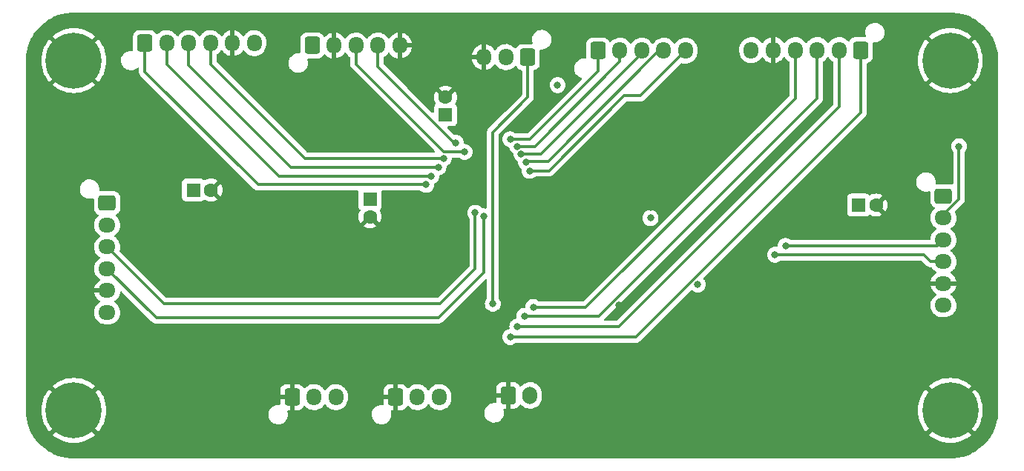
<source format=gbr>
%TF.GenerationSoftware,KiCad,Pcbnew,(6.0.7-1)-1*%
%TF.CreationDate,2022-10-27T13:07:38+02:00*%
%TF.ProjectId,Beerator,42656572-6174-46f7-922e-6b696361645f,rev?*%
%TF.SameCoordinates,Original*%
%TF.FileFunction,Copper,L4,Bot*%
%TF.FilePolarity,Positive*%
%FSLAX46Y46*%
G04 Gerber Fmt 4.6, Leading zero omitted, Abs format (unit mm)*
G04 Created by KiCad (PCBNEW (6.0.7-1)-1) date 2022-10-27 13:07:38*
%MOMM*%
%LPD*%
G01*
G04 APERTURE LIST*
G04 Aperture macros list*
%AMRoundRect*
0 Rectangle with rounded corners*
0 $1 Rounding radius*
0 $2 $3 $4 $5 $6 $7 $8 $9 X,Y pos of 4 corners*
0 Add a 4 corners polygon primitive as box body*
4,1,4,$2,$3,$4,$5,$6,$7,$8,$9,$2,$3,0*
0 Add four circle primitives for the rounded corners*
1,1,$1+$1,$2,$3*
1,1,$1+$1,$4,$5*
1,1,$1+$1,$6,$7*
1,1,$1+$1,$8,$9*
0 Add four rect primitives between the rounded corners*
20,1,$1+$1,$2,$3,$4,$5,0*
20,1,$1+$1,$4,$5,$6,$7,0*
20,1,$1+$1,$6,$7,$8,$9,0*
20,1,$1+$1,$8,$9,$2,$3,0*%
G04 Aperture macros list end*
%TA.AperFunction,ComponentPad*%
%ADD10RoundRect,0.250000X-0.725000X0.600000X-0.725000X-0.600000X0.725000X-0.600000X0.725000X0.600000X0*%
%TD*%
%TA.AperFunction,ComponentPad*%
%ADD11O,1.950000X1.700000*%
%TD*%
%TA.AperFunction,ComponentPad*%
%ADD12RoundRect,0.250000X0.600000X0.725000X-0.600000X0.725000X-0.600000X-0.725000X0.600000X-0.725000X0*%
%TD*%
%TA.AperFunction,ComponentPad*%
%ADD13O,1.700000X1.950000*%
%TD*%
%TA.AperFunction,ComponentPad*%
%ADD14R,1.600000X1.600000*%
%TD*%
%TA.AperFunction,ComponentPad*%
%ADD15C,1.600000*%
%TD*%
%TA.AperFunction,ComponentPad*%
%ADD16RoundRect,0.250000X-0.600000X-0.725000X0.600000X-0.725000X0.600000X0.725000X-0.600000X0.725000X0*%
%TD*%
%TA.AperFunction,ComponentPad*%
%ADD17C,0.800000*%
%TD*%
%TA.AperFunction,ComponentPad*%
%ADD18C,6.400000*%
%TD*%
%TA.AperFunction,ComponentPad*%
%ADD19RoundRect,0.250000X-0.600000X-0.750000X0.600000X-0.750000X0.600000X0.750000X-0.600000X0.750000X0*%
%TD*%
%TA.AperFunction,ComponentPad*%
%ADD20O,1.700000X2.000000*%
%TD*%
%TA.AperFunction,ViaPad*%
%ADD21C,0.800000*%
%TD*%
%TA.AperFunction,Conductor*%
%ADD22C,0.300000*%
%TD*%
G04 APERTURE END LIST*
D10*
%TO.P,JMCC0_501,1,Pin_1*%
%TO.N,O1_D1*%
X53800000Y-66300000D03*
D11*
%TO.P,JMCC0_501,2,Pin_2*%
%TO.N,+5V*%
X53800000Y-68800000D03*
%TO.P,JMCC0_501,3,Pin_3*%
%TO.N,PHASE_B_M1*%
X53800000Y-71300000D03*
%TO.P,JMCC0_501,4,Pin_4*%
%TO.N,PHASE_A_M1*%
X53800000Y-73800000D03*
%TO.P,JMCC0_501,5,Pin_5*%
%TO.N,GND*%
X53800000Y-76300000D03*
%TO.P,JMCC0_501,6,Pin_6*%
%TO.N,O2_D1*%
X53800000Y-78800000D03*
%TD*%
D12*
%TO.P,JSERVO501,1,Pin_1*%
%TO.N,SERVO_DATA*%
X101800000Y-49600000D03*
D13*
%TO.P,JSERVO501,2,Pin_2*%
%TO.N,+BATT*%
X99300000Y-49600000D03*
%TO.P,JSERVO501,3,Pin_3*%
%TO.N,GND*%
X96800000Y-49600000D03*
%TD*%
D14*
%TO.P,C503,1*%
%TO.N,+BATT*%
X63644888Y-64800000D03*
D15*
%TO.P,C503,2*%
%TO.N,GND*%
X65644888Y-64800000D03*
%TD*%
D12*
%TO.P,JTOF0_401,1,Pin_1*%
%TO.N,TOF-EXTI*%
X139800000Y-48800000D03*
D13*
%TO.P,JTOF0_401,2,Pin_2*%
%TO.N,TOF-XSHUT*%
X137300000Y-48800000D03*
%TO.P,JTOF0_401,3,Pin_3*%
%TO.N,TOF-SCL*%
X134800000Y-48800000D03*
%TO.P,JTOF0_401,4,Pin_4*%
%TO.N,TOF-SDA*%
X132300000Y-48800000D03*
%TO.P,JTOF0_401,5,Pin_5*%
%TO.N,GND*%
X129800000Y-48800000D03*
%TO.P,JTOF0_401,6,Pin_6*%
%TO.N,+3.3V*%
X127300000Y-48800000D03*
%TD*%
D16*
%TO.P,JCOLOR_404,1,Pin_1*%
%TO.N,TCS-S0*%
X109800000Y-48875000D03*
D13*
%TO.P,JCOLOR_404,2,Pin_2*%
%TO.N,TCS-S1*%
X112300000Y-48875000D03*
%TO.P,JCOLOR_404,3,Pin_3*%
%TO.N,TCS-S2*%
X114800000Y-48875000D03*
%TO.P,JCOLOR_404,4,Pin_4*%
%TO.N,TCS-S3*%
X117300000Y-48875000D03*
%TO.P,JCOLOR_404,5,Pin_5*%
%TO.N,TCS-OUT*%
X119800000Y-48875000D03*
%TD*%
D17*
%TO.P,H102,1,1*%
%TO.N,GND*%
X150000000Y-52400000D03*
X150000000Y-47600000D03*
D18*
X150000000Y-50000000D03*
D17*
X151697056Y-51697056D03*
X148302944Y-48302944D03*
X152400000Y-50000000D03*
X147600000Y-50000000D03*
X151697056Y-48302944D03*
X148302944Y-51697056D03*
%TD*%
D14*
%TO.P,C301,1*%
%TO.N,+3.3V*%
X83800000Y-65844888D03*
D15*
%TO.P,C301,2*%
%TO.N,GND*%
X83800000Y-67844888D03*
%TD*%
D17*
%TO.P,H101,1,1*%
%TO.N,GND*%
X50000000Y-47600000D03*
X51697056Y-51697056D03*
X48302944Y-51697056D03*
X47600000Y-50000000D03*
X51697056Y-48302944D03*
X50000000Y-52400000D03*
X52400000Y-50000000D03*
D18*
X50000000Y-50000000D03*
D17*
X48302944Y-48302944D03*
%TD*%
D16*
%TO.P,JDistance0_401,1,Pin_1*%
%TO.N,GND*%
X74900000Y-88475000D03*
D13*
%TO.P,JDistance0_401,2,Pin_2*%
%TO.N,+3.3V*%
X77400000Y-88475000D03*
%TO.P,JDistance0_401,3,Pin_3*%
%TO.N,IR2-OUT*%
X79900000Y-88475000D03*
%TD*%
D16*
%TO.P,JCOLOR_401,1,Pin_1*%
%TO.N,+5V*%
X77200000Y-48275000D03*
D13*
%TO.P,JCOLOR_401,2,Pin_2*%
%TO.N,GND*%
X79700000Y-48275000D03*
%TO.P,JCOLOR_401,3,Pin_3*%
%TO.N,TCS-OE*%
X82200000Y-48275000D03*
%TO.P,JCOLOR_401,4,Pin_4*%
%TO.N,TCS-LED*%
X84700000Y-48275000D03*
%TO.P,JCOLOR_401,5,Pin_5*%
%TO.N,GND*%
X87200000Y-48275000D03*
%TD*%
D18*
%TO.P,H104,1,1*%
%TO.N,GND*%
X150000000Y-90000000D03*
D17*
X147600000Y-90000000D03*
X151697056Y-91697056D03*
X148302944Y-88302944D03*
X152400000Y-90000000D03*
X151697056Y-88302944D03*
X150000000Y-92400000D03*
X148302944Y-91697056D03*
X150000000Y-87600000D03*
%TD*%
D14*
%TO.P,C505,1*%
%TO.N,+BATT*%
X92400000Y-56200000D03*
D15*
%TO.P,C505,2*%
%TO.N,GND*%
X92400000Y-54200000D03*
%TD*%
D14*
%TO.P,C504,1*%
%TO.N,+BATT*%
X139539888Y-66525000D03*
D15*
%TO.P,C504,2*%
%TO.N,GND*%
X141539888Y-66525000D03*
%TD*%
D17*
%TO.P,H103,1,1*%
%TO.N,GND*%
X48302944Y-88302944D03*
X48302944Y-91697056D03*
X50000000Y-92400000D03*
X52400000Y-90000000D03*
X50000000Y-87600000D03*
D18*
X50000000Y-90000000D03*
D17*
X47600000Y-90000000D03*
X51697056Y-88302944D03*
X51697056Y-91697056D03*
%TD*%
D19*
%TO.P,JBat201,1,Pin_1*%
%TO.N,GND*%
X99550000Y-88275000D03*
D20*
%TO.P,JBat201,2,Pin_2*%
%TO.N,Net-(JBat201-Pad2)*%
X102050000Y-88275000D03*
%TD*%
D16*
%TO.P,JTOF1_401,1,Pin_1*%
%TO.N,TOF2_EXTI*%
X58100000Y-48000000D03*
D13*
%TO.P,JTOF1_401,2,Pin_2*%
%TO.N,TOF2_XSHUT*%
X60600000Y-48000000D03*
%TO.P,JTOF1_401,3,Pin_3*%
%TO.N,TOF2_SCL*%
X63100000Y-48000000D03*
%TO.P,JTOF1_401,4,Pin_4*%
%TO.N,TOF2_SDA*%
X65600000Y-48000000D03*
%TO.P,JTOF1_401,5,Pin_5*%
%TO.N,GND*%
X68100000Y-48000000D03*
%TO.P,JTOF1_401,6,Pin_6*%
%TO.N,+3.3V*%
X70600000Y-48000000D03*
%TD*%
D16*
%TO.P,JDistance0_402,1,Pin_1*%
%TO.N,GND*%
X86700000Y-88475000D03*
D13*
%TO.P,JDistance0_402,2,Pin_2*%
%TO.N,+3.3V*%
X89200000Y-88475000D03*
%TO.P,JDistance0_402,3,Pin_3*%
%TO.N,IR1-OUT*%
X91700000Y-88475000D03*
%TD*%
D10*
%TO.P,JMCC1_501,1,Pin_1*%
%TO.N,O1_D2*%
X149220000Y-65475000D03*
D11*
%TO.P,JMCC1_501,2,Pin_2*%
%TO.N,+5V*%
X149220000Y-67975000D03*
%TO.P,JMCC1_501,3,Pin_3*%
%TO.N,PHASE_B_M2*%
X149220000Y-70475000D03*
%TO.P,JMCC1_501,4,Pin_4*%
%TO.N,PHASE_A_M2*%
X149220000Y-72975000D03*
%TO.P,JMCC1_501,5,Pin_5*%
%TO.N,GND*%
X149220000Y-75475000D03*
%TO.P,JMCC1_501,6,Pin_6*%
%TO.N,O2_D2*%
X149220000Y-77975000D03*
%TD*%
D21*
%TO.N,GND*%
X120600000Y-90400000D03*
%TO.N,+5V*%
X151000000Y-59800000D03*
%TO.N,GND*%
X58800000Y-63600000D03*
%TO.N,+3.3V*%
X105200000Y-52800000D03*
%TO.N,SERVO_DATA*%
X97800000Y-77800000D03*
%TO.N,TCS-OUT*%
X102000000Y-62600000D03*
%TO.N,TCS-S3*%
X101600000Y-61600000D03*
%TO.N,TCS-S2*%
X101046991Y-60693982D03*
%TO.N,TCS-S1*%
X100600000Y-59800000D03*
%TO.N,TCS-S0*%
X99800000Y-59000000D03*
%TO.N,TCS-OE*%
X94585011Y-60444966D03*
%TO.N,TCS-LED*%
X93600000Y-59400000D03*
%TO.N,PHASE_B_M1*%
X95800000Y-67400000D03*
%TO.N,PHASE_A_M1*%
X96800000Y-67800000D03*
%TO.N,TOF2_EXTI*%
X90200000Y-64200000D03*
%TO.N,TOF2_XSHUT*%
X90800000Y-63200000D03*
%TO.N,TOF2_SCL*%
X91600000Y-62200000D03*
%TO.N,TOF2_SDA*%
X92200000Y-61200000D03*
%TO.N,TOF-SDA*%
X102425904Y-78174097D03*
%TO.N,TOF-SCL*%
X101400000Y-79200000D03*
%TO.N,TOF-XSHUT*%
X100600000Y-80400000D03*
%TO.N,TOF-EXTI*%
X99800000Y-81600000D03*
%TO.N,PHASE_A_M2*%
X130000000Y-72200000D03*
%TO.N,PHASE_B_M2*%
X131200000Y-71200000D03*
%TO.N,+3.3V*%
X115800000Y-68000000D03*
%TO.N,GND*%
X115800000Y-66800000D03*
X68200000Y-70600000D03*
X68200000Y-73000000D03*
X136295000Y-80525000D03*
X134800000Y-66200000D03*
X124400000Y-76800000D03*
X122000000Y-82600000D03*
%TO.N,+3.3V*%
X121200000Y-75600000D03*
%TO.N,GND*%
X112200000Y-78000000D03*
%TD*%
D22*
%TO.N,TCS-OUT*%
X102000000Y-62600000D02*
X104200000Y-62600000D01*
X104200000Y-62600000D02*
X112800000Y-54000000D01*
X112800000Y-54000000D02*
X114675000Y-54000000D01*
X114675000Y-54000000D02*
X119800000Y-48875000D01*
%TO.N,+5V*%
X151000000Y-59800000D02*
X151000000Y-65868528D01*
X151000000Y-65868528D02*
X149220000Y-67648528D01*
X149220000Y-67648528D02*
X149220000Y-67975000D01*
%TO.N,PHASE_B_M2*%
X148495000Y-71200000D02*
X131200000Y-71200000D01*
X149220000Y-70475000D02*
X148495000Y-71200000D01*
%TO.N,PHASE_A_M2*%
X147775000Y-72975000D02*
X149220000Y-72975000D01*
X130000000Y-72200000D02*
X147000000Y-72200000D01*
X147000000Y-72200000D02*
X147775000Y-72975000D01*
%TO.N,TCS-OE*%
X82200000Y-48275000D02*
X82200000Y-50400000D01*
X82200000Y-50400000D02*
X92244966Y-60444966D01*
X92244966Y-60444966D02*
X94585011Y-60444966D01*
%TO.N,TCS-LED*%
X93600000Y-59400000D02*
X93400000Y-59400000D01*
X93400000Y-59400000D02*
X84700000Y-50700000D01*
X84700000Y-50700000D02*
X84700000Y-48275000D01*
%TO.N,TOF2_SDA*%
X92200000Y-61200000D02*
X76400000Y-61200000D01*
X76400000Y-61200000D02*
X65600000Y-50400000D01*
X65600000Y-50400000D02*
X65600000Y-48000000D01*
%TO.N,TOF2_SCL*%
X91600000Y-62200000D02*
X74800000Y-62200000D01*
X63100000Y-50500000D02*
X63100000Y-48000000D01*
X74800000Y-62200000D02*
X63100000Y-50500000D01*
%TO.N,TOF2_XSHUT*%
X90800000Y-63200000D02*
X73400000Y-63200000D01*
X73400000Y-63200000D02*
X60600000Y-50400000D01*
X60600000Y-50400000D02*
X60600000Y-48000000D01*
%TO.N,TOF2_EXTI*%
X58100000Y-48000000D02*
X58100000Y-51300000D01*
X58100000Y-51300000D02*
X71000000Y-64200000D01*
X71000000Y-64200000D02*
X90200000Y-64200000D01*
%TO.N,SERVO_DATA*%
X97800000Y-77800000D02*
X97800000Y-58200000D01*
X97800000Y-58200000D02*
X101800000Y-54200000D01*
X101800000Y-54200000D02*
X101800000Y-49600000D01*
%TO.N,TCS-S0*%
X99800000Y-59000000D02*
X102000000Y-59000000D01*
X102000000Y-59000000D02*
X109800000Y-51200000D01*
X109800000Y-51200000D02*
X109800000Y-48875000D01*
%TO.N,TCS-S2*%
X103306018Y-60693982D02*
X114800000Y-49200000D01*
X101046991Y-60693982D02*
X103306018Y-60693982D01*
X114800000Y-49200000D02*
X114800000Y-48875000D01*
%TO.N,TCS-S1*%
X100600000Y-59800000D02*
X102600000Y-59800000D01*
X102600000Y-59800000D02*
X112300000Y-50100000D01*
X112300000Y-50100000D02*
X112300000Y-48875000D01*
%TO.N,TCS-S3*%
X104106018Y-61493982D02*
X116725000Y-48875000D01*
X101706018Y-61493982D02*
X104106018Y-61493982D01*
X101600000Y-61600000D02*
X101706018Y-61493982D01*
X116725000Y-48875000D02*
X117300000Y-48875000D01*
%TO.N,PHASE_B_M1*%
X53800000Y-71300000D02*
X60300000Y-77800000D01*
X95800000Y-73800000D02*
X95800000Y-67400000D01*
X60300000Y-77800000D02*
X91800000Y-77800000D01*
X91800000Y-77800000D02*
X95800000Y-73800000D01*
%TO.N,PHASE_A_M1*%
X53800000Y-73800000D02*
X59400000Y-79400000D01*
X59400000Y-79400000D02*
X91600000Y-79400000D01*
X91600000Y-79400000D02*
X96800000Y-74200000D01*
X96800000Y-74200000D02*
X96800000Y-67800000D01*
%TO.N,TOF-EXTI*%
X99800000Y-81600000D02*
X114139339Y-81600000D01*
X114139339Y-81600000D02*
X139800000Y-55939339D01*
X139800000Y-55939339D02*
X139800000Y-48800000D01*
%TO.N,TOF-SCL*%
X101400000Y-79200000D02*
X109939339Y-79200000D01*
X109939339Y-79200000D02*
X134800000Y-54339339D01*
X134800000Y-54339339D02*
X134800000Y-48800000D01*
%TO.N,TOF-XSHUT*%
X137300000Y-55300000D02*
X137300000Y-48800000D01*
X100600000Y-80400000D02*
X112200000Y-80400000D01*
X112200000Y-80400000D02*
X137300000Y-55300000D01*
%TO.N,TOF-SDA*%
X102451807Y-78200000D02*
X108400000Y-78200000D01*
X132300000Y-54300000D02*
X132300000Y-48800000D01*
X108400000Y-78200000D02*
X132300000Y-54300000D01*
X102425904Y-78174097D02*
X102451807Y-78200000D01*
%TD*%
%TA.AperFunction,Conductor*%
%TO.N,GND*%
G36*
X149970018Y-44510000D02*
G01*
X149984851Y-44512310D01*
X149984855Y-44512310D01*
X149993724Y-44513691D01*
X150014664Y-44510953D01*
X150036202Y-44509997D01*
X150224026Y-44517766D01*
X150448278Y-44527041D01*
X150458656Y-44527901D01*
X150734674Y-44562307D01*
X150898702Y-44582753D01*
X150908967Y-44584465D01*
X151072054Y-44618661D01*
X151342976Y-44675467D01*
X151353072Y-44678023D01*
X151778101Y-44804561D01*
X151787938Y-44807938D01*
X152201081Y-44969147D01*
X152210581Y-44973314D01*
X152608983Y-45168081D01*
X152618141Y-45173037D01*
X152999085Y-45400030D01*
X153007804Y-45405726D01*
X153368705Y-45663405D01*
X153376923Y-45669801D01*
X153715326Y-45956413D01*
X153722987Y-45963467D01*
X154036533Y-46277013D01*
X154043587Y-46284674D01*
X154330199Y-46623077D01*
X154336595Y-46631295D01*
X154594274Y-46992196D01*
X154599970Y-47000915D01*
X154609632Y-47017130D01*
X154824518Y-47377755D01*
X154826963Y-47381859D01*
X154831918Y-47391015D01*
X155021095Y-47777982D01*
X155026682Y-47789411D01*
X155030853Y-47798919D01*
X155192062Y-48212062D01*
X155195439Y-48221899D01*
X155321977Y-48646928D01*
X155324533Y-48657024D01*
X155412283Y-49075523D01*
X155415534Y-49091030D01*
X155417247Y-49101298D01*
X155429339Y-49198303D01*
X155472099Y-49541344D01*
X155472959Y-49551722D01*
X155478786Y-49692602D01*
X155489454Y-49950523D01*
X155489694Y-49956335D01*
X155488302Y-49980920D01*
X155486309Y-49993724D01*
X155487473Y-50002626D01*
X155487473Y-50002628D01*
X155490436Y-50025283D01*
X155491500Y-50041621D01*
X155491500Y-89950633D01*
X155490000Y-89970018D01*
X155487690Y-89984851D01*
X155487690Y-89984855D01*
X155486309Y-89993724D01*
X155489047Y-90014659D01*
X155490003Y-90036202D01*
X155486368Y-90124091D01*
X155472959Y-90448278D01*
X155472099Y-90458656D01*
X155417248Y-90898698D01*
X155415535Y-90908967D01*
X155389114Y-91034974D01*
X155324533Y-91342976D01*
X155321977Y-91353072D01*
X155195439Y-91778101D01*
X155192062Y-91787938D01*
X155030853Y-92201081D01*
X155026686Y-92210581D01*
X154918323Y-92432241D01*
X154831919Y-92608983D01*
X154826963Y-92618141D01*
X154599970Y-92999085D01*
X154594274Y-93007804D01*
X154336595Y-93368705D01*
X154330199Y-93376923D01*
X154043587Y-93715326D01*
X154036533Y-93722987D01*
X153722987Y-94036533D01*
X153715326Y-94043587D01*
X153376923Y-94330199D01*
X153368705Y-94336595D01*
X153007804Y-94594274D01*
X152999085Y-94599970D01*
X152618141Y-94826963D01*
X152608985Y-94831918D01*
X152210581Y-95026686D01*
X152201081Y-95030853D01*
X151787938Y-95192062D01*
X151778101Y-95195439D01*
X151353072Y-95321977D01*
X151342975Y-95324533D01*
X150908967Y-95415535D01*
X150898702Y-95417247D01*
X150734674Y-95437693D01*
X150458656Y-95472099D01*
X150448278Y-95472959D01*
X150270676Y-95480305D01*
X150043661Y-95489694D01*
X150019080Y-95488302D01*
X150006276Y-95486309D01*
X149997374Y-95487473D01*
X149997372Y-95487473D01*
X149982323Y-95489441D01*
X149974714Y-95490436D01*
X149958379Y-95491500D01*
X50049367Y-95491500D01*
X50029982Y-95490000D01*
X50015149Y-95487690D01*
X50015145Y-95487690D01*
X50006276Y-95486309D01*
X49985336Y-95489047D01*
X49963798Y-95490003D01*
X49775974Y-95482234D01*
X49551722Y-95472959D01*
X49541344Y-95472099D01*
X49265326Y-95437693D01*
X49101298Y-95417247D01*
X49091033Y-95415535D01*
X48657025Y-95324533D01*
X48646928Y-95321977D01*
X48221899Y-95195439D01*
X48212062Y-95192062D01*
X47798919Y-95030853D01*
X47789419Y-95026686D01*
X47391015Y-94831918D01*
X47381859Y-94826963D01*
X47000915Y-94599970D01*
X46992196Y-94594274D01*
X46631295Y-94336595D01*
X46623077Y-94330199D01*
X46284674Y-94043587D01*
X46277013Y-94036533D01*
X45963467Y-93722987D01*
X45956413Y-93715326D01*
X45669801Y-93376923D01*
X45663405Y-93368705D01*
X45405726Y-93007804D01*
X45400030Y-92999085D01*
X45279844Y-92797386D01*
X47567759Y-92797386D01*
X47575216Y-92807753D01*
X47814935Y-93001874D01*
X47820272Y-93005751D01*
X48140685Y-93213830D01*
X48146394Y-93217127D01*
X48486811Y-93390578D01*
X48492836Y-93393260D01*
X48849502Y-93530171D01*
X48855784Y-93532212D01*
X49224816Y-93631094D01*
X49231266Y-93632465D01*
X49608629Y-93692234D01*
X49615167Y-93692920D01*
X49996699Y-93712916D01*
X50003301Y-93712916D01*
X50384833Y-93692920D01*
X50391371Y-93692234D01*
X50768734Y-93632465D01*
X50775184Y-93631094D01*
X51144216Y-93532212D01*
X51150498Y-93530171D01*
X51507164Y-93393260D01*
X51513189Y-93390578D01*
X51853606Y-93217127D01*
X51859315Y-93213830D01*
X52179728Y-93005751D01*
X52185065Y-93001874D01*
X52423835Y-92808522D01*
X52431527Y-92797386D01*
X147567759Y-92797386D01*
X147575216Y-92807753D01*
X147814935Y-93001874D01*
X147820272Y-93005751D01*
X148140685Y-93213830D01*
X148146394Y-93217127D01*
X148486811Y-93390578D01*
X148492836Y-93393260D01*
X148849502Y-93530171D01*
X148855784Y-93532212D01*
X149224816Y-93631094D01*
X149231266Y-93632465D01*
X149608629Y-93692234D01*
X149615167Y-93692920D01*
X149996699Y-93712916D01*
X150003301Y-93712916D01*
X150384833Y-93692920D01*
X150391371Y-93692234D01*
X150768734Y-93632465D01*
X150775184Y-93631094D01*
X151144216Y-93532212D01*
X151150498Y-93530171D01*
X151507164Y-93393260D01*
X151513189Y-93390578D01*
X151853606Y-93217127D01*
X151859315Y-93213830D01*
X152179728Y-93005751D01*
X152185065Y-93001874D01*
X152423835Y-92808522D01*
X152432300Y-92796267D01*
X152425966Y-92785176D01*
X150012812Y-90372022D01*
X149998868Y-90364408D01*
X149997035Y-90364539D01*
X149990420Y-90368790D01*
X147574900Y-92784310D01*
X147567759Y-92797386D01*
X52431527Y-92797386D01*
X52432300Y-92796267D01*
X52425966Y-92785176D01*
X50012812Y-90372022D01*
X49998868Y-90364408D01*
X49997035Y-90364539D01*
X49990420Y-90368790D01*
X47574900Y-92784310D01*
X47567759Y-92797386D01*
X45279844Y-92797386D01*
X45173037Y-92618141D01*
X45168081Y-92608983D01*
X45081677Y-92432241D01*
X44973314Y-92210581D01*
X44969147Y-92201081D01*
X44807938Y-91787938D01*
X44804561Y-91778101D01*
X44678023Y-91353072D01*
X44675467Y-91342976D01*
X44610886Y-91034974D01*
X44584465Y-90908967D01*
X44582752Y-90898698D01*
X44527901Y-90458656D01*
X44527041Y-90448278D01*
X44510462Y-90047439D01*
X44512100Y-90021329D01*
X44512769Y-90017351D01*
X44512770Y-90017345D01*
X44513576Y-90012552D01*
X44513689Y-90003301D01*
X46287084Y-90003301D01*
X46307080Y-90384833D01*
X46307766Y-90391371D01*
X46367535Y-90768734D01*
X46368906Y-90775184D01*
X46467788Y-91144216D01*
X46469829Y-91150498D01*
X46606740Y-91507164D01*
X46609422Y-91513189D01*
X46782872Y-91853603D01*
X46786169Y-91859313D01*
X46994253Y-92179735D01*
X46998123Y-92185061D01*
X47191478Y-92423835D01*
X47203733Y-92432300D01*
X47214824Y-92425966D01*
X49627978Y-90012812D01*
X49634356Y-90001132D01*
X50364408Y-90001132D01*
X50364539Y-90002965D01*
X50368790Y-90009580D01*
X52784310Y-92425100D01*
X52797386Y-92432241D01*
X52807753Y-92424784D01*
X53001877Y-92185061D01*
X53005747Y-92179735D01*
X53213831Y-91859313D01*
X53217128Y-91853603D01*
X53390578Y-91513189D01*
X53393260Y-91507164D01*
X53530171Y-91150498D01*
X53532212Y-91144216D01*
X53631094Y-90775184D01*
X53632465Y-90768734D01*
X53687604Y-90420604D01*
X72187787Y-90420604D01*
X72197567Y-90631899D01*
X72198971Y-90637724D01*
X72198971Y-90637725D01*
X72244016Y-90824632D01*
X72247125Y-90837534D01*
X72249607Y-90842992D01*
X72249608Y-90842996D01*
X72293053Y-90938546D01*
X72334674Y-91030087D01*
X72457054Y-91202611D01*
X72469791Y-91214804D01*
X72603682Y-91342976D01*
X72609850Y-91348881D01*
X72787548Y-91463620D01*
X72793114Y-91465863D01*
X72978168Y-91540442D01*
X72978171Y-91540443D01*
X72983737Y-91542686D01*
X73191337Y-91583228D01*
X73196899Y-91583500D01*
X73352846Y-91583500D01*
X73510566Y-91568452D01*
X73713534Y-91508908D01*
X73797111Y-91465863D01*
X73896249Y-91414804D01*
X73896252Y-91414802D01*
X73901580Y-91412058D01*
X74067920Y-91281396D01*
X74071852Y-91276865D01*
X74071855Y-91276862D01*
X74202621Y-91126167D01*
X74206552Y-91121637D01*
X74209552Y-91116451D01*
X74209555Y-91116447D01*
X74309467Y-90943742D01*
X74312473Y-90938546D01*
X74381861Y-90738729D01*
X74397351Y-90631899D01*
X74411352Y-90535336D01*
X74411352Y-90535333D01*
X74412213Y-90529396D01*
X74407177Y-90420604D01*
X83987787Y-90420604D01*
X83997567Y-90631899D01*
X83998971Y-90637724D01*
X83998971Y-90637725D01*
X84044016Y-90824632D01*
X84047125Y-90837534D01*
X84049607Y-90842992D01*
X84049608Y-90842996D01*
X84093053Y-90938546D01*
X84134674Y-91030087D01*
X84257054Y-91202611D01*
X84269791Y-91214804D01*
X84403682Y-91342976D01*
X84409850Y-91348881D01*
X84587548Y-91463620D01*
X84593114Y-91465863D01*
X84778168Y-91540442D01*
X84778171Y-91540443D01*
X84783737Y-91542686D01*
X84991337Y-91583228D01*
X84996899Y-91583500D01*
X85152846Y-91583500D01*
X85310566Y-91568452D01*
X85513534Y-91508908D01*
X85597111Y-91465863D01*
X85696249Y-91414804D01*
X85696252Y-91414802D01*
X85701580Y-91412058D01*
X85867920Y-91281396D01*
X85871852Y-91276865D01*
X85871855Y-91276862D01*
X86002621Y-91126167D01*
X86006552Y-91121637D01*
X86009552Y-91116451D01*
X86009555Y-91116447D01*
X86109467Y-90943742D01*
X86112473Y-90938546D01*
X86181861Y-90738729D01*
X86197351Y-90631899D01*
X86211352Y-90535336D01*
X86211352Y-90535333D01*
X86212213Y-90529396D01*
X86202433Y-90318101D01*
X86178936Y-90220604D01*
X96837787Y-90220604D01*
X96847567Y-90431899D01*
X96897125Y-90637534D01*
X96899607Y-90642992D01*
X96899608Y-90642996D01*
X96943053Y-90738546D01*
X96984674Y-90830087D01*
X97107054Y-91002611D01*
X97259850Y-91148881D01*
X97437548Y-91263620D01*
X97443114Y-91265863D01*
X97628168Y-91340442D01*
X97628171Y-91340443D01*
X97633737Y-91342686D01*
X97841337Y-91383228D01*
X97846899Y-91383500D01*
X98002846Y-91383500D01*
X98160566Y-91368452D01*
X98363534Y-91308908D01*
X98368862Y-91306164D01*
X98546249Y-91214804D01*
X98546252Y-91214802D01*
X98551580Y-91212058D01*
X98717920Y-91081396D01*
X98721852Y-91076865D01*
X98721855Y-91076862D01*
X98852621Y-90926167D01*
X98856552Y-90921637D01*
X98859552Y-90916451D01*
X98859555Y-90916447D01*
X98959467Y-90743742D01*
X98962473Y-90738546D01*
X99031861Y-90538729D01*
X99048219Y-90425909D01*
X99061352Y-90335336D01*
X99061352Y-90335333D01*
X99062213Y-90329396D01*
X99052433Y-90118101D01*
X99024766Y-90003301D01*
X146287084Y-90003301D01*
X146307080Y-90384833D01*
X146307766Y-90391371D01*
X146367535Y-90768734D01*
X146368906Y-90775184D01*
X146467788Y-91144216D01*
X146469829Y-91150498D01*
X146606740Y-91507164D01*
X146609422Y-91513189D01*
X146782872Y-91853603D01*
X146786169Y-91859313D01*
X146994253Y-92179735D01*
X146998123Y-92185061D01*
X147191478Y-92423835D01*
X147203733Y-92432300D01*
X147214824Y-92425966D01*
X149627978Y-90012812D01*
X149634356Y-90001132D01*
X150364408Y-90001132D01*
X150364539Y-90002965D01*
X150368790Y-90009580D01*
X152784310Y-92425100D01*
X152797386Y-92432241D01*
X152807753Y-92424784D01*
X153001877Y-92185061D01*
X153005747Y-92179735D01*
X153213831Y-91859313D01*
X153217128Y-91853603D01*
X153390578Y-91513189D01*
X153393260Y-91507164D01*
X153530171Y-91150498D01*
X153532212Y-91144216D01*
X153631094Y-90775184D01*
X153632465Y-90768734D01*
X153692234Y-90391371D01*
X153692920Y-90384833D01*
X153712916Y-90003301D01*
X153712916Y-89996699D01*
X153692920Y-89615167D01*
X153692234Y-89608629D01*
X153632465Y-89231266D01*
X153631094Y-89224816D01*
X153532212Y-88855784D01*
X153530171Y-88849502D01*
X153393260Y-88492836D01*
X153390578Y-88486811D01*
X153217128Y-88146397D01*
X153213831Y-88140687D01*
X153005747Y-87820265D01*
X153001877Y-87814939D01*
X152808522Y-87576165D01*
X152796267Y-87567700D01*
X152785176Y-87574034D01*
X150372022Y-89987188D01*
X150364408Y-90001132D01*
X149634356Y-90001132D01*
X149635592Y-89998868D01*
X149635461Y-89997035D01*
X149631210Y-89990420D01*
X147215690Y-87574900D01*
X147202614Y-87567759D01*
X147192247Y-87575216D01*
X146998123Y-87814939D01*
X146994253Y-87820265D01*
X146786169Y-88140687D01*
X146782872Y-88146397D01*
X146609422Y-88486811D01*
X146606740Y-88492836D01*
X146469829Y-88849502D01*
X146467788Y-88855784D01*
X146368906Y-89224816D01*
X146367535Y-89231266D01*
X146307766Y-89608629D01*
X146307080Y-89615167D01*
X146287084Y-89996699D01*
X146287084Y-90003301D01*
X99024766Y-90003301D01*
X99009154Y-89938520D01*
X99012639Y-89867610D01*
X99053908Y-89809840D01*
X99119859Y-89783553D01*
X99131647Y-89783000D01*
X99277885Y-89783000D01*
X99293124Y-89778525D01*
X99294329Y-89777135D01*
X99296000Y-89769452D01*
X99296000Y-89764884D01*
X99804000Y-89764884D01*
X99808475Y-89780123D01*
X99809865Y-89781328D01*
X99817548Y-89782999D01*
X100197095Y-89782999D01*
X100203614Y-89782662D01*
X100299206Y-89772743D01*
X100312600Y-89769851D01*
X100466784Y-89718412D01*
X100479962Y-89712239D01*
X100617807Y-89626937D01*
X100629208Y-89617901D01*
X100743739Y-89503171D01*
X100752753Y-89491757D01*
X100838723Y-89352287D01*
X100891495Y-89304793D01*
X100961566Y-89293369D01*
X101026690Y-89321643D01*
X101037149Y-89331426D01*
X101146576Y-89446135D01*
X101150854Y-89449318D01*
X101157576Y-89454319D01*
X101331542Y-89583754D01*
X101336293Y-89586170D01*
X101336297Y-89586172D01*
X101433242Y-89635461D01*
X101537051Y-89688240D01*
X101542145Y-89689822D01*
X101542148Y-89689823D01*
X101727540Y-89747389D01*
X101757227Y-89756607D01*
X101762516Y-89757308D01*
X101980489Y-89786198D01*
X101980494Y-89786198D01*
X101985774Y-89786898D01*
X101991103Y-89786698D01*
X101991105Y-89786698D01*
X102100966Y-89782573D01*
X102216158Y-89778249D01*
X102221468Y-89777135D01*
X102436572Y-89732002D01*
X102441791Y-89730907D01*
X102446750Y-89728949D01*
X102446752Y-89728948D01*
X102651256Y-89648185D01*
X102651258Y-89648184D01*
X102656221Y-89646224D01*
X102677103Y-89633553D01*
X102848757Y-89529390D01*
X102848756Y-89529390D01*
X102853317Y-89526623D01*
X102857347Y-89523126D01*
X103023412Y-89379023D01*
X103023414Y-89379021D01*
X103027445Y-89375523D01*
X103100538Y-89286380D01*
X103170240Y-89201373D01*
X103170244Y-89201367D01*
X103173624Y-89197245D01*
X103182560Y-89181548D01*
X103285032Y-89001529D01*
X103287675Y-88996886D01*
X103366337Y-88780175D01*
X103367287Y-88774923D01*
X103406623Y-88557392D01*
X103406624Y-88557385D01*
X103407361Y-88553308D01*
X103408500Y-88529156D01*
X103408500Y-88067110D01*
X103402367Y-87994825D01*
X103394371Y-87900591D01*
X103394370Y-87900587D01*
X103393920Y-87895280D01*
X103392582Y-87890125D01*
X103392581Y-87890119D01*
X103337343Y-87677297D01*
X103337342Y-87677293D01*
X103336001Y-87672128D01*
X103288987Y-87567759D01*
X103256518Y-87495681D01*
X103241312Y-87461925D01*
X103112559Y-87270681D01*
X103088643Y-87245610D01*
X103048694Y-87203733D01*
X147567700Y-87203733D01*
X147574034Y-87214824D01*
X149987188Y-89627978D01*
X150001132Y-89635592D01*
X150002965Y-89635461D01*
X150009580Y-89631210D01*
X152425100Y-87215690D01*
X152432241Y-87202614D01*
X152424784Y-87192247D01*
X152185065Y-86998126D01*
X152179728Y-86994249D01*
X151859315Y-86786170D01*
X151853606Y-86782873D01*
X151513189Y-86609422D01*
X151507164Y-86606740D01*
X151150498Y-86469829D01*
X151144216Y-86467788D01*
X150775184Y-86368906D01*
X150768734Y-86367535D01*
X150391371Y-86307766D01*
X150384833Y-86307080D01*
X150003301Y-86287084D01*
X149996699Y-86287084D01*
X149615167Y-86307080D01*
X149608629Y-86307766D01*
X149231266Y-86367535D01*
X149224816Y-86368906D01*
X148855784Y-86467788D01*
X148849502Y-86469829D01*
X148492836Y-86606740D01*
X148486811Y-86609422D01*
X148146397Y-86782872D01*
X148140687Y-86786169D01*
X147820265Y-86994253D01*
X147814939Y-86998123D01*
X147576165Y-87191478D01*
X147567700Y-87203733D01*
X103048694Y-87203733D01*
X102994810Y-87147249D01*
X102953424Y-87103865D01*
X102768458Y-86966246D01*
X102763707Y-86963830D01*
X102763703Y-86963828D01*
X102641731Y-86901815D01*
X102562949Y-86861760D01*
X102557855Y-86860178D01*
X102557852Y-86860177D01*
X102347871Y-86794976D01*
X102342773Y-86793393D01*
X102337484Y-86792692D01*
X102119511Y-86763802D01*
X102119506Y-86763802D01*
X102114226Y-86763102D01*
X102108897Y-86763302D01*
X102108895Y-86763302D01*
X102010368Y-86767001D01*
X101883842Y-86771751D01*
X101878623Y-86772846D01*
X101858849Y-86776995D01*
X101658209Y-86819093D01*
X101653250Y-86821051D01*
X101653248Y-86821052D01*
X101448744Y-86901815D01*
X101448742Y-86901816D01*
X101443779Y-86903776D01*
X101439220Y-86906543D01*
X101439217Y-86906544D01*
X101340832Y-86966246D01*
X101246683Y-87023377D01*
X101242653Y-87026874D01*
X101102995Y-87148063D01*
X101072555Y-87174477D01*
X101056193Y-87194432D01*
X101042994Y-87210529D01*
X100984334Y-87250524D01*
X100913364Y-87252455D01*
X100852616Y-87215710D01*
X100838416Y-87196941D01*
X100751937Y-87057193D01*
X100742901Y-87045792D01*
X100628171Y-86931261D01*
X100616760Y-86922249D01*
X100478757Y-86837184D01*
X100465576Y-86831037D01*
X100311290Y-86779862D01*
X100297914Y-86776995D01*
X100203562Y-86767328D01*
X100197145Y-86767000D01*
X99822115Y-86767000D01*
X99806876Y-86771475D01*
X99805671Y-86772865D01*
X99804000Y-86780548D01*
X99804000Y-89764884D01*
X99296000Y-89764884D01*
X99296000Y-88547115D01*
X99291525Y-88531876D01*
X99290135Y-88530671D01*
X99282452Y-88529000D01*
X98210116Y-88529000D01*
X98194877Y-88533475D01*
X98193672Y-88534865D01*
X98192001Y-88542548D01*
X98192001Y-89041066D01*
X98171999Y-89109187D01*
X98118343Y-89155680D01*
X98058754Y-89164910D01*
X98058663Y-89166772D01*
X98054643Y-89166575D01*
X98054626Y-89166575D01*
X98053101Y-89166500D01*
X97897154Y-89166500D01*
X97739434Y-89181548D01*
X97536466Y-89241092D01*
X97531139Y-89243836D01*
X97531138Y-89243836D01*
X97353751Y-89335196D01*
X97353748Y-89335198D01*
X97348420Y-89337942D01*
X97182080Y-89468604D01*
X97178148Y-89473135D01*
X97178145Y-89473138D01*
X97067089Y-89601119D01*
X97043448Y-89628363D01*
X97040448Y-89633549D01*
X97040445Y-89633553D01*
X96970173Y-89755024D01*
X96937527Y-89811454D01*
X96868139Y-90011271D01*
X96867278Y-90017206D01*
X96867278Y-90017208D01*
X96866681Y-90021329D01*
X96837787Y-90220604D01*
X86178936Y-90220604D01*
X86153129Y-90113520D01*
X86156614Y-90042610D01*
X86197883Y-89984840D01*
X86263834Y-89958553D01*
X86275622Y-89958000D01*
X86427885Y-89958000D01*
X86443124Y-89953525D01*
X86444329Y-89952135D01*
X86446000Y-89944452D01*
X86446000Y-89939884D01*
X86954000Y-89939884D01*
X86958475Y-89955123D01*
X86959865Y-89956328D01*
X86967548Y-89957999D01*
X87347095Y-89957999D01*
X87353614Y-89957662D01*
X87449206Y-89947743D01*
X87462600Y-89944851D01*
X87616784Y-89893412D01*
X87629962Y-89887239D01*
X87767807Y-89801937D01*
X87779208Y-89792901D01*
X87893739Y-89678171D01*
X87902753Y-89666757D01*
X87988723Y-89527287D01*
X88041495Y-89479793D01*
X88111566Y-89468369D01*
X88176690Y-89496643D01*
X88187149Y-89506426D01*
X88296576Y-89621135D01*
X88481542Y-89758754D01*
X88486293Y-89761170D01*
X88486297Y-89761172D01*
X88582021Y-89809840D01*
X88687051Y-89863240D01*
X88692145Y-89864822D01*
X88692148Y-89864823D01*
X88845583Y-89912466D01*
X88907227Y-89931607D01*
X88912516Y-89932308D01*
X89130489Y-89961198D01*
X89130494Y-89961198D01*
X89135774Y-89961898D01*
X89141103Y-89961698D01*
X89141105Y-89961698D01*
X89250966Y-89957573D01*
X89366158Y-89953249D01*
X89371468Y-89952135D01*
X89586572Y-89907002D01*
X89591791Y-89905907D01*
X89596750Y-89903949D01*
X89596752Y-89903948D01*
X89801256Y-89823185D01*
X89801258Y-89823184D01*
X89806221Y-89821224D01*
X89822322Y-89811454D01*
X89998757Y-89704390D01*
X89998756Y-89704390D01*
X90003317Y-89701623D01*
X90088186Y-89627978D01*
X90173412Y-89554023D01*
X90173414Y-89554021D01*
X90177445Y-89550523D01*
X90240897Y-89473138D01*
X90320240Y-89376373D01*
X90320244Y-89376367D01*
X90323624Y-89372245D01*
X90341552Y-89340750D01*
X90392632Y-89291445D01*
X90462262Y-89277583D01*
X90528333Y-89303566D01*
X90555573Y-89332716D01*
X90637441Y-89454319D01*
X90641120Y-89458176D01*
X90641122Y-89458178D01*
X90703080Y-89523126D01*
X90796576Y-89621135D01*
X90981542Y-89758754D01*
X90986293Y-89761170D01*
X90986297Y-89761172D01*
X91082021Y-89809840D01*
X91187051Y-89863240D01*
X91192145Y-89864822D01*
X91192148Y-89864823D01*
X91345583Y-89912466D01*
X91407227Y-89931607D01*
X91412516Y-89932308D01*
X91630489Y-89961198D01*
X91630494Y-89961198D01*
X91635774Y-89961898D01*
X91641103Y-89961698D01*
X91641105Y-89961698D01*
X91750966Y-89957573D01*
X91866158Y-89953249D01*
X91871468Y-89952135D01*
X92086572Y-89907002D01*
X92091791Y-89905907D01*
X92096750Y-89903949D01*
X92096752Y-89903948D01*
X92301256Y-89823185D01*
X92301258Y-89823184D01*
X92306221Y-89821224D01*
X92322322Y-89811454D01*
X92498757Y-89704390D01*
X92498756Y-89704390D01*
X92503317Y-89701623D01*
X92588186Y-89627978D01*
X92673412Y-89554023D01*
X92673414Y-89554021D01*
X92677445Y-89550523D01*
X92740897Y-89473138D01*
X92820240Y-89376373D01*
X92820244Y-89376367D01*
X92823624Y-89372245D01*
X92826740Y-89366772D01*
X92932175Y-89181548D01*
X92937675Y-89171886D01*
X93016337Y-88955175D01*
X93048932Y-88774923D01*
X93056623Y-88732392D01*
X93056624Y-88732385D01*
X93057361Y-88728308D01*
X93058500Y-88704156D01*
X93058500Y-88292110D01*
X93043920Y-88120280D01*
X93042582Y-88115125D01*
X93042581Y-88115119D01*
X93013451Y-88002885D01*
X98192000Y-88002885D01*
X98196475Y-88018124D01*
X98197865Y-88019329D01*
X98205548Y-88021000D01*
X99277885Y-88021000D01*
X99293124Y-88016525D01*
X99294329Y-88015135D01*
X99296000Y-88007452D01*
X99296000Y-86785116D01*
X99291525Y-86769877D01*
X99290135Y-86768672D01*
X99282452Y-86767001D01*
X98902905Y-86767001D01*
X98896386Y-86767338D01*
X98800794Y-86777257D01*
X98787400Y-86780149D01*
X98633216Y-86831588D01*
X98620038Y-86837761D01*
X98482193Y-86923063D01*
X98470792Y-86932099D01*
X98356261Y-87046829D01*
X98347249Y-87058240D01*
X98262184Y-87196243D01*
X98256037Y-87209424D01*
X98204862Y-87363710D01*
X98201995Y-87377086D01*
X98192328Y-87471438D01*
X98192000Y-87477855D01*
X98192000Y-88002885D01*
X93013451Y-88002885D01*
X92987343Y-87902297D01*
X92987342Y-87902293D01*
X92986001Y-87897128D01*
X92891312Y-87686925D01*
X92762559Y-87495681D01*
X92726129Y-87457492D01*
X92667446Y-87395977D01*
X92603424Y-87328865D01*
X92418458Y-87191246D01*
X92413707Y-87188830D01*
X92413703Y-87188828D01*
X92254178Y-87107722D01*
X92212949Y-87086760D01*
X92207855Y-87085178D01*
X92207852Y-87085177D01*
X91997871Y-87019976D01*
X91992773Y-87018393D01*
X91987484Y-87017692D01*
X91769511Y-86988802D01*
X91769506Y-86988802D01*
X91764226Y-86988102D01*
X91758897Y-86988302D01*
X91758895Y-86988302D01*
X91660368Y-86992001D01*
X91533842Y-86996751D01*
X91528623Y-86997846D01*
X91527303Y-86998123D01*
X91308209Y-87044093D01*
X91303250Y-87046051D01*
X91303248Y-87046052D01*
X91098744Y-87126815D01*
X91098742Y-87126816D01*
X91093779Y-87128776D01*
X91089220Y-87131543D01*
X91089217Y-87131544D01*
X90990832Y-87191246D01*
X90896683Y-87248377D01*
X90892653Y-87251874D01*
X90776398Y-87352755D01*
X90722555Y-87399477D01*
X90719168Y-87403608D01*
X90579760Y-87573627D01*
X90579756Y-87573633D01*
X90576376Y-87577755D01*
X90558448Y-87609250D01*
X90507368Y-87658555D01*
X90437738Y-87672417D01*
X90371667Y-87646434D01*
X90344427Y-87617284D01*
X90265539Y-87500108D01*
X90262559Y-87495681D01*
X90226129Y-87457492D01*
X90167446Y-87395977D01*
X90103424Y-87328865D01*
X89918458Y-87191246D01*
X89913707Y-87188830D01*
X89913703Y-87188828D01*
X89754178Y-87107722D01*
X89712949Y-87086760D01*
X89707855Y-87085178D01*
X89707852Y-87085177D01*
X89497871Y-87019976D01*
X89492773Y-87018393D01*
X89487484Y-87017692D01*
X89269511Y-86988802D01*
X89269506Y-86988802D01*
X89264226Y-86988102D01*
X89258897Y-86988302D01*
X89258895Y-86988302D01*
X89160368Y-86992001D01*
X89033842Y-86996751D01*
X89028623Y-86997846D01*
X89027303Y-86998123D01*
X88808209Y-87044093D01*
X88803250Y-87046051D01*
X88803248Y-87046052D01*
X88598744Y-87126815D01*
X88598742Y-87126816D01*
X88593779Y-87128776D01*
X88589220Y-87131543D01*
X88589217Y-87131544D01*
X88490832Y-87191246D01*
X88396683Y-87248377D01*
X88392653Y-87251874D01*
X88276398Y-87352755D01*
X88222555Y-87399477D01*
X88219168Y-87403608D01*
X88192994Y-87435529D01*
X88134334Y-87475524D01*
X88063364Y-87477455D01*
X88002616Y-87440710D01*
X87988416Y-87421941D01*
X87901937Y-87282193D01*
X87892901Y-87270792D01*
X87778171Y-87156261D01*
X87766760Y-87147249D01*
X87628757Y-87062184D01*
X87615576Y-87056037D01*
X87461290Y-87004862D01*
X87447914Y-87001995D01*
X87353562Y-86992328D01*
X87347145Y-86992000D01*
X86972115Y-86992000D01*
X86956876Y-86996475D01*
X86955671Y-86997865D01*
X86954000Y-87005548D01*
X86954000Y-89939884D01*
X86446000Y-89939884D01*
X86446000Y-88747115D01*
X86441525Y-88731876D01*
X86440135Y-88730671D01*
X86432452Y-88729000D01*
X85360116Y-88729000D01*
X85344877Y-88733475D01*
X85343672Y-88734865D01*
X85342001Y-88742548D01*
X85342001Y-89241066D01*
X85321999Y-89309187D01*
X85268343Y-89355680D01*
X85208754Y-89364910D01*
X85208663Y-89366772D01*
X85204643Y-89366575D01*
X85204626Y-89366575D01*
X85203101Y-89366500D01*
X85047154Y-89366500D01*
X84889434Y-89381548D01*
X84686466Y-89441092D01*
X84681139Y-89443836D01*
X84681138Y-89443836D01*
X84503751Y-89535196D01*
X84503748Y-89535198D01*
X84498420Y-89537942D01*
X84332080Y-89668604D01*
X84328148Y-89673135D01*
X84328145Y-89673138D01*
X84224220Y-89792901D01*
X84193448Y-89828363D01*
X84190448Y-89833549D01*
X84190445Y-89833553D01*
X84118451Y-89958000D01*
X84087527Y-90011454D01*
X84018139Y-90211271D01*
X84017278Y-90217206D01*
X84017278Y-90217208D01*
X83992026Y-90391371D01*
X83987787Y-90420604D01*
X74407177Y-90420604D01*
X74402433Y-90318101D01*
X74353129Y-90113520D01*
X74356614Y-90042610D01*
X74397883Y-89984840D01*
X74463834Y-89958553D01*
X74475622Y-89958000D01*
X74627885Y-89958000D01*
X74643124Y-89953525D01*
X74644329Y-89952135D01*
X74646000Y-89944452D01*
X74646000Y-89939884D01*
X75154000Y-89939884D01*
X75158475Y-89955123D01*
X75159865Y-89956328D01*
X75167548Y-89957999D01*
X75547095Y-89957999D01*
X75553614Y-89957662D01*
X75649206Y-89947743D01*
X75662600Y-89944851D01*
X75816784Y-89893412D01*
X75829962Y-89887239D01*
X75967807Y-89801937D01*
X75979208Y-89792901D01*
X76093739Y-89678171D01*
X76102753Y-89666757D01*
X76188723Y-89527287D01*
X76241495Y-89479793D01*
X76311566Y-89468369D01*
X76376690Y-89496643D01*
X76387149Y-89506426D01*
X76496576Y-89621135D01*
X76681542Y-89758754D01*
X76686293Y-89761170D01*
X76686297Y-89761172D01*
X76782021Y-89809840D01*
X76887051Y-89863240D01*
X76892145Y-89864822D01*
X76892148Y-89864823D01*
X77045583Y-89912466D01*
X77107227Y-89931607D01*
X77112516Y-89932308D01*
X77330489Y-89961198D01*
X77330494Y-89961198D01*
X77335774Y-89961898D01*
X77341103Y-89961698D01*
X77341105Y-89961698D01*
X77450966Y-89957573D01*
X77566158Y-89953249D01*
X77571468Y-89952135D01*
X77786572Y-89907002D01*
X77791791Y-89905907D01*
X77796750Y-89903949D01*
X77796752Y-89903948D01*
X78001256Y-89823185D01*
X78001258Y-89823184D01*
X78006221Y-89821224D01*
X78022322Y-89811454D01*
X78198757Y-89704390D01*
X78198756Y-89704390D01*
X78203317Y-89701623D01*
X78288186Y-89627978D01*
X78373412Y-89554023D01*
X78373414Y-89554021D01*
X78377445Y-89550523D01*
X78440897Y-89473138D01*
X78520240Y-89376373D01*
X78520244Y-89376367D01*
X78523624Y-89372245D01*
X78541552Y-89340750D01*
X78592632Y-89291445D01*
X78662262Y-89277583D01*
X78728333Y-89303566D01*
X78755573Y-89332716D01*
X78837441Y-89454319D01*
X78841120Y-89458176D01*
X78841122Y-89458178D01*
X78903080Y-89523126D01*
X78996576Y-89621135D01*
X79181542Y-89758754D01*
X79186293Y-89761170D01*
X79186297Y-89761172D01*
X79282021Y-89809840D01*
X79387051Y-89863240D01*
X79392145Y-89864822D01*
X79392148Y-89864823D01*
X79545583Y-89912466D01*
X79607227Y-89931607D01*
X79612516Y-89932308D01*
X79830489Y-89961198D01*
X79830494Y-89961198D01*
X79835774Y-89961898D01*
X79841103Y-89961698D01*
X79841105Y-89961698D01*
X79950966Y-89957573D01*
X80066158Y-89953249D01*
X80071468Y-89952135D01*
X80286572Y-89907002D01*
X80291791Y-89905907D01*
X80296750Y-89903949D01*
X80296752Y-89903948D01*
X80501256Y-89823185D01*
X80501258Y-89823184D01*
X80506221Y-89821224D01*
X80522322Y-89811454D01*
X80698757Y-89704390D01*
X80698756Y-89704390D01*
X80703317Y-89701623D01*
X80788186Y-89627978D01*
X80873412Y-89554023D01*
X80873414Y-89554021D01*
X80877445Y-89550523D01*
X80940897Y-89473138D01*
X81020240Y-89376373D01*
X81020244Y-89376367D01*
X81023624Y-89372245D01*
X81026740Y-89366772D01*
X81132175Y-89181548D01*
X81137675Y-89171886D01*
X81216337Y-88955175D01*
X81248932Y-88774923D01*
X81256623Y-88732392D01*
X81256624Y-88732385D01*
X81257361Y-88728308D01*
X81258500Y-88704156D01*
X81258500Y-88292110D01*
X81250929Y-88202885D01*
X85342000Y-88202885D01*
X85346475Y-88218124D01*
X85347865Y-88219329D01*
X85355548Y-88221000D01*
X86427885Y-88221000D01*
X86443124Y-88216525D01*
X86444329Y-88215135D01*
X86446000Y-88207452D01*
X86446000Y-87010116D01*
X86441525Y-86994877D01*
X86440135Y-86993672D01*
X86432452Y-86992001D01*
X86052905Y-86992001D01*
X86046386Y-86992338D01*
X85950794Y-87002257D01*
X85937400Y-87005149D01*
X85783216Y-87056588D01*
X85770038Y-87062761D01*
X85632193Y-87148063D01*
X85620792Y-87157099D01*
X85506261Y-87271829D01*
X85497249Y-87283240D01*
X85412184Y-87421243D01*
X85406037Y-87434424D01*
X85354862Y-87588710D01*
X85351995Y-87602086D01*
X85342328Y-87696438D01*
X85342000Y-87702855D01*
X85342000Y-88202885D01*
X81250929Y-88202885D01*
X81243920Y-88120280D01*
X81242582Y-88115125D01*
X81242581Y-88115119D01*
X81187343Y-87902297D01*
X81187342Y-87902293D01*
X81186001Y-87897128D01*
X81091312Y-87686925D01*
X80962559Y-87495681D01*
X80926129Y-87457492D01*
X80867446Y-87395977D01*
X80803424Y-87328865D01*
X80618458Y-87191246D01*
X80613707Y-87188830D01*
X80613703Y-87188828D01*
X80454178Y-87107722D01*
X80412949Y-87086760D01*
X80407855Y-87085178D01*
X80407852Y-87085177D01*
X80197871Y-87019976D01*
X80192773Y-87018393D01*
X80187484Y-87017692D01*
X79969511Y-86988802D01*
X79969506Y-86988802D01*
X79964226Y-86988102D01*
X79958897Y-86988302D01*
X79958895Y-86988302D01*
X79860368Y-86992001D01*
X79733842Y-86996751D01*
X79728623Y-86997846D01*
X79727303Y-86998123D01*
X79508209Y-87044093D01*
X79503250Y-87046051D01*
X79503248Y-87046052D01*
X79298744Y-87126815D01*
X79298742Y-87126816D01*
X79293779Y-87128776D01*
X79289220Y-87131543D01*
X79289217Y-87131544D01*
X79190832Y-87191246D01*
X79096683Y-87248377D01*
X79092653Y-87251874D01*
X78976398Y-87352755D01*
X78922555Y-87399477D01*
X78919168Y-87403608D01*
X78779760Y-87573627D01*
X78779756Y-87573633D01*
X78776376Y-87577755D01*
X78758448Y-87609250D01*
X78707368Y-87658555D01*
X78637738Y-87672417D01*
X78571667Y-87646434D01*
X78544427Y-87617284D01*
X78465539Y-87500108D01*
X78462559Y-87495681D01*
X78426129Y-87457492D01*
X78367446Y-87395977D01*
X78303424Y-87328865D01*
X78118458Y-87191246D01*
X78113707Y-87188830D01*
X78113703Y-87188828D01*
X77954178Y-87107722D01*
X77912949Y-87086760D01*
X77907855Y-87085178D01*
X77907852Y-87085177D01*
X77697871Y-87019976D01*
X77692773Y-87018393D01*
X77687484Y-87017692D01*
X77469511Y-86988802D01*
X77469506Y-86988802D01*
X77464226Y-86988102D01*
X77458897Y-86988302D01*
X77458895Y-86988302D01*
X77360368Y-86992001D01*
X77233842Y-86996751D01*
X77228623Y-86997846D01*
X77227303Y-86998123D01*
X77008209Y-87044093D01*
X77003250Y-87046051D01*
X77003248Y-87046052D01*
X76798744Y-87126815D01*
X76798742Y-87126816D01*
X76793779Y-87128776D01*
X76789220Y-87131543D01*
X76789217Y-87131544D01*
X76690832Y-87191246D01*
X76596683Y-87248377D01*
X76592653Y-87251874D01*
X76476398Y-87352755D01*
X76422555Y-87399477D01*
X76419168Y-87403608D01*
X76392994Y-87435529D01*
X76334334Y-87475524D01*
X76263364Y-87477455D01*
X76202616Y-87440710D01*
X76188416Y-87421941D01*
X76101937Y-87282193D01*
X76092901Y-87270792D01*
X75978171Y-87156261D01*
X75966760Y-87147249D01*
X75828757Y-87062184D01*
X75815576Y-87056037D01*
X75661290Y-87004862D01*
X75647914Y-87001995D01*
X75553562Y-86992328D01*
X75547145Y-86992000D01*
X75172115Y-86992000D01*
X75156876Y-86996475D01*
X75155671Y-86997865D01*
X75154000Y-87005548D01*
X75154000Y-89939884D01*
X74646000Y-89939884D01*
X74646000Y-88747115D01*
X74641525Y-88731876D01*
X74640135Y-88730671D01*
X74632452Y-88729000D01*
X73560116Y-88729000D01*
X73544877Y-88733475D01*
X73543672Y-88734865D01*
X73542001Y-88742548D01*
X73542001Y-89241066D01*
X73521999Y-89309187D01*
X73468343Y-89355680D01*
X73408754Y-89364910D01*
X73408663Y-89366772D01*
X73404643Y-89366575D01*
X73404626Y-89366575D01*
X73403101Y-89366500D01*
X73247154Y-89366500D01*
X73089434Y-89381548D01*
X72886466Y-89441092D01*
X72881139Y-89443836D01*
X72881138Y-89443836D01*
X72703751Y-89535196D01*
X72703748Y-89535198D01*
X72698420Y-89537942D01*
X72532080Y-89668604D01*
X72528148Y-89673135D01*
X72528145Y-89673138D01*
X72424220Y-89792901D01*
X72393448Y-89828363D01*
X72390448Y-89833549D01*
X72390445Y-89833553D01*
X72318451Y-89958000D01*
X72287527Y-90011454D01*
X72218139Y-90211271D01*
X72217278Y-90217206D01*
X72217278Y-90217208D01*
X72192026Y-90391371D01*
X72187787Y-90420604D01*
X53687604Y-90420604D01*
X53692234Y-90391371D01*
X53692920Y-90384833D01*
X53712916Y-90003301D01*
X53712916Y-89996699D01*
X53692920Y-89615167D01*
X53692234Y-89608629D01*
X53632465Y-89231266D01*
X53631094Y-89224816D01*
X53532212Y-88855784D01*
X53530171Y-88849502D01*
X53393260Y-88492836D01*
X53390578Y-88486811D01*
X53245910Y-88202885D01*
X73542000Y-88202885D01*
X73546475Y-88218124D01*
X73547865Y-88219329D01*
X73555548Y-88221000D01*
X74627885Y-88221000D01*
X74643124Y-88216525D01*
X74644329Y-88215135D01*
X74646000Y-88207452D01*
X74646000Y-87010116D01*
X74641525Y-86994877D01*
X74640135Y-86993672D01*
X74632452Y-86992001D01*
X74252905Y-86992001D01*
X74246386Y-86992338D01*
X74150794Y-87002257D01*
X74137400Y-87005149D01*
X73983216Y-87056588D01*
X73970038Y-87062761D01*
X73832193Y-87148063D01*
X73820792Y-87157099D01*
X73706261Y-87271829D01*
X73697249Y-87283240D01*
X73612184Y-87421243D01*
X73606037Y-87434424D01*
X73554862Y-87588710D01*
X73551995Y-87602086D01*
X73542328Y-87696438D01*
X73542000Y-87702855D01*
X73542000Y-88202885D01*
X53245910Y-88202885D01*
X53217128Y-88146397D01*
X53213831Y-88140687D01*
X53005747Y-87820265D01*
X53001877Y-87814939D01*
X52808522Y-87576165D01*
X52796267Y-87567700D01*
X52785176Y-87574034D01*
X50372022Y-89987188D01*
X50364408Y-90001132D01*
X49634356Y-90001132D01*
X49635592Y-89998868D01*
X49635461Y-89997035D01*
X49631210Y-89990420D01*
X47215690Y-87574900D01*
X47202614Y-87567759D01*
X47192247Y-87575216D01*
X46998123Y-87814939D01*
X46994253Y-87820265D01*
X46786169Y-88140687D01*
X46782872Y-88146397D01*
X46609422Y-88486811D01*
X46606740Y-88492836D01*
X46469829Y-88849502D01*
X46467788Y-88855784D01*
X46368906Y-89224816D01*
X46367535Y-89231266D01*
X46307766Y-89608629D01*
X46307080Y-89615167D01*
X46287084Y-89996699D01*
X46287084Y-90003301D01*
X44513689Y-90003301D01*
X44513729Y-90000000D01*
X44509773Y-89972376D01*
X44508500Y-89954514D01*
X44508500Y-87203733D01*
X47567700Y-87203733D01*
X47574034Y-87214824D01*
X49987188Y-89627978D01*
X50001132Y-89635592D01*
X50002965Y-89635461D01*
X50009580Y-89631210D01*
X52425100Y-87215690D01*
X52432241Y-87202614D01*
X52424784Y-87192247D01*
X52185065Y-86998126D01*
X52179728Y-86994249D01*
X51859315Y-86786170D01*
X51853606Y-86782873D01*
X51513189Y-86609422D01*
X51507164Y-86606740D01*
X51150498Y-86469829D01*
X51144216Y-86467788D01*
X50775184Y-86368906D01*
X50768734Y-86367535D01*
X50391371Y-86307766D01*
X50384833Y-86307080D01*
X50003301Y-86287084D01*
X49996699Y-86287084D01*
X49615167Y-86307080D01*
X49608629Y-86307766D01*
X49231266Y-86367535D01*
X49224816Y-86368906D01*
X48855784Y-86467788D01*
X48849502Y-86469829D01*
X48492836Y-86606740D01*
X48486811Y-86609422D01*
X48146397Y-86782872D01*
X48140687Y-86786169D01*
X47820265Y-86994253D01*
X47814939Y-86998123D01*
X47576165Y-87191478D01*
X47567700Y-87203733D01*
X44508500Y-87203733D01*
X44508500Y-81600000D01*
X98886496Y-81600000D01*
X98906458Y-81789928D01*
X98965473Y-81971556D01*
X99060960Y-82136944D01*
X99065378Y-82141851D01*
X99065379Y-82141852D01*
X99184325Y-82273955D01*
X99188747Y-82278866D01*
X99343248Y-82391118D01*
X99349276Y-82393802D01*
X99349278Y-82393803D01*
X99511681Y-82466109D01*
X99517712Y-82468794D01*
X99611112Y-82488647D01*
X99698056Y-82507128D01*
X99698061Y-82507128D01*
X99704513Y-82508500D01*
X99895487Y-82508500D01*
X99901939Y-82507128D01*
X99901944Y-82507128D01*
X99988888Y-82488647D01*
X100082288Y-82468794D01*
X100088319Y-82466109D01*
X100250722Y-82393803D01*
X100250724Y-82393802D01*
X100256752Y-82391118D01*
X100406163Y-82282564D01*
X100473031Y-82258706D01*
X100480224Y-82258500D01*
X114057283Y-82258500D01*
X114069139Y-82259059D01*
X114069142Y-82259059D01*
X114076876Y-82260788D01*
X114147708Y-82258562D01*
X114151666Y-82258500D01*
X114180771Y-82258500D01*
X114185171Y-82257944D01*
X114197003Y-82257012D01*
X114243170Y-82255562D01*
X114263760Y-82249580D01*
X114283121Y-82245570D01*
X114290109Y-82244688D01*
X114296543Y-82243875D01*
X114296544Y-82243875D01*
X114304403Y-82242882D01*
X114311768Y-82239966D01*
X114311772Y-82239965D01*
X114347360Y-82225874D01*
X114358570Y-82222035D01*
X114402939Y-82209145D01*
X114421404Y-82198225D01*
X114439144Y-82189534D01*
X114459095Y-82181635D01*
X114496468Y-82154482D01*
X114506387Y-82147967D01*
X114539316Y-82128493D01*
X114539320Y-82128490D01*
X114546146Y-82124453D01*
X114561310Y-82109289D01*
X114576344Y-82096448D01*
X114587282Y-82088501D01*
X114593696Y-82083841D01*
X114623142Y-82048247D01*
X114631131Y-82039468D01*
X118759825Y-77910774D01*
X147733102Y-77910774D01*
X147741751Y-78141158D01*
X147789093Y-78366791D01*
X147791051Y-78371750D01*
X147791052Y-78371752D01*
X147826759Y-78462166D01*
X147873776Y-78581221D01*
X147876543Y-78585780D01*
X147876544Y-78585783D01*
X147926917Y-78668794D01*
X147993377Y-78778317D01*
X147996874Y-78782347D01*
X148083438Y-78882103D01*
X148144477Y-78952445D01*
X148148608Y-78955832D01*
X148318627Y-79095240D01*
X148318633Y-79095244D01*
X148322755Y-79098624D01*
X148327391Y-79101263D01*
X148327394Y-79101265D01*
X148436422Y-79163327D01*
X148523114Y-79212675D01*
X148739825Y-79291337D01*
X148745074Y-79292286D01*
X148745077Y-79292287D01*
X148962608Y-79331623D01*
X148962615Y-79331624D01*
X148966692Y-79332361D01*
X148984414Y-79333197D01*
X148989356Y-79333430D01*
X148989363Y-79333430D01*
X148990844Y-79333500D01*
X149402890Y-79333500D01*
X149469809Y-79327822D01*
X149569409Y-79319371D01*
X149569413Y-79319370D01*
X149574720Y-79318920D01*
X149579875Y-79317582D01*
X149579881Y-79317581D01*
X149792703Y-79262343D01*
X149792707Y-79262342D01*
X149797872Y-79261001D01*
X149802738Y-79258809D01*
X149802741Y-79258808D01*
X150003202Y-79168507D01*
X150008075Y-79166312D01*
X150199319Y-79037559D01*
X150366135Y-78878424D01*
X150372767Y-78869511D01*
X150468010Y-78741500D01*
X150503754Y-78693458D01*
X150515597Y-78670166D01*
X150593342Y-78517251D01*
X150608240Y-78487949D01*
X150611061Y-78478866D01*
X150675024Y-78272871D01*
X150676607Y-78267773D01*
X150681811Y-78228507D01*
X150706198Y-78044511D01*
X150706198Y-78044506D01*
X150706898Y-78039226D01*
X150705078Y-77990732D01*
X150698449Y-77814173D01*
X150698249Y-77808842D01*
X150650907Y-77583209D01*
X150648948Y-77578248D01*
X150568185Y-77373744D01*
X150568184Y-77373742D01*
X150566224Y-77368779D01*
X150446623Y-77171683D01*
X150359755Y-77071576D01*
X150299023Y-77001588D01*
X150299021Y-77001586D01*
X150295523Y-76997555D01*
X150253970Y-76963484D01*
X150121373Y-76854760D01*
X150121367Y-76854756D01*
X150117245Y-76851376D01*
X150112602Y-76848733D01*
X150085265Y-76833171D01*
X150035959Y-76782088D01*
X150022098Y-76712458D01*
X150048082Y-76646387D01*
X150077232Y-76619149D01*
X150194578Y-76540148D01*
X150202870Y-76533481D01*
X150361900Y-76381772D01*
X150368941Y-76373814D01*
X150500141Y-76197475D01*
X150505745Y-76188438D01*
X150605357Y-75992516D01*
X150609357Y-75982665D01*
X150674534Y-75772760D01*
X150676817Y-75762376D01*
X150678861Y-75746957D01*
X150676665Y-75732793D01*
X150663478Y-75729000D01*
X147778808Y-75729000D01*
X147765277Y-75732973D01*
X147763752Y-75743580D01*
X147788477Y-75861421D01*
X147791537Y-75871617D01*
X147872263Y-76076029D01*
X147876994Y-76085561D01*
X147991016Y-76273462D01*
X147997280Y-76282052D01*
X148141327Y-76448052D01*
X148148958Y-76455472D01*
X148318911Y-76594826D01*
X148327674Y-76600848D01*
X148354711Y-76616238D01*
X148404018Y-76667320D01*
X148417880Y-76736951D01*
X148391897Y-76803022D01*
X148362747Y-76830261D01*
X148358425Y-76833171D01*
X148240681Y-76912441D01*
X148073865Y-77071576D01*
X147936246Y-77256542D01*
X147933830Y-77261293D01*
X147933828Y-77261297D01*
X147884418Y-77358481D01*
X147831760Y-77462051D01*
X147830178Y-77467145D01*
X147830177Y-77467148D01*
X147787747Y-77603794D01*
X147763393Y-77682227D01*
X147762692Y-77687516D01*
X147734417Y-77900854D01*
X147733102Y-77910774D01*
X118759825Y-77910774D01*
X120401515Y-76269084D01*
X120463827Y-76235058D01*
X120534642Y-76240123D01*
X120578837Y-76270186D01*
X120579420Y-76269539D01*
X120584159Y-76273806D01*
X120584240Y-76273861D01*
X120584325Y-76273955D01*
X120588747Y-76278866D01*
X120594089Y-76282747D01*
X120594091Y-76282749D01*
X120737906Y-76387237D01*
X120743248Y-76391118D01*
X120749276Y-76393802D01*
X120749278Y-76393803D01*
X120871124Y-76448052D01*
X120917712Y-76468794D01*
X121007203Y-76487816D01*
X121098056Y-76507128D01*
X121098061Y-76507128D01*
X121104513Y-76508500D01*
X121295487Y-76508500D01*
X121301939Y-76507128D01*
X121301944Y-76507128D01*
X121392797Y-76487816D01*
X121482288Y-76468794D01*
X121528876Y-76448052D01*
X121650722Y-76393803D01*
X121650724Y-76393802D01*
X121656752Y-76391118D01*
X121666723Y-76383874D01*
X121712157Y-76350864D01*
X121811253Y-76278866D01*
X121816119Y-76273462D01*
X121934621Y-76141852D01*
X121934622Y-76141851D01*
X121939040Y-76136944D01*
X122034527Y-75971556D01*
X122093542Y-75789928D01*
X122094325Y-75782484D01*
X122112814Y-75606565D01*
X122113504Y-75600000D01*
X122093542Y-75410072D01*
X122034527Y-75228444D01*
X122027936Y-75217027D01*
X121969802Y-75116337D01*
X121939040Y-75063056D01*
X121861984Y-74977476D01*
X121831268Y-74913471D01*
X121840032Y-74843017D01*
X121866526Y-74804073D01*
X124470599Y-72200000D01*
X129086496Y-72200000D01*
X129106458Y-72389928D01*
X129165473Y-72571556D01*
X129168776Y-72577278D01*
X129168777Y-72577279D01*
X129172201Y-72583209D01*
X129260960Y-72736944D01*
X129388747Y-72878866D01*
X129543248Y-72991118D01*
X129549276Y-72993802D01*
X129549278Y-72993803D01*
X129663171Y-73044511D01*
X129717712Y-73068794D01*
X129800057Y-73086297D01*
X129898056Y-73107128D01*
X129898061Y-73107128D01*
X129904513Y-73108500D01*
X130095487Y-73108500D01*
X130101939Y-73107128D01*
X130101944Y-73107128D01*
X130199943Y-73086297D01*
X130282288Y-73068794D01*
X130336829Y-73044511D01*
X130450722Y-72993803D01*
X130450724Y-72993802D01*
X130456752Y-72991118D01*
X130606163Y-72882564D01*
X130673031Y-72858706D01*
X130680224Y-72858500D01*
X146675050Y-72858500D01*
X146743171Y-72878502D01*
X146764145Y-72895405D01*
X147251345Y-73382605D01*
X147259335Y-73391385D01*
X147263584Y-73398080D01*
X147269362Y-73403506D01*
X147269363Y-73403507D01*
X147315257Y-73446604D01*
X147318099Y-73449359D01*
X147338667Y-73469927D01*
X147342170Y-73472644D01*
X147351195Y-73480352D01*
X147384867Y-73511972D01*
X147391818Y-73515793D01*
X147391819Y-73515794D01*
X147403658Y-73522303D01*
X147420182Y-73533157D01*
X147430271Y-73540982D01*
X147437132Y-73546304D01*
X147444404Y-73549451D01*
X147444406Y-73549452D01*
X147479535Y-73564654D01*
X147490196Y-73569876D01*
X147530663Y-73592124D01*
X147551441Y-73597459D01*
X147570131Y-73603858D01*
X147589824Y-73612380D01*
X147597647Y-73613619D01*
X147597650Y-73613620D01*
X147635457Y-73619608D01*
X147647079Y-73622015D01*
X147684133Y-73631529D01*
X147684137Y-73631530D01*
X147691812Y-73633500D01*
X147713253Y-73633500D01*
X147732962Y-73635051D01*
X147754152Y-73638407D01*
X147762044Y-73637661D01*
X147800148Y-73634059D01*
X147812006Y-73633500D01*
X147834575Y-73633500D01*
X147902696Y-73653502D01*
X147942293Y-73694133D01*
X147993377Y-73778317D01*
X147996874Y-73782347D01*
X148112611Y-73915722D01*
X148144477Y-73952445D01*
X148148608Y-73955832D01*
X148318627Y-74095240D01*
X148318633Y-74095244D01*
X148322755Y-74098624D01*
X148327398Y-74101267D01*
X148354735Y-74116829D01*
X148404041Y-74167912D01*
X148417902Y-74237542D01*
X148391918Y-74303613D01*
X148362768Y-74330851D01*
X148245422Y-74409852D01*
X148237130Y-74416519D01*
X148078100Y-74568228D01*
X148071059Y-74576186D01*
X147939859Y-74752525D01*
X147934255Y-74761562D01*
X147834643Y-74957484D01*
X147830643Y-74967335D01*
X147765466Y-75177240D01*
X147763183Y-75187624D01*
X147761139Y-75203043D01*
X147763335Y-75217207D01*
X147776522Y-75221000D01*
X150661192Y-75221000D01*
X150674723Y-75217027D01*
X150676248Y-75206420D01*
X150651523Y-75088579D01*
X150648463Y-75078383D01*
X150567737Y-74873971D01*
X150563006Y-74864439D01*
X150448984Y-74676538D01*
X150442720Y-74667948D01*
X150298673Y-74501948D01*
X150291042Y-74494528D01*
X150121089Y-74355174D01*
X150112326Y-74349152D01*
X150085289Y-74333762D01*
X150035982Y-74282680D01*
X150022120Y-74213049D01*
X150048103Y-74146978D01*
X150077253Y-74119739D01*
X150130532Y-74083869D01*
X150199319Y-74037559D01*
X150250996Y-73988262D01*
X150319030Y-73923360D01*
X150366135Y-73878424D01*
X150503754Y-73693458D01*
X150531744Y-73638407D01*
X150569241Y-73564654D01*
X150608240Y-73487949D01*
X150612993Y-73472644D01*
X150675024Y-73272871D01*
X150676607Y-73267773D01*
X150697717Y-73108500D01*
X150706198Y-73044511D01*
X150706198Y-73044506D01*
X150706898Y-73039226D01*
X150698249Y-72808842D01*
X150650907Y-72583209D01*
X150588925Y-72426262D01*
X150568185Y-72373744D01*
X150568184Y-72373742D01*
X150566224Y-72368779D01*
X150446623Y-72171683D01*
X150295523Y-71997555D01*
X150253970Y-71963484D01*
X150121373Y-71854760D01*
X150121367Y-71854756D01*
X150117245Y-71851376D01*
X150085750Y-71833448D01*
X150036445Y-71782368D01*
X150022583Y-71712738D01*
X150048566Y-71646667D01*
X150077716Y-71619427D01*
X150109734Y-71597871D01*
X150199319Y-71537559D01*
X150366135Y-71378424D01*
X150372767Y-71369511D01*
X150457445Y-71255699D01*
X150503754Y-71193458D01*
X150608240Y-70987949D01*
X150655817Y-70834729D01*
X150675024Y-70772871D01*
X150676607Y-70767773D01*
X150690486Y-70663056D01*
X150706198Y-70544511D01*
X150706198Y-70544506D01*
X150706898Y-70539226D01*
X150706233Y-70521498D01*
X150699189Y-70333891D01*
X150698249Y-70308842D01*
X150650907Y-70083209D01*
X150648948Y-70078248D01*
X150568185Y-69873744D01*
X150568184Y-69873742D01*
X150566224Y-69868779D01*
X150446623Y-69671683D01*
X150359755Y-69571576D01*
X150299023Y-69501588D01*
X150299021Y-69501586D01*
X150295523Y-69497555D01*
X150253970Y-69463484D01*
X150121373Y-69354760D01*
X150121367Y-69354756D01*
X150117245Y-69351376D01*
X150085750Y-69333448D01*
X150036445Y-69282368D01*
X150022583Y-69212738D01*
X150048566Y-69146667D01*
X150077716Y-69119427D01*
X150113642Y-69095240D01*
X150199319Y-69037559D01*
X150366135Y-68878424D01*
X150372767Y-68869511D01*
X150444010Y-68773757D01*
X150503754Y-68693458D01*
X150608240Y-68487949D01*
X150644321Y-68371752D01*
X150675024Y-68272871D01*
X150676607Y-68267773D01*
X150684340Y-68209427D01*
X150706198Y-68044511D01*
X150706198Y-68044506D01*
X150706898Y-68039226D01*
X150702844Y-67931226D01*
X150699397Y-67839413D01*
X150698249Y-67808842D01*
X150691627Y-67777279D01*
X150652002Y-67588428D01*
X150650907Y-67583209D01*
X150647576Y-67574773D01*
X150589398Y-67427460D01*
X150566224Y-67368779D01*
X150563456Y-67364218D01*
X150561290Y-67359854D01*
X150548916Y-67289944D01*
X150576304Y-67224442D01*
X150585054Y-67214734D01*
X151407605Y-66392183D01*
X151416385Y-66384193D01*
X151416387Y-66384191D01*
X151423080Y-66379944D01*
X151471605Y-66328270D01*
X151474359Y-66325429D01*
X151494927Y-66304861D01*
X151497647Y-66301354D01*
X151505353Y-66292332D01*
X151531544Y-66264441D01*
X151536972Y-66258661D01*
X151540794Y-66251709D01*
X151547303Y-66239870D01*
X151558157Y-66223346D01*
X151566443Y-66212663D01*
X151566444Y-66212662D01*
X151571304Y-66206396D01*
X151589654Y-66163992D01*
X151594869Y-66153347D01*
X151617124Y-66112865D01*
X151619094Y-66105191D01*
X151619097Y-66105184D01*
X151622455Y-66092102D01*
X151628861Y-66073390D01*
X151637380Y-66053705D01*
X151638723Y-66045229D01*
X151644607Y-66008072D01*
X151647012Y-65996458D01*
X151658500Y-65951716D01*
X151658500Y-65930270D01*
X151660051Y-65910560D01*
X151662166Y-65897206D01*
X151662166Y-65897205D01*
X151663406Y-65889376D01*
X151659059Y-65843387D01*
X151658500Y-65831532D01*
X151658500Y-60474759D01*
X151678502Y-60406638D01*
X151690864Y-60390449D01*
X151734621Y-60341852D01*
X151734622Y-60341851D01*
X151739040Y-60336944D01*
X151834527Y-60171556D01*
X151893542Y-59989928D01*
X151900687Y-59921952D01*
X151912814Y-59806565D01*
X151913504Y-59800000D01*
X151901181Y-59682749D01*
X151894232Y-59616635D01*
X151894232Y-59616633D01*
X151893542Y-59610072D01*
X151834527Y-59428444D01*
X151824148Y-59410466D01*
X151742341Y-59268774D01*
X151739040Y-59263056D01*
X151697243Y-59216635D01*
X151615675Y-59126045D01*
X151615674Y-59126044D01*
X151611253Y-59121134D01*
X151456752Y-59008882D01*
X151450724Y-59006198D01*
X151450722Y-59006197D01*
X151288319Y-58933891D01*
X151288318Y-58933891D01*
X151282288Y-58931206D01*
X151188888Y-58911353D01*
X151101944Y-58892872D01*
X151101939Y-58892872D01*
X151095487Y-58891500D01*
X150904513Y-58891500D01*
X150898061Y-58892872D01*
X150898056Y-58892872D01*
X150811112Y-58911353D01*
X150717712Y-58931206D01*
X150711682Y-58933891D01*
X150711681Y-58933891D01*
X150549278Y-59006197D01*
X150549276Y-59006198D01*
X150543248Y-59008882D01*
X150388747Y-59121134D01*
X150384326Y-59126044D01*
X150384325Y-59126045D01*
X150302758Y-59216635D01*
X150260960Y-59263056D01*
X150257659Y-59268774D01*
X150175853Y-59410466D01*
X150165473Y-59428444D01*
X150106458Y-59610072D01*
X150105768Y-59616633D01*
X150105768Y-59616635D01*
X150098819Y-59682749D01*
X150086496Y-59800000D01*
X150087186Y-59806565D01*
X150099314Y-59921952D01*
X150106458Y-59989928D01*
X150165473Y-60171556D01*
X150260960Y-60336944D01*
X150265378Y-60341851D01*
X150265379Y-60341852D01*
X150309136Y-60390449D01*
X150339854Y-60454456D01*
X150341500Y-60474759D01*
X150341500Y-64032809D01*
X150321498Y-64100930D01*
X150267842Y-64147423D01*
X150197568Y-64157527D01*
X150175839Y-64152404D01*
X150099861Y-64127203D01*
X150093025Y-64126503D01*
X150093022Y-64126502D01*
X150049969Y-64122091D01*
X149995400Y-64116500D01*
X148450671Y-64116500D01*
X148382550Y-64096498D01*
X148336057Y-64042842D01*
X148325975Y-63972420D01*
X148331352Y-63935337D01*
X148331352Y-63935333D01*
X148332213Y-63929396D01*
X148322433Y-63718101D01*
X148285479Y-63564764D01*
X148274281Y-63518299D01*
X148274280Y-63518297D01*
X148272875Y-63512466D01*
X148269297Y-63504595D01*
X148187806Y-63325368D01*
X148185326Y-63319913D01*
X148062946Y-63147389D01*
X147910150Y-63001119D01*
X147732452Y-62886380D01*
X147672354Y-62862160D01*
X147541832Y-62809558D01*
X147541829Y-62809557D01*
X147536263Y-62807314D01*
X147328663Y-62766772D01*
X147323101Y-62766500D01*
X147167154Y-62766500D01*
X147009434Y-62781548D01*
X146806466Y-62841092D01*
X146801139Y-62843836D01*
X146801138Y-62843836D01*
X146623751Y-62935196D01*
X146623748Y-62935198D01*
X146618420Y-62937942D01*
X146452080Y-63068604D01*
X146448148Y-63073135D01*
X146448145Y-63073138D01*
X146351466Y-63184551D01*
X146313448Y-63228363D01*
X146310448Y-63233549D01*
X146310445Y-63233553D01*
X146263312Y-63315026D01*
X146207527Y-63411454D01*
X146138139Y-63611271D01*
X146137278Y-63617206D01*
X146137278Y-63617208D01*
X146115611Y-63766646D01*
X146107787Y-63820604D01*
X146117567Y-64031899D01*
X146118971Y-64037724D01*
X146118971Y-64037725D01*
X146153955Y-64182885D01*
X146167125Y-64237534D01*
X146169607Y-64242992D01*
X146169608Y-64242996D01*
X146215214Y-64343299D01*
X146254674Y-64430087D01*
X146377054Y-64602611D01*
X146529850Y-64748881D01*
X146707548Y-64863620D01*
X146754554Y-64882564D01*
X146898168Y-64940442D01*
X146898171Y-64940443D01*
X146903737Y-64942686D01*
X147111337Y-64983228D01*
X147116899Y-64983500D01*
X147272846Y-64983500D01*
X147430566Y-64968452D01*
X147436322Y-64966763D01*
X147436324Y-64966763D01*
X147575031Y-64926071D01*
X147646027Y-64926088D01*
X147705744Y-64964486D01*
X147735222Y-65029074D01*
X147736500Y-65046976D01*
X147736500Y-66125400D01*
X147736837Y-66128646D01*
X147736837Y-66128650D01*
X147746663Y-66223346D01*
X147747474Y-66231166D01*
X147749655Y-66237702D01*
X147749655Y-66237704D01*
X147756647Y-66258661D01*
X147803450Y-66398946D01*
X147896522Y-66549348D01*
X148021697Y-66674305D01*
X148167340Y-66764081D01*
X148214832Y-66816852D01*
X148226256Y-66886924D01*
X148197982Y-66952048D01*
X148188195Y-66962510D01*
X148170854Y-66979053D01*
X148073865Y-67071576D01*
X147936246Y-67256542D01*
X147933830Y-67261293D01*
X147933828Y-67261297D01*
X147905380Y-67317251D01*
X147831760Y-67462051D01*
X147830178Y-67467145D01*
X147830177Y-67467148D01*
X147781942Y-67622491D01*
X147763393Y-67682227D01*
X147762692Y-67687516D01*
X147734417Y-67900854D01*
X147733102Y-67910774D01*
X147741751Y-68141158D01*
X147789093Y-68366791D01*
X147791051Y-68371750D01*
X147791052Y-68371752D01*
X147865382Y-68559965D01*
X147873776Y-68581221D01*
X147876543Y-68585780D01*
X147876544Y-68585783D01*
X147935385Y-68682749D01*
X147993377Y-68778317D01*
X147996874Y-68782347D01*
X148136251Y-68942965D01*
X148144477Y-68952445D01*
X148148608Y-68955832D01*
X148318627Y-69095240D01*
X148318633Y-69095244D01*
X148322755Y-69098624D01*
X148354250Y-69116552D01*
X148403555Y-69167632D01*
X148417417Y-69237262D01*
X148391434Y-69303333D01*
X148362284Y-69330573D01*
X148240681Y-69412441D01*
X148073865Y-69571576D01*
X147936246Y-69756542D01*
X147933830Y-69761293D01*
X147933828Y-69761297D01*
X147925618Y-69777445D01*
X147831760Y-69962051D01*
X147830178Y-69967145D01*
X147830177Y-69967148D01*
X147786228Y-70108688D01*
X147763393Y-70182227D01*
X147762692Y-70187516D01*
X147734417Y-70400854D01*
X147733102Y-70410774D01*
X147733302Y-70416103D01*
X147733051Y-70421432D01*
X147709864Y-70488535D01*
X147654079Y-70532451D01*
X147607191Y-70541500D01*
X131880224Y-70541500D01*
X131812103Y-70521498D01*
X131806163Y-70517436D01*
X131805909Y-70517251D01*
X131656752Y-70408882D01*
X131650724Y-70406198D01*
X131650722Y-70406197D01*
X131488319Y-70333891D01*
X131488318Y-70333891D01*
X131482288Y-70331206D01*
X131388887Y-70311353D01*
X131301944Y-70292872D01*
X131301939Y-70292872D01*
X131295487Y-70291500D01*
X131104513Y-70291500D01*
X131098061Y-70292872D01*
X131098056Y-70292872D01*
X131011113Y-70311353D01*
X130917712Y-70331206D01*
X130911682Y-70333891D01*
X130911681Y-70333891D01*
X130749278Y-70406197D01*
X130749276Y-70406198D01*
X130743248Y-70408882D01*
X130588747Y-70521134D01*
X130460960Y-70663056D01*
X130403555Y-70762484D01*
X130386429Y-70792148D01*
X130365473Y-70828444D01*
X130306458Y-71010072D01*
X130287684Y-71188703D01*
X130287543Y-71190042D01*
X130260530Y-71255699D01*
X130202309Y-71296329D01*
X130136036Y-71300119D01*
X130101944Y-71292872D01*
X130101939Y-71292872D01*
X130095487Y-71291500D01*
X129904513Y-71291500D01*
X129898061Y-71292872D01*
X129898056Y-71292872D01*
X129811113Y-71311353D01*
X129717712Y-71331206D01*
X129711682Y-71333891D01*
X129711681Y-71333891D01*
X129549278Y-71406197D01*
X129549276Y-71406198D01*
X129543248Y-71408882D01*
X129388747Y-71521134D01*
X129260960Y-71663056D01*
X129165473Y-71828444D01*
X129106458Y-72010072D01*
X129086496Y-72200000D01*
X124470599Y-72200000D01*
X129297465Y-67373134D01*
X138231388Y-67373134D01*
X138238143Y-67435316D01*
X138289273Y-67571705D01*
X138376627Y-67688261D01*
X138493183Y-67775615D01*
X138629572Y-67826745D01*
X138691754Y-67833500D01*
X140388022Y-67833500D01*
X140450204Y-67826745D01*
X140586593Y-67775615D01*
X140671576Y-67711924D01*
X140695966Y-67693645D01*
X140695969Y-67693642D01*
X140703149Y-67688261D01*
X140708530Y-67681081D01*
X140714881Y-67674730D01*
X140717023Y-67676872D01*
X140761734Y-67643436D01*
X140832552Y-67638406D01*
X140873923Y-67656523D01*
X140874120Y-67656182D01*
X140877186Y-67657952D01*
X140877978Y-67658299D01*
X140878877Y-67658929D01*
X140888377Y-67664414D01*
X141085835Y-67756490D01*
X141096127Y-67760236D01*
X141306576Y-67816625D01*
X141317369Y-67818528D01*
X141534413Y-67837517D01*
X141545363Y-67837517D01*
X141762407Y-67818528D01*
X141773200Y-67816625D01*
X141983649Y-67760236D01*
X141993941Y-67756490D01*
X142191399Y-67664414D01*
X142200894Y-67658931D01*
X142252936Y-67622491D01*
X142261312Y-67612012D01*
X142254244Y-67598566D01*
X141269773Y-66614095D01*
X141235747Y-66551783D01*
X141237582Y-66526132D01*
X141904296Y-66526132D01*
X141904427Y-66527965D01*
X141908678Y-66534580D01*
X142614175Y-67240077D01*
X142625950Y-67246507D01*
X142637965Y-67237211D01*
X142673819Y-67186006D01*
X142679302Y-67176511D01*
X142771378Y-66979053D01*
X142775124Y-66968761D01*
X142831513Y-66758312D01*
X142833416Y-66747519D01*
X142852405Y-66530475D01*
X142852405Y-66519525D01*
X142833416Y-66302481D01*
X142831513Y-66291688D01*
X142775124Y-66081239D01*
X142771378Y-66070947D01*
X142679302Y-65873489D01*
X142673819Y-65863994D01*
X142637379Y-65811952D01*
X142626900Y-65803576D01*
X142613454Y-65810644D01*
X141911910Y-66512188D01*
X141904296Y-66526132D01*
X141237582Y-66526132D01*
X141240812Y-66480968D01*
X141269773Y-66435905D01*
X142254965Y-65450713D01*
X142261395Y-65438938D01*
X142252099Y-65426923D01*
X142200894Y-65391069D01*
X142191399Y-65385586D01*
X141993941Y-65293510D01*
X141983649Y-65289764D01*
X141773200Y-65233375D01*
X141762407Y-65231472D01*
X141545363Y-65212483D01*
X141534413Y-65212483D01*
X141317369Y-65231472D01*
X141306576Y-65233375D01*
X141096127Y-65289764D01*
X141085835Y-65293510D01*
X140888377Y-65385586D01*
X140878877Y-65391071D01*
X140877978Y-65391701D01*
X140877518Y-65391856D01*
X140874120Y-65393818D01*
X140873726Y-65393135D01*
X140810704Y-65414388D01*
X140741844Y-65397102D01*
X140716085Y-65374066D01*
X140714881Y-65375270D01*
X140708530Y-65368919D01*
X140703149Y-65361739D01*
X140695969Y-65356358D01*
X140695966Y-65356355D01*
X140607113Y-65289764D01*
X140586593Y-65274385D01*
X140450204Y-65223255D01*
X140388022Y-65216500D01*
X138691754Y-65216500D01*
X138629572Y-65223255D01*
X138493183Y-65274385D01*
X138376627Y-65361739D01*
X138289273Y-65478295D01*
X138238143Y-65614684D01*
X138231388Y-65676866D01*
X138231388Y-67373134D01*
X129297465Y-67373134D01*
X140207605Y-56462994D01*
X140216385Y-56455004D01*
X140216387Y-56455002D01*
X140223080Y-56450755D01*
X140271605Y-56399081D01*
X140274359Y-56396240D01*
X140294927Y-56375672D01*
X140297647Y-56372165D01*
X140305353Y-56363143D01*
X140331544Y-56335252D01*
X140336972Y-56329472D01*
X140340794Y-56322520D01*
X140347303Y-56310681D01*
X140358157Y-56294157D01*
X140366445Y-56283471D01*
X140371304Y-56277207D01*
X140374452Y-56269933D01*
X140389654Y-56234804D01*
X140394876Y-56224144D01*
X140413305Y-56190623D01*
X140413306Y-56190621D01*
X140417124Y-56183676D01*
X140422459Y-56162898D01*
X140428858Y-56144208D01*
X140437380Y-56124515D01*
X140444606Y-56078891D01*
X140447013Y-56067268D01*
X140456528Y-56030207D01*
X140458500Y-56022527D01*
X140458500Y-56001080D01*
X140460051Y-55981370D01*
X140462166Y-55968016D01*
X140463406Y-55960187D01*
X140459059Y-55914198D01*
X140458500Y-55902343D01*
X140458500Y-52797386D01*
X147567759Y-52797386D01*
X147575216Y-52807753D01*
X147814935Y-53001874D01*
X147820272Y-53005751D01*
X148140685Y-53213830D01*
X148146394Y-53217127D01*
X148486811Y-53390578D01*
X148492836Y-53393260D01*
X148849502Y-53530171D01*
X148855784Y-53532212D01*
X149224816Y-53631094D01*
X149231266Y-53632465D01*
X149608629Y-53692234D01*
X149615167Y-53692920D01*
X149996699Y-53712916D01*
X150003301Y-53712916D01*
X150384833Y-53692920D01*
X150391371Y-53692234D01*
X150768734Y-53632465D01*
X150775184Y-53631094D01*
X151144216Y-53532212D01*
X151150498Y-53530171D01*
X151507164Y-53393260D01*
X151513189Y-53390578D01*
X151853606Y-53217127D01*
X151859315Y-53213830D01*
X152179728Y-53005751D01*
X152185065Y-53001874D01*
X152423835Y-52808522D01*
X152432300Y-52796267D01*
X152425966Y-52785176D01*
X150012812Y-50372022D01*
X149998868Y-50364408D01*
X149997035Y-50364539D01*
X149990420Y-50368790D01*
X147574900Y-52784310D01*
X147567759Y-52797386D01*
X140458500Y-52797386D01*
X140458500Y-50394542D01*
X140478502Y-50326421D01*
X140532158Y-50279928D01*
X140553678Y-50272784D01*
X140556166Y-50272526D01*
X140723946Y-50216550D01*
X140874348Y-50123478D01*
X140885534Y-50112273D01*
X140994134Y-50003483D01*
X140994316Y-50003301D01*
X146287084Y-50003301D01*
X146307080Y-50384833D01*
X146307766Y-50391371D01*
X146367535Y-50768734D01*
X146368906Y-50775184D01*
X146467788Y-51144216D01*
X146469829Y-51150498D01*
X146606740Y-51507164D01*
X146609422Y-51513189D01*
X146782872Y-51853603D01*
X146786169Y-51859313D01*
X146994253Y-52179735D01*
X146998123Y-52185061D01*
X147191478Y-52423835D01*
X147203733Y-52432300D01*
X147214824Y-52425966D01*
X149627978Y-50012812D01*
X149634356Y-50001132D01*
X150364408Y-50001132D01*
X150364539Y-50002965D01*
X150368790Y-50009580D01*
X152784310Y-52425100D01*
X152797386Y-52432241D01*
X152807753Y-52424784D01*
X153001877Y-52185061D01*
X153005747Y-52179735D01*
X153213831Y-51859313D01*
X153217128Y-51853603D01*
X153390578Y-51513189D01*
X153393260Y-51507164D01*
X153530171Y-51150498D01*
X153532212Y-51144216D01*
X153631094Y-50775184D01*
X153632465Y-50768734D01*
X153692234Y-50391371D01*
X153692920Y-50384833D01*
X153712916Y-50003301D01*
X153712916Y-49996699D01*
X153692920Y-49615167D01*
X153692234Y-49608629D01*
X153632465Y-49231266D01*
X153631094Y-49224816D01*
X153532212Y-48855784D01*
X153530171Y-48849502D01*
X153393260Y-48492836D01*
X153390578Y-48486811D01*
X153217128Y-48146397D01*
X153213831Y-48140687D01*
X153005747Y-47820265D01*
X153001877Y-47814939D01*
X152808522Y-47576165D01*
X152796267Y-47567700D01*
X152785176Y-47574034D01*
X150372022Y-49987188D01*
X150364408Y-50001132D01*
X149634356Y-50001132D01*
X149635592Y-49998868D01*
X149635461Y-49997035D01*
X149631210Y-49990420D01*
X147215690Y-47574900D01*
X147202614Y-47567759D01*
X147192247Y-47575216D01*
X146998123Y-47814939D01*
X146994253Y-47820265D01*
X146786169Y-48140687D01*
X146782872Y-48146397D01*
X146609422Y-48486811D01*
X146606740Y-48492836D01*
X146469829Y-48849502D01*
X146467788Y-48855784D01*
X146368906Y-49224816D01*
X146367535Y-49231266D01*
X146307766Y-49608629D01*
X146307080Y-49615167D01*
X146287084Y-49996699D01*
X146287084Y-50003301D01*
X140994316Y-50003301D01*
X140999305Y-49998303D01*
X141004164Y-49990420D01*
X141088275Y-49853968D01*
X141088276Y-49853966D01*
X141092115Y-49847738D01*
X141122921Y-49754861D01*
X141145632Y-49686389D01*
X141145632Y-49686387D01*
X141147797Y-49679861D01*
X141149266Y-49665529D01*
X141154135Y-49618006D01*
X141158500Y-49575400D01*
X141158500Y-48033995D01*
X141178502Y-47965874D01*
X141232158Y-47919381D01*
X141291239Y-47910226D01*
X141291337Y-47908228D01*
X141295357Y-47908425D01*
X141295374Y-47908425D01*
X141296899Y-47908500D01*
X141452846Y-47908500D01*
X141610566Y-47893452D01*
X141813534Y-47833908D01*
X141826438Y-47827262D01*
X141996249Y-47739804D01*
X141996252Y-47739802D01*
X142001580Y-47737058D01*
X142167920Y-47606396D01*
X142171852Y-47601865D01*
X142171855Y-47601862D01*
X142302621Y-47451167D01*
X142306552Y-47446637D01*
X142309552Y-47441451D01*
X142309555Y-47441447D01*
X142409467Y-47268742D01*
X142412473Y-47263546D01*
X142433244Y-47203733D01*
X147567700Y-47203733D01*
X147574034Y-47214824D01*
X149987188Y-49627978D01*
X150001132Y-49635592D01*
X150002965Y-49635461D01*
X150009580Y-49631210D01*
X152425100Y-47215690D01*
X152432241Y-47202614D01*
X152424784Y-47192247D01*
X152185065Y-46998126D01*
X152179728Y-46994249D01*
X151859315Y-46786170D01*
X151853606Y-46782873D01*
X151513189Y-46609422D01*
X151507164Y-46606740D01*
X151150498Y-46469829D01*
X151144216Y-46467788D01*
X150775184Y-46368906D01*
X150768734Y-46367535D01*
X150391371Y-46307766D01*
X150384833Y-46307080D01*
X150003301Y-46287084D01*
X149996699Y-46287084D01*
X149615167Y-46307080D01*
X149608629Y-46307766D01*
X149231266Y-46367535D01*
X149224816Y-46368906D01*
X148855784Y-46467788D01*
X148849502Y-46469829D01*
X148492836Y-46606740D01*
X148486811Y-46609422D01*
X148146397Y-46782872D01*
X148140687Y-46786169D01*
X147820265Y-46994253D01*
X147814939Y-46998123D01*
X147576165Y-47191478D01*
X147567700Y-47203733D01*
X142433244Y-47203733D01*
X142481861Y-47063729D01*
X142491373Y-46998126D01*
X142511352Y-46860336D01*
X142511352Y-46860333D01*
X142512213Y-46854396D01*
X142502433Y-46643101D01*
X142465897Y-46491500D01*
X142454281Y-46443299D01*
X142454280Y-46443297D01*
X142452875Y-46437466D01*
X142421703Y-46368906D01*
X142367806Y-46250368D01*
X142365326Y-46244913D01*
X142242946Y-46072389D01*
X142090150Y-45926119D01*
X141912452Y-45811380D01*
X141852354Y-45787160D01*
X141721832Y-45734558D01*
X141721829Y-45734557D01*
X141716263Y-45732314D01*
X141508663Y-45691772D01*
X141503101Y-45691500D01*
X141347154Y-45691500D01*
X141189434Y-45706548D01*
X140986466Y-45766092D01*
X140981139Y-45768836D01*
X140981138Y-45768836D01*
X140803751Y-45860196D01*
X140803748Y-45860198D01*
X140798420Y-45862942D01*
X140632080Y-45993604D01*
X140628148Y-45998135D01*
X140628145Y-45998138D01*
X140559474Y-46077275D01*
X140493448Y-46153363D01*
X140490448Y-46158549D01*
X140490445Y-46158553D01*
X140416088Y-46287084D01*
X140387527Y-46336454D01*
X140318139Y-46536271D01*
X140317278Y-46542206D01*
X140317278Y-46542208D01*
X140291084Y-46722868D01*
X140287787Y-46745604D01*
X140297567Y-46956899D01*
X140298971Y-46962724D01*
X140298971Y-46962725D01*
X140346750Y-47160979D01*
X140343265Y-47231890D01*
X140301995Y-47289660D01*
X140236045Y-47315947D01*
X140224257Y-47316500D01*
X139149600Y-47316500D01*
X139146354Y-47316837D01*
X139146350Y-47316837D01*
X139050692Y-47326762D01*
X139050688Y-47326763D01*
X139043834Y-47327474D01*
X139037298Y-47329655D01*
X139037296Y-47329655D01*
X138905497Y-47373627D01*
X138876054Y-47383450D01*
X138725652Y-47476522D01*
X138600695Y-47601697D01*
X138511319Y-47746692D01*
X138510920Y-47747339D01*
X138458148Y-47794832D01*
X138388076Y-47806256D01*
X138322952Y-47777982D01*
X138312490Y-47768195D01*
X138244695Y-47697128D01*
X138203424Y-47653865D01*
X138196078Y-47648399D01*
X138064759Y-47550695D01*
X138018458Y-47516246D01*
X138013707Y-47513830D01*
X138013703Y-47513828D01*
X137904988Y-47458555D01*
X137812949Y-47411760D01*
X137807855Y-47410178D01*
X137807852Y-47410177D01*
X137597871Y-47344976D01*
X137592773Y-47343393D01*
X137583832Y-47342208D01*
X137369511Y-47313802D01*
X137369506Y-47313802D01*
X137364226Y-47313102D01*
X137358897Y-47313302D01*
X137358895Y-47313302D01*
X137249034Y-47317427D01*
X137133842Y-47321751D01*
X136908209Y-47369093D01*
X136903250Y-47371051D01*
X136903248Y-47371052D01*
X136698744Y-47451815D01*
X136698742Y-47451816D01*
X136693779Y-47453776D01*
X136689220Y-47456543D01*
X136689217Y-47456544D01*
X136552240Y-47539664D01*
X136496683Y-47573377D01*
X136492653Y-47576874D01*
X136347922Y-47702465D01*
X136322555Y-47724477D01*
X136319168Y-47728608D01*
X136179760Y-47898627D01*
X136179756Y-47898633D01*
X136176376Y-47902755D01*
X136158448Y-47934250D01*
X136107368Y-47983555D01*
X136037738Y-47997417D01*
X135971667Y-47971434D01*
X135944427Y-47942284D01*
X135916032Y-47900108D01*
X135862559Y-47820681D01*
X135857082Y-47814939D01*
X135744695Y-47697128D01*
X135703424Y-47653865D01*
X135696078Y-47648399D01*
X135564759Y-47550695D01*
X135518458Y-47516246D01*
X135513707Y-47513830D01*
X135513703Y-47513828D01*
X135404988Y-47458555D01*
X135312949Y-47411760D01*
X135307855Y-47410178D01*
X135307852Y-47410177D01*
X135097871Y-47344976D01*
X135092773Y-47343393D01*
X135083832Y-47342208D01*
X134869511Y-47313802D01*
X134869506Y-47313802D01*
X134864226Y-47313102D01*
X134858897Y-47313302D01*
X134858895Y-47313302D01*
X134749034Y-47317427D01*
X134633842Y-47321751D01*
X134408209Y-47369093D01*
X134403250Y-47371051D01*
X134403248Y-47371052D01*
X134198744Y-47451815D01*
X134198742Y-47451816D01*
X134193779Y-47453776D01*
X134189220Y-47456543D01*
X134189217Y-47456544D01*
X134052240Y-47539664D01*
X133996683Y-47573377D01*
X133992653Y-47576874D01*
X133847922Y-47702465D01*
X133822555Y-47724477D01*
X133819168Y-47728608D01*
X133679760Y-47898627D01*
X133679756Y-47898633D01*
X133676376Y-47902755D01*
X133658448Y-47934250D01*
X133607368Y-47983555D01*
X133537738Y-47997417D01*
X133471667Y-47971434D01*
X133444427Y-47942284D01*
X133416032Y-47900108D01*
X133362559Y-47820681D01*
X133357082Y-47814939D01*
X133244695Y-47697128D01*
X133203424Y-47653865D01*
X133196078Y-47648399D01*
X133064759Y-47550695D01*
X133018458Y-47516246D01*
X133013707Y-47513830D01*
X133013703Y-47513828D01*
X132904988Y-47458555D01*
X132812949Y-47411760D01*
X132807855Y-47410178D01*
X132807852Y-47410177D01*
X132597871Y-47344976D01*
X132592773Y-47343393D01*
X132583832Y-47342208D01*
X132369511Y-47313802D01*
X132369506Y-47313802D01*
X132364226Y-47313102D01*
X132358897Y-47313302D01*
X132358895Y-47313302D01*
X132249034Y-47317427D01*
X132133842Y-47321751D01*
X131908209Y-47369093D01*
X131903250Y-47371051D01*
X131903248Y-47371052D01*
X131698744Y-47451815D01*
X131698742Y-47451816D01*
X131693779Y-47453776D01*
X131689220Y-47456543D01*
X131689217Y-47456544D01*
X131552240Y-47539664D01*
X131496683Y-47573377D01*
X131492653Y-47576874D01*
X131347922Y-47702465D01*
X131322555Y-47724477D01*
X131319168Y-47728608D01*
X131179760Y-47898627D01*
X131179756Y-47898633D01*
X131176376Y-47902755D01*
X131173733Y-47907398D01*
X131158171Y-47934735D01*
X131107088Y-47984041D01*
X131037458Y-47997902D01*
X130971387Y-47971918D01*
X130944149Y-47942768D01*
X130865148Y-47825422D01*
X130858481Y-47817130D01*
X130706772Y-47658100D01*
X130698814Y-47651059D01*
X130522475Y-47519859D01*
X130513438Y-47514255D01*
X130317516Y-47414643D01*
X130307665Y-47410643D01*
X130097760Y-47345466D01*
X130087376Y-47343183D01*
X130071957Y-47341139D01*
X130057793Y-47343335D01*
X130054000Y-47356522D01*
X130054000Y-50241192D01*
X130057973Y-50254723D01*
X130068580Y-50256248D01*
X130186421Y-50231523D01*
X130196617Y-50228463D01*
X130401029Y-50147737D01*
X130410561Y-50143006D01*
X130598462Y-50028984D01*
X130607052Y-50022720D01*
X130773052Y-49878673D01*
X130780472Y-49871042D01*
X130919826Y-49701089D01*
X130925848Y-49692326D01*
X130941238Y-49665289D01*
X130992320Y-49615982D01*
X131061951Y-49602120D01*
X131128022Y-49628103D01*
X131155261Y-49657253D01*
X131184773Y-49701089D01*
X131237441Y-49779319D01*
X131241120Y-49783176D01*
X131241122Y-49783178D01*
X131296370Y-49841092D01*
X131396576Y-49946135D01*
X131400854Y-49949318D01*
X131407178Y-49954023D01*
X131581542Y-50083754D01*
X131582702Y-50084344D01*
X131629250Y-50136336D01*
X131641500Y-50190529D01*
X131641500Y-53975050D01*
X131621498Y-54043171D01*
X131604595Y-54064145D01*
X108164145Y-77504595D01*
X108101833Y-77538621D01*
X108075050Y-77541500D01*
X103134917Y-77541500D01*
X103066796Y-77521498D01*
X103046649Y-77504374D01*
X103046484Y-77504557D01*
X103041572Y-77500134D01*
X103037157Y-77495231D01*
X102984944Y-77457296D01*
X102887998Y-77386860D01*
X102887997Y-77386859D01*
X102882656Y-77382979D01*
X102876628Y-77380295D01*
X102876626Y-77380294D01*
X102714223Y-77307988D01*
X102714222Y-77307988D01*
X102708192Y-77305303D01*
X102614791Y-77285450D01*
X102527848Y-77266969D01*
X102527843Y-77266969D01*
X102521391Y-77265597D01*
X102330417Y-77265597D01*
X102323965Y-77266969D01*
X102323960Y-77266969D01*
X102237017Y-77285450D01*
X102143616Y-77305303D01*
X102137586Y-77307988D01*
X102137585Y-77307988D01*
X101975182Y-77380294D01*
X101975180Y-77380295D01*
X101969152Y-77382979D01*
X101814651Y-77495231D01*
X101810230Y-77500141D01*
X101810229Y-77500142D01*
X101695086Y-77628022D01*
X101686864Y-77637153D01*
X101591377Y-77802541D01*
X101532362Y-77984169D01*
X101531672Y-77990730D01*
X101531672Y-77990732D01*
X101526575Y-78039226D01*
X101512400Y-78174097D01*
X101510621Y-78173910D01*
X101493088Y-78233621D01*
X101439432Y-78280114D01*
X101387090Y-78291500D01*
X101304513Y-78291500D01*
X101298061Y-78292872D01*
X101298056Y-78292872D01*
X101211113Y-78311353D01*
X101117712Y-78331206D01*
X101111682Y-78333891D01*
X101111681Y-78333891D01*
X100949278Y-78406197D01*
X100949276Y-78406198D01*
X100943248Y-78408882D01*
X100788747Y-78521134D01*
X100784326Y-78526044D01*
X100784325Y-78526045D01*
X100691964Y-78628623D01*
X100660960Y-78663056D01*
X100565473Y-78828444D01*
X100506458Y-79010072D01*
X100505768Y-79016633D01*
X100505768Y-79016635D01*
X100497230Y-79097871D01*
X100486496Y-79200000D01*
X100487186Y-79206565D01*
X100504999Y-79376047D01*
X100492227Y-79445885D01*
X100443725Y-79497732D01*
X100405886Y-79512464D01*
X100317712Y-79531206D01*
X100311682Y-79533891D01*
X100311681Y-79533891D01*
X100149278Y-79606197D01*
X100149276Y-79606198D01*
X100143248Y-79608882D01*
X99988747Y-79721134D01*
X99984326Y-79726044D01*
X99984325Y-79726045D01*
X99878412Y-79843674D01*
X99860960Y-79863056D01*
X99816078Y-79940794D01*
X99770871Y-80019095D01*
X99765473Y-80028444D01*
X99706458Y-80210072D01*
X99686496Y-80400000D01*
X99687186Y-80406565D01*
X99704999Y-80576047D01*
X99692227Y-80645885D01*
X99643725Y-80697732D01*
X99605886Y-80712464D01*
X99517712Y-80731206D01*
X99511682Y-80733891D01*
X99511681Y-80733891D01*
X99349278Y-80806197D01*
X99349276Y-80806198D01*
X99343248Y-80808882D01*
X99188747Y-80921134D01*
X99060960Y-81063056D01*
X98965473Y-81228444D01*
X98906458Y-81410072D01*
X98886496Y-81600000D01*
X44508500Y-81600000D01*
X44508500Y-64645604D01*
X50687787Y-64645604D01*
X50697567Y-64856899D01*
X50698971Y-64862724D01*
X50698971Y-64862725D01*
X50743376Y-65046976D01*
X50747125Y-65062534D01*
X50749607Y-65067992D01*
X50749608Y-65067996D01*
X50801916Y-65183041D01*
X50834674Y-65255087D01*
X50957054Y-65427611D01*
X51109850Y-65573881D01*
X51287548Y-65688620D01*
X51293114Y-65690863D01*
X51478168Y-65765442D01*
X51478171Y-65765443D01*
X51483737Y-65767686D01*
X51691337Y-65808228D01*
X51696899Y-65808500D01*
X51852846Y-65808500D01*
X52010566Y-65793452D01*
X52016322Y-65791763D01*
X52016324Y-65791763D01*
X52155031Y-65751071D01*
X52226027Y-65751088D01*
X52285744Y-65789486D01*
X52315222Y-65854074D01*
X52316500Y-65871976D01*
X52316500Y-66950400D01*
X52316837Y-66953646D01*
X52316837Y-66953650D01*
X52326507Y-67046844D01*
X52327474Y-67056166D01*
X52329655Y-67062702D01*
X52329655Y-67062704D01*
X52357656Y-67146633D01*
X52383450Y-67223946D01*
X52476522Y-67374348D01*
X52601697Y-67499305D01*
X52747340Y-67589081D01*
X52794832Y-67641852D01*
X52806256Y-67711924D01*
X52777982Y-67777048D01*
X52768195Y-67787510D01*
X52735680Y-67818528D01*
X52653865Y-67896576D01*
X52650682Y-67900854D01*
X52643301Y-67910774D01*
X52516246Y-68081542D01*
X52411760Y-68287051D01*
X52410178Y-68292145D01*
X52410177Y-68292148D01*
X52350962Y-68482852D01*
X52343393Y-68507227D01*
X52342692Y-68512516D01*
X52319341Y-68688703D01*
X52313102Y-68735774D01*
X52313302Y-68741103D01*
X52313302Y-68741105D01*
X52317426Y-68850966D01*
X52321751Y-68966158D01*
X52322846Y-68971377D01*
X52325558Y-68984302D01*
X52369093Y-69191791D01*
X52371051Y-69196750D01*
X52371052Y-69196752D01*
X52432117Y-69351376D01*
X52453776Y-69406221D01*
X52573377Y-69603317D01*
X52576874Y-69607347D01*
X52710465Y-69761297D01*
X52724477Y-69777445D01*
X52728608Y-69780832D01*
X52898627Y-69920240D01*
X52898633Y-69920244D01*
X52902755Y-69923624D01*
X52934250Y-69941552D01*
X52983555Y-69992632D01*
X52997417Y-70062262D01*
X52971434Y-70128333D01*
X52942284Y-70155573D01*
X52820681Y-70237441D01*
X52816824Y-70241120D01*
X52816822Y-70241122D01*
X52751305Y-70303623D01*
X52653865Y-70396576D01*
X52516246Y-70581542D01*
X52513830Y-70586293D01*
X52513828Y-70586297D01*
X52474802Y-70663056D01*
X52411760Y-70787051D01*
X52410178Y-70792145D01*
X52410177Y-70792148D01*
X52350962Y-70982852D01*
X52343393Y-71007227D01*
X52342692Y-71012516D01*
X52319341Y-71188703D01*
X52313102Y-71235774D01*
X52313302Y-71241103D01*
X52313302Y-71241105D01*
X52315375Y-71296329D01*
X52321751Y-71466158D01*
X52369093Y-71691791D01*
X52371051Y-71696750D01*
X52371052Y-71696752D01*
X52432117Y-71851376D01*
X52453776Y-71906221D01*
X52573377Y-72103317D01*
X52576874Y-72107347D01*
X52662971Y-72206565D01*
X52724477Y-72277445D01*
X52728608Y-72280832D01*
X52898627Y-72420240D01*
X52898633Y-72420244D01*
X52902755Y-72423624D01*
X52934250Y-72441552D01*
X52983555Y-72492632D01*
X52997417Y-72562262D01*
X52971434Y-72628333D01*
X52942284Y-72655573D01*
X52820681Y-72737441D01*
X52653865Y-72896576D01*
X52516246Y-73081542D01*
X52411760Y-73287051D01*
X52343393Y-73507227D01*
X52342692Y-73512516D01*
X52318621Y-73694134D01*
X52313102Y-73735774D01*
X52321751Y-73966158D01*
X52369093Y-74191791D01*
X52371051Y-74196750D01*
X52371052Y-74196752D01*
X52400075Y-74270241D01*
X52453776Y-74406221D01*
X52573377Y-74603317D01*
X52576874Y-74607347D01*
X52702853Y-74752525D01*
X52724477Y-74777445D01*
X52728608Y-74780832D01*
X52898627Y-74920240D01*
X52898633Y-74920244D01*
X52902755Y-74923624D01*
X52907398Y-74926267D01*
X52934735Y-74941829D01*
X52984041Y-74992912D01*
X52997902Y-75062542D01*
X52971918Y-75128613D01*
X52942768Y-75155851D01*
X52825422Y-75234852D01*
X52817130Y-75241519D01*
X52658100Y-75393228D01*
X52651059Y-75401186D01*
X52519859Y-75577525D01*
X52514255Y-75586562D01*
X52414643Y-75782484D01*
X52410643Y-75792335D01*
X52345466Y-76002240D01*
X52343183Y-76012624D01*
X52341139Y-76028043D01*
X52343335Y-76042207D01*
X52356522Y-76046000D01*
X53928000Y-76046000D01*
X53996121Y-76066002D01*
X54042614Y-76119658D01*
X54054000Y-76172000D01*
X54054000Y-76428000D01*
X54033998Y-76496121D01*
X53980342Y-76542614D01*
X53928000Y-76554000D01*
X52358808Y-76554000D01*
X52345277Y-76557973D01*
X52343752Y-76568580D01*
X52368477Y-76686421D01*
X52371537Y-76696617D01*
X52452263Y-76901029D01*
X52456994Y-76910561D01*
X52571016Y-77098462D01*
X52577280Y-77107052D01*
X52721327Y-77273052D01*
X52728958Y-77280472D01*
X52898911Y-77419826D01*
X52907674Y-77425848D01*
X52934711Y-77441238D01*
X52984018Y-77492320D01*
X52997880Y-77561951D01*
X52971897Y-77628022D01*
X52942747Y-77655261D01*
X52938425Y-77658171D01*
X52820681Y-77737441D01*
X52653865Y-77896576D01*
X52650682Y-77900854D01*
X52643301Y-77910774D01*
X52516246Y-78081542D01*
X52411760Y-78287051D01*
X52410178Y-78292145D01*
X52410177Y-78292148D01*
X52357000Y-78463406D01*
X52343393Y-78507227D01*
X52342692Y-78512516D01*
X52316717Y-78708500D01*
X52313102Y-78735774D01*
X52321751Y-78966158D01*
X52369093Y-79191791D01*
X52371051Y-79196750D01*
X52371052Y-79196752D01*
X52447342Y-79389928D01*
X52453776Y-79406221D01*
X52573377Y-79603317D01*
X52576874Y-79607347D01*
X52693286Y-79741500D01*
X52724477Y-79777445D01*
X52728608Y-79780832D01*
X52898627Y-79920240D01*
X52898633Y-79920244D01*
X52902755Y-79923624D01*
X52907391Y-79926263D01*
X52907394Y-79926265D01*
X53045909Y-80005112D01*
X53103114Y-80037675D01*
X53319825Y-80116337D01*
X53325074Y-80117286D01*
X53325077Y-80117287D01*
X53542608Y-80156623D01*
X53542615Y-80156624D01*
X53546692Y-80157361D01*
X53564414Y-80158197D01*
X53569356Y-80158430D01*
X53569363Y-80158430D01*
X53570844Y-80158500D01*
X53982890Y-80158500D01*
X54049809Y-80152822D01*
X54149409Y-80144371D01*
X54149413Y-80144370D01*
X54154720Y-80143920D01*
X54159875Y-80142582D01*
X54159881Y-80142581D01*
X54372703Y-80087343D01*
X54372707Y-80087342D01*
X54377872Y-80086001D01*
X54382738Y-80083809D01*
X54382741Y-80083808D01*
X54583202Y-79993507D01*
X54588075Y-79991312D01*
X54779319Y-79862559D01*
X54836926Y-79807605D01*
X54924091Y-79724453D01*
X54946135Y-79703424D01*
X55083754Y-79518458D01*
X55188240Y-79312949D01*
X55204371Y-79261001D01*
X55255024Y-79097871D01*
X55256607Y-79092773D01*
X55268400Y-79003794D01*
X55286198Y-78869511D01*
X55286198Y-78869506D01*
X55286898Y-78864226D01*
X55278249Y-78633842D01*
X55230907Y-78408209D01*
X55217576Y-78374452D01*
X55148185Y-78198744D01*
X55148184Y-78198742D01*
X55146224Y-78193779D01*
X55026623Y-77996683D01*
X54939755Y-77896576D01*
X54879023Y-77826588D01*
X54879021Y-77826586D01*
X54875523Y-77822555D01*
X54833970Y-77788484D01*
X54701373Y-77679760D01*
X54701367Y-77679756D01*
X54697245Y-77676376D01*
X54692602Y-77673733D01*
X54665265Y-77658171D01*
X54615959Y-77607088D01*
X54602098Y-77537458D01*
X54628082Y-77471387D01*
X54657232Y-77444149D01*
X54774578Y-77365148D01*
X54782870Y-77358481D01*
X54941900Y-77206772D01*
X54948941Y-77198814D01*
X55080141Y-77022475D01*
X55085745Y-77013438D01*
X55185357Y-76817516D01*
X55189357Y-76807665D01*
X55254534Y-76597760D01*
X55256817Y-76587375D01*
X55270013Y-76487816D01*
X55298793Y-76422913D01*
X55358092Y-76383874D01*
X55429084Y-76383091D01*
X55484016Y-76415276D01*
X58876345Y-79807605D01*
X58884335Y-79816385D01*
X58888584Y-79823080D01*
X58894362Y-79828506D01*
X58894363Y-79828507D01*
X58940257Y-79871604D01*
X58943099Y-79874359D01*
X58963667Y-79894927D01*
X58967170Y-79897644D01*
X58976195Y-79905352D01*
X59009867Y-79936972D01*
X59016818Y-79940793D01*
X59016819Y-79940794D01*
X59028658Y-79947303D01*
X59045182Y-79958157D01*
X59055271Y-79965982D01*
X59062132Y-79971304D01*
X59069404Y-79974451D01*
X59069406Y-79974452D01*
X59104535Y-79989654D01*
X59115195Y-79994876D01*
X59145168Y-80011354D01*
X59155663Y-80017124D01*
X59176441Y-80022459D01*
X59195131Y-80028858D01*
X59214824Y-80037380D01*
X59249563Y-80042882D01*
X59260448Y-80044606D01*
X59272071Y-80047013D01*
X59296754Y-80053350D01*
X59316812Y-80058500D01*
X59338259Y-80058500D01*
X59357969Y-80060051D01*
X59379152Y-80063406D01*
X59425141Y-80059059D01*
X59436996Y-80058500D01*
X91517944Y-80058500D01*
X91529800Y-80059059D01*
X91529803Y-80059059D01*
X91537537Y-80060788D01*
X91608369Y-80058562D01*
X91612327Y-80058500D01*
X91641432Y-80058500D01*
X91645832Y-80057944D01*
X91657664Y-80057012D01*
X91703831Y-80055562D01*
X91724421Y-80049580D01*
X91743782Y-80045570D01*
X91751416Y-80044606D01*
X91757204Y-80043875D01*
X91757205Y-80043875D01*
X91765064Y-80042882D01*
X91772429Y-80039966D01*
X91772433Y-80039965D01*
X91808021Y-80025874D01*
X91819231Y-80022035D01*
X91863600Y-80009145D01*
X91882065Y-79998225D01*
X91899805Y-79989534D01*
X91919756Y-79981635D01*
X91957129Y-79954482D01*
X91967048Y-79947967D01*
X91999977Y-79928493D01*
X91999981Y-79928490D01*
X92006807Y-79924453D01*
X92021971Y-79909289D01*
X92037005Y-79896448D01*
X92054357Y-79883841D01*
X92083803Y-79848247D01*
X92091792Y-79839468D01*
X96926405Y-75004855D01*
X96988717Y-74970829D01*
X97059532Y-74975894D01*
X97116368Y-75018441D01*
X97141179Y-75084961D01*
X97141500Y-75093950D01*
X97141500Y-77125241D01*
X97121498Y-77193362D01*
X97109136Y-77209551D01*
X97060960Y-77263056D01*
X97005866Y-77358481D01*
X96970449Y-77419826D01*
X96965473Y-77428444D01*
X96906458Y-77610072D01*
X96905768Y-77616633D01*
X96905768Y-77616635D01*
X96898874Y-77682227D01*
X96886496Y-77800000D01*
X96906458Y-77989928D01*
X96965473Y-78171556D01*
X96968776Y-78177278D01*
X96968777Y-78177279D01*
X96978303Y-78193779D01*
X97060960Y-78336944D01*
X97065378Y-78341851D01*
X97065379Y-78341852D01*
X97160068Y-78447015D01*
X97188747Y-78478866D01*
X97343248Y-78591118D01*
X97349276Y-78593802D01*
X97349278Y-78593803D01*
X97504824Y-78663056D01*
X97517712Y-78668794D01*
X97611112Y-78688647D01*
X97698056Y-78707128D01*
X97698061Y-78707128D01*
X97704513Y-78708500D01*
X97895487Y-78708500D01*
X97901939Y-78707128D01*
X97901944Y-78707128D01*
X97988888Y-78688647D01*
X98082288Y-78668794D01*
X98095176Y-78663056D01*
X98250722Y-78593803D01*
X98250724Y-78593802D01*
X98256752Y-78591118D01*
X98411253Y-78478866D01*
X98439932Y-78447015D01*
X98534621Y-78341852D01*
X98534622Y-78341851D01*
X98539040Y-78336944D01*
X98621697Y-78193779D01*
X98631223Y-78177279D01*
X98631224Y-78177278D01*
X98634527Y-78171556D01*
X98693542Y-77989928D01*
X98713504Y-77800000D01*
X98701126Y-77682227D01*
X98694232Y-77616635D01*
X98694232Y-77616633D01*
X98693542Y-77610072D01*
X98634527Y-77428444D01*
X98629552Y-77419826D01*
X98594134Y-77358481D01*
X98539040Y-77263056D01*
X98490864Y-77209551D01*
X98460146Y-77145544D01*
X98458500Y-77125241D01*
X98458500Y-68000000D01*
X114886496Y-68000000D01*
X114887186Y-68006565D01*
X114901881Y-68146377D01*
X114906458Y-68189928D01*
X114965473Y-68371556D01*
X115060960Y-68536944D01*
X115065378Y-68541851D01*
X115065379Y-68541852D01*
X115100827Y-68581221D01*
X115188747Y-68678866D01*
X115343248Y-68791118D01*
X115349276Y-68793802D01*
X115349278Y-68793803D01*
X115495478Y-68858895D01*
X115517712Y-68868794D01*
X115580326Y-68882103D01*
X115698056Y-68907128D01*
X115698061Y-68907128D01*
X115704513Y-68908500D01*
X115895487Y-68908500D01*
X115901939Y-68907128D01*
X115901944Y-68907128D01*
X116019674Y-68882103D01*
X116082288Y-68868794D01*
X116104522Y-68858895D01*
X116250722Y-68793803D01*
X116250724Y-68793802D01*
X116256752Y-68791118D01*
X116411253Y-68678866D01*
X116499173Y-68581221D01*
X116534621Y-68541852D01*
X116534622Y-68541851D01*
X116539040Y-68536944D01*
X116634527Y-68371556D01*
X116693542Y-68189928D01*
X116698120Y-68146377D01*
X116712814Y-68006565D01*
X116713504Y-68000000D01*
X116712500Y-67990449D01*
X116694232Y-67816635D01*
X116694232Y-67816633D01*
X116693542Y-67810072D01*
X116634527Y-67628444D01*
X116539040Y-67463056D01*
X116411253Y-67321134D01*
X116284398Y-67228968D01*
X116262094Y-67212763D01*
X116262093Y-67212762D01*
X116256752Y-67208882D01*
X116250724Y-67206198D01*
X116250722Y-67206197D01*
X116088319Y-67133891D01*
X116088318Y-67133891D01*
X116082288Y-67131206D01*
X115988888Y-67111353D01*
X115901944Y-67092872D01*
X115901939Y-67092872D01*
X115895487Y-67091500D01*
X115704513Y-67091500D01*
X115698061Y-67092872D01*
X115698056Y-67092872D01*
X115611112Y-67111353D01*
X115517712Y-67131206D01*
X115511682Y-67133891D01*
X115511681Y-67133891D01*
X115349278Y-67206197D01*
X115349276Y-67206198D01*
X115343248Y-67208882D01*
X115337907Y-67212762D01*
X115337906Y-67212763D01*
X115315602Y-67228968D01*
X115188747Y-67321134D01*
X115060960Y-67463056D01*
X114965473Y-67628444D01*
X114906458Y-67810072D01*
X114905768Y-67816633D01*
X114905768Y-67816635D01*
X114887500Y-67990449D01*
X114886496Y-68000000D01*
X98458500Y-68000000D01*
X98458500Y-59000000D01*
X98886496Y-59000000D01*
X98887186Y-59006565D01*
X98899228Y-59121134D01*
X98906458Y-59189928D01*
X98965473Y-59371556D01*
X99060960Y-59536944D01*
X99065378Y-59541851D01*
X99065379Y-59541852D01*
X99121152Y-59603794D01*
X99188747Y-59678866D01*
X99343248Y-59791118D01*
X99349276Y-59793802D01*
X99349278Y-59793803D01*
X99511681Y-59866109D01*
X99517712Y-59868794D01*
X99524167Y-59870166D01*
X99524170Y-59870167D01*
X99576181Y-59881222D01*
X99609125Y-59888224D01*
X99671598Y-59921952D01*
X99705920Y-59984807D01*
X99706458Y-59989928D01*
X99765473Y-60171556D01*
X99860960Y-60336944D01*
X99865378Y-60341851D01*
X99865379Y-60341852D01*
X99984325Y-60473955D01*
X99988747Y-60478866D01*
X100024160Y-60504595D01*
X100085371Y-60549068D01*
X100128725Y-60605291D01*
X100136620Y-60664174D01*
X100133487Y-60693982D01*
X100153449Y-60883910D01*
X100212464Y-61065538D01*
X100307951Y-61230926D01*
X100312369Y-61235833D01*
X100312370Y-61235834D01*
X100417051Y-61352094D01*
X100435738Y-61372848D01*
X100590239Y-61485100D01*
X100596272Y-61487786D01*
X100612434Y-61494982D01*
X100666530Y-61540961D01*
X100684242Y-61600237D01*
X100686496Y-61600000D01*
X100706458Y-61789928D01*
X100765473Y-61971556D01*
X100860960Y-62136944D01*
X100988747Y-62278866D01*
X100994089Y-62282747D01*
X100994091Y-62282749D01*
X101052066Y-62324870D01*
X101095420Y-62381092D01*
X101103315Y-62439976D01*
X101086496Y-62600000D01*
X101087186Y-62606565D01*
X101104026Y-62766785D01*
X101106458Y-62789928D01*
X101165473Y-62971556D01*
X101260960Y-63136944D01*
X101265378Y-63141851D01*
X101265379Y-63141852D01*
X101384325Y-63273955D01*
X101388747Y-63278866D01*
X101543248Y-63391118D01*
X101549276Y-63393802D01*
X101549278Y-63393803D01*
X101601654Y-63417122D01*
X101717712Y-63468794D01*
X101805636Y-63487483D01*
X101898056Y-63507128D01*
X101898061Y-63507128D01*
X101904513Y-63508500D01*
X102095487Y-63508500D01*
X102101939Y-63507128D01*
X102101944Y-63507128D01*
X102194364Y-63487483D01*
X102282288Y-63468794D01*
X102398346Y-63417122D01*
X102450722Y-63393803D01*
X102450724Y-63393802D01*
X102456752Y-63391118D01*
X102606163Y-63282564D01*
X102673031Y-63258706D01*
X102680224Y-63258500D01*
X104117944Y-63258500D01*
X104129800Y-63259059D01*
X104129803Y-63259059D01*
X104137537Y-63260788D01*
X104208369Y-63258562D01*
X104212327Y-63258500D01*
X104241432Y-63258500D01*
X104245832Y-63257944D01*
X104257664Y-63257012D01*
X104303831Y-63255562D01*
X104324421Y-63249580D01*
X104343782Y-63245570D01*
X104350770Y-63244688D01*
X104357204Y-63243875D01*
X104357205Y-63243875D01*
X104365064Y-63242882D01*
X104372429Y-63239966D01*
X104372433Y-63239965D01*
X104408021Y-63225874D01*
X104419231Y-63222035D01*
X104463600Y-63209145D01*
X104482065Y-63198225D01*
X104499805Y-63189534D01*
X104519756Y-63181635D01*
X104557129Y-63154482D01*
X104567048Y-63147967D01*
X104599977Y-63128493D01*
X104599981Y-63128490D01*
X104606807Y-63124453D01*
X104621971Y-63109289D01*
X104637005Y-63096448D01*
X104647943Y-63088501D01*
X104654357Y-63083841D01*
X104683803Y-63048247D01*
X104691792Y-63039468D01*
X113035855Y-54695405D01*
X113098167Y-54661379D01*
X113124950Y-54658500D01*
X114592944Y-54658500D01*
X114604800Y-54659059D01*
X114604803Y-54659059D01*
X114612537Y-54660788D01*
X114683369Y-54658562D01*
X114687327Y-54658500D01*
X114716432Y-54658500D01*
X114720832Y-54657944D01*
X114732664Y-54657012D01*
X114778831Y-54655562D01*
X114799421Y-54649580D01*
X114818782Y-54645570D01*
X114830145Y-54644135D01*
X114832204Y-54643875D01*
X114832205Y-54643875D01*
X114840064Y-54642882D01*
X114847429Y-54639966D01*
X114847433Y-54639965D01*
X114883021Y-54625874D01*
X114894231Y-54622035D01*
X114938600Y-54609145D01*
X114957065Y-54598225D01*
X114974805Y-54589534D01*
X114994756Y-54581635D01*
X115032129Y-54554482D01*
X115042048Y-54547967D01*
X115074977Y-54528493D01*
X115074981Y-54528490D01*
X115081807Y-54524453D01*
X115096971Y-54509289D01*
X115112005Y-54496448D01*
X115113350Y-54495471D01*
X115129357Y-54483841D01*
X115158803Y-54448247D01*
X115166792Y-54439468D01*
X119275960Y-50330300D01*
X119338272Y-50296274D01*
X119402419Y-50299063D01*
X119507227Y-50331607D01*
X119512516Y-50332308D01*
X119730489Y-50361198D01*
X119730494Y-50361198D01*
X119735774Y-50361898D01*
X119741103Y-50361698D01*
X119741105Y-50361698D01*
X119850966Y-50357574D01*
X119966158Y-50353249D01*
X120003834Y-50345344D01*
X120186572Y-50307002D01*
X120191791Y-50305907D01*
X120196750Y-50303949D01*
X120196752Y-50303948D01*
X120401256Y-50223185D01*
X120401258Y-50223184D01*
X120406221Y-50221224D01*
X120412993Y-50217115D01*
X120576162Y-50118101D01*
X120603317Y-50101623D01*
X120671194Y-50042723D01*
X120773412Y-49954023D01*
X120773414Y-49954021D01*
X120777445Y-49950523D01*
X120835133Y-49880168D01*
X120920240Y-49776373D01*
X120920244Y-49776367D01*
X120923624Y-49772245D01*
X120926740Y-49766772D01*
X121035032Y-49576529D01*
X121037675Y-49571886D01*
X121116337Y-49355175D01*
X121117871Y-49346692D01*
X121156623Y-49132392D01*
X121156624Y-49132385D01*
X121157361Y-49128308D01*
X121158500Y-49104156D01*
X121158500Y-48982890D01*
X125941500Y-48982890D01*
X125941725Y-48985539D01*
X125955622Y-49149318D01*
X125956080Y-49154720D01*
X125957418Y-49159875D01*
X125957419Y-49159881D01*
X126012657Y-49372703D01*
X126013999Y-49377872D01*
X126016191Y-49382738D01*
X126016192Y-49382741D01*
X126055654Y-49470344D01*
X126108688Y-49588075D01*
X126237441Y-49779319D01*
X126241120Y-49783176D01*
X126241122Y-49783178D01*
X126296370Y-49841092D01*
X126396576Y-49946135D01*
X126400854Y-49949318D01*
X126407178Y-49954023D01*
X126581542Y-50083754D01*
X126586293Y-50086170D01*
X126586297Y-50086172D01*
X126649481Y-50118296D01*
X126787051Y-50188240D01*
X126792145Y-50189822D01*
X126792148Y-50189823D01*
X126957583Y-50241192D01*
X127007227Y-50256607D01*
X127012516Y-50257308D01*
X127230489Y-50286198D01*
X127230494Y-50286198D01*
X127235774Y-50286898D01*
X127241103Y-50286698D01*
X127241105Y-50286698D01*
X127350966Y-50282574D01*
X127466158Y-50278249D01*
X127492143Y-50272797D01*
X127686572Y-50232002D01*
X127691791Y-50230907D01*
X127696750Y-50228949D01*
X127696752Y-50228948D01*
X127901256Y-50148185D01*
X127901258Y-50148184D01*
X127906221Y-50146224D01*
X127911525Y-50143006D01*
X128098757Y-50029390D01*
X128098760Y-50029388D01*
X128103317Y-50026623D01*
X128119233Y-50012812D01*
X128273412Y-49879023D01*
X128273414Y-49879021D01*
X128277445Y-49875523D01*
X128341048Y-49797954D01*
X128420240Y-49701373D01*
X128420244Y-49701367D01*
X128423624Y-49697245D01*
X128437413Y-49673022D01*
X128441829Y-49665265D01*
X128492912Y-49615959D01*
X128562542Y-49602098D01*
X128628613Y-49628082D01*
X128655851Y-49657232D01*
X128734852Y-49774578D01*
X128741519Y-49782870D01*
X128893228Y-49941900D01*
X128901186Y-49948941D01*
X129077525Y-50080141D01*
X129086562Y-50085745D01*
X129282484Y-50185357D01*
X129292335Y-50189357D01*
X129502240Y-50254534D01*
X129512624Y-50256817D01*
X129528043Y-50258861D01*
X129542207Y-50256665D01*
X129546000Y-50243478D01*
X129546000Y-47358808D01*
X129542027Y-47345277D01*
X129531420Y-47343752D01*
X129413579Y-47368477D01*
X129403383Y-47371537D01*
X129198971Y-47452263D01*
X129189439Y-47456994D01*
X129001538Y-47571016D01*
X128992948Y-47577280D01*
X128826948Y-47721327D01*
X128819528Y-47728958D01*
X128680174Y-47898911D01*
X128674152Y-47907674D01*
X128658762Y-47934711D01*
X128607680Y-47984018D01*
X128538049Y-47997880D01*
X128471978Y-47971897D01*
X128444739Y-47942747D01*
X128395354Y-47869393D01*
X128362559Y-47820681D01*
X128357082Y-47814939D01*
X128244695Y-47697128D01*
X128203424Y-47653865D01*
X128196078Y-47648399D01*
X128064759Y-47550695D01*
X128018458Y-47516246D01*
X128013707Y-47513830D01*
X128013703Y-47513828D01*
X127904988Y-47458555D01*
X127812949Y-47411760D01*
X127807855Y-47410178D01*
X127807852Y-47410177D01*
X127597871Y-47344976D01*
X127592773Y-47343393D01*
X127583832Y-47342208D01*
X127369511Y-47313802D01*
X127369506Y-47313802D01*
X127364226Y-47313102D01*
X127358897Y-47313302D01*
X127358895Y-47313302D01*
X127249034Y-47317427D01*
X127133842Y-47321751D01*
X126908209Y-47369093D01*
X126903250Y-47371051D01*
X126903248Y-47371052D01*
X126698744Y-47451815D01*
X126698742Y-47451816D01*
X126693779Y-47453776D01*
X126689220Y-47456543D01*
X126689217Y-47456544D01*
X126552240Y-47539664D01*
X126496683Y-47573377D01*
X126492653Y-47576874D01*
X126347922Y-47702465D01*
X126322555Y-47724477D01*
X126319168Y-47728608D01*
X126179760Y-47898627D01*
X126179756Y-47898633D01*
X126176376Y-47902755D01*
X126173738Y-47907390D01*
X126173735Y-47907394D01*
X126115757Y-48009248D01*
X126062325Y-48103114D01*
X125983663Y-48319825D01*
X125982714Y-48325074D01*
X125982713Y-48325077D01*
X125943377Y-48542608D01*
X125943376Y-48542615D01*
X125942639Y-48546692D01*
X125941500Y-48570844D01*
X125941500Y-48982890D01*
X121158500Y-48982890D01*
X121158500Y-48692110D01*
X121148337Y-48572331D01*
X121144371Y-48525591D01*
X121144370Y-48525587D01*
X121143920Y-48520280D01*
X121142582Y-48515125D01*
X121142581Y-48515119D01*
X121087343Y-48302297D01*
X121087342Y-48302293D01*
X121086001Y-48297128D01*
X121068102Y-48257392D01*
X121000866Y-48108135D01*
X120991312Y-48086925D01*
X120862559Y-47895681D01*
X120858822Y-47891763D01*
X120785079Y-47814461D01*
X120703424Y-47728865D01*
X120518458Y-47591246D01*
X120513707Y-47588830D01*
X120513703Y-47588828D01*
X120377210Y-47519432D01*
X120312949Y-47486760D01*
X120307855Y-47485178D01*
X120307852Y-47485177D01*
X120097871Y-47419976D01*
X120092773Y-47418393D01*
X120084217Y-47417259D01*
X119869511Y-47388802D01*
X119869506Y-47388802D01*
X119864226Y-47388102D01*
X119858897Y-47388302D01*
X119858895Y-47388302D01*
X119749034Y-47392426D01*
X119633842Y-47396751D01*
X119628623Y-47397846D01*
X119530696Y-47418393D01*
X119408209Y-47444093D01*
X119403250Y-47446051D01*
X119403248Y-47446052D01*
X119198744Y-47526815D01*
X119198742Y-47526816D01*
X119193779Y-47528776D01*
X119189220Y-47531543D01*
X119189217Y-47531544D01*
X119090832Y-47591246D01*
X118996683Y-47648377D01*
X118992653Y-47651874D01*
X118855552Y-47770844D01*
X118822555Y-47799477D01*
X118805916Y-47819770D01*
X118679760Y-47973627D01*
X118679756Y-47973633D01*
X118676376Y-47977755D01*
X118658448Y-48009250D01*
X118607368Y-48058555D01*
X118537738Y-48072417D01*
X118471667Y-48046434D01*
X118444427Y-48017284D01*
X118413885Y-47971918D01*
X118362559Y-47895681D01*
X118358822Y-47891763D01*
X118285079Y-47814461D01*
X118203424Y-47728865D01*
X118018458Y-47591246D01*
X118013707Y-47588830D01*
X118013703Y-47588828D01*
X117877210Y-47519432D01*
X117812949Y-47486760D01*
X117807855Y-47485178D01*
X117807852Y-47485177D01*
X117597871Y-47419976D01*
X117592773Y-47418393D01*
X117584217Y-47417259D01*
X117369511Y-47388802D01*
X117369506Y-47388802D01*
X117364226Y-47388102D01*
X117358897Y-47388302D01*
X117358895Y-47388302D01*
X117249034Y-47392426D01*
X117133842Y-47396751D01*
X117128623Y-47397846D01*
X117030696Y-47418393D01*
X116908209Y-47444093D01*
X116903250Y-47446051D01*
X116903248Y-47446052D01*
X116698744Y-47526815D01*
X116698742Y-47526816D01*
X116693779Y-47528776D01*
X116689220Y-47531543D01*
X116689217Y-47531544D01*
X116590832Y-47591246D01*
X116496683Y-47648377D01*
X116492653Y-47651874D01*
X116355552Y-47770844D01*
X116322555Y-47799477D01*
X116305916Y-47819770D01*
X116179760Y-47973627D01*
X116179756Y-47973633D01*
X116176376Y-47977755D01*
X116158448Y-48009250D01*
X116107368Y-48058555D01*
X116037738Y-48072417D01*
X115971667Y-48046434D01*
X115944427Y-48017284D01*
X115913885Y-47971918D01*
X115862559Y-47895681D01*
X115858822Y-47891763D01*
X115785079Y-47814461D01*
X115703424Y-47728865D01*
X115518458Y-47591246D01*
X115513707Y-47588830D01*
X115513703Y-47588828D01*
X115377210Y-47519432D01*
X115312949Y-47486760D01*
X115307855Y-47485178D01*
X115307852Y-47485177D01*
X115097871Y-47419976D01*
X115092773Y-47418393D01*
X115084217Y-47417259D01*
X114869511Y-47388802D01*
X114869506Y-47388802D01*
X114864226Y-47388102D01*
X114858897Y-47388302D01*
X114858895Y-47388302D01*
X114749034Y-47392426D01*
X114633842Y-47396751D01*
X114628623Y-47397846D01*
X114530696Y-47418393D01*
X114408209Y-47444093D01*
X114403250Y-47446051D01*
X114403248Y-47446052D01*
X114198744Y-47526815D01*
X114198742Y-47526816D01*
X114193779Y-47528776D01*
X114189220Y-47531543D01*
X114189217Y-47531544D01*
X114090832Y-47591246D01*
X113996683Y-47648377D01*
X113992653Y-47651874D01*
X113855552Y-47770844D01*
X113822555Y-47799477D01*
X113805916Y-47819770D01*
X113679760Y-47973627D01*
X113679756Y-47973633D01*
X113676376Y-47977755D01*
X113658448Y-48009250D01*
X113607368Y-48058555D01*
X113537738Y-48072417D01*
X113471667Y-48046434D01*
X113444427Y-48017284D01*
X113413885Y-47971918D01*
X113362559Y-47895681D01*
X113358822Y-47891763D01*
X113285079Y-47814461D01*
X113203424Y-47728865D01*
X113018458Y-47591246D01*
X113013707Y-47588830D01*
X113013703Y-47588828D01*
X112877210Y-47519432D01*
X112812949Y-47486760D01*
X112807855Y-47485178D01*
X112807852Y-47485177D01*
X112597871Y-47419976D01*
X112592773Y-47418393D01*
X112584217Y-47417259D01*
X112369511Y-47388802D01*
X112369506Y-47388802D01*
X112364226Y-47388102D01*
X112358897Y-47388302D01*
X112358895Y-47388302D01*
X112249034Y-47392426D01*
X112133842Y-47396751D01*
X112128623Y-47397846D01*
X112030696Y-47418393D01*
X111908209Y-47444093D01*
X111903250Y-47446051D01*
X111903248Y-47446052D01*
X111698744Y-47526815D01*
X111698742Y-47526816D01*
X111693779Y-47528776D01*
X111689220Y-47531543D01*
X111689217Y-47531544D01*
X111590832Y-47591246D01*
X111496683Y-47648377D01*
X111492653Y-47651874D01*
X111355552Y-47770844D01*
X111322555Y-47799477D01*
X111293330Y-47835120D01*
X111234671Y-47875114D01*
X111163701Y-47877046D01*
X111102952Y-47840302D01*
X111088752Y-47821532D01*
X111002332Y-47681880D01*
X110998478Y-47675652D01*
X110873303Y-47550695D01*
X110865044Y-47545604D01*
X110728968Y-47461725D01*
X110728966Y-47461724D01*
X110722738Y-47457885D01*
X110630518Y-47427297D01*
X110561389Y-47404368D01*
X110561387Y-47404368D01*
X110554861Y-47402203D01*
X110548025Y-47401503D01*
X110548022Y-47401502D01*
X110504969Y-47397091D01*
X110450400Y-47391500D01*
X109149600Y-47391500D01*
X109146354Y-47391837D01*
X109146350Y-47391837D01*
X109050692Y-47401762D01*
X109050688Y-47401763D01*
X109043834Y-47402474D01*
X109037298Y-47404655D01*
X109037296Y-47404655D01*
X108905194Y-47448728D01*
X108876054Y-47458450D01*
X108725652Y-47551522D01*
X108600695Y-47676697D01*
X108596855Y-47682927D01*
X108596854Y-47682928D01*
X108511942Y-47820681D01*
X108507885Y-47827262D01*
X108486491Y-47891763D01*
X108455892Y-47984018D01*
X108452203Y-47995139D01*
X108451503Y-48001975D01*
X108451502Y-48001978D01*
X108448222Y-48033995D01*
X108441500Y-48099600D01*
X108441500Y-49641005D01*
X108421498Y-49709126D01*
X108367842Y-49755619D01*
X108308761Y-49764774D01*
X108308663Y-49766772D01*
X108304643Y-49766575D01*
X108304626Y-49766575D01*
X108303101Y-49766500D01*
X108147154Y-49766500D01*
X107989434Y-49781548D01*
X107786466Y-49841092D01*
X107781139Y-49843836D01*
X107781138Y-49843836D01*
X107603751Y-49935196D01*
X107603748Y-49935198D01*
X107598420Y-49937942D01*
X107432080Y-50068604D01*
X107428148Y-50073135D01*
X107428145Y-50073138D01*
X107341893Y-50172535D01*
X107293448Y-50228363D01*
X107290448Y-50233549D01*
X107290445Y-50233553D01*
X107221084Y-50353449D01*
X107187527Y-50411454D01*
X107118139Y-50611271D01*
X107117278Y-50617206D01*
X107117278Y-50617208D01*
X107091021Y-50798303D01*
X107087787Y-50820604D01*
X107097567Y-51031899D01*
X107098971Y-51037724D01*
X107098971Y-51037725D01*
X107140586Y-51210400D01*
X107147125Y-51237534D01*
X107149607Y-51242992D01*
X107149608Y-51242996D01*
X107181131Y-51312327D01*
X107234674Y-51430087D01*
X107357054Y-51602611D01*
X107509850Y-51748881D01*
X107687548Y-51863620D01*
X107851071Y-51929521D01*
X107879717Y-51941066D01*
X107935422Y-51985081D01*
X107958489Y-52052226D01*
X107941592Y-52121183D01*
X107921713Y-52147027D01*
X101764145Y-58304595D01*
X101701833Y-58338621D01*
X101675050Y-58341500D01*
X100480224Y-58341500D01*
X100412103Y-58321498D01*
X100406163Y-58317436D01*
X100405909Y-58317251D01*
X100354126Y-58279629D01*
X100262094Y-58212763D01*
X100262093Y-58212762D01*
X100256752Y-58208882D01*
X100250724Y-58206198D01*
X100250722Y-58206197D01*
X100088319Y-58133891D01*
X100088318Y-58133891D01*
X100082288Y-58131206D01*
X99978439Y-58109132D01*
X99901944Y-58092872D01*
X99901939Y-58092872D01*
X99895487Y-58091500D01*
X99704513Y-58091500D01*
X99698061Y-58092872D01*
X99698056Y-58092872D01*
X99621561Y-58109132D01*
X99517712Y-58131206D01*
X99511682Y-58133891D01*
X99511681Y-58133891D01*
X99349278Y-58206197D01*
X99349276Y-58206198D01*
X99343248Y-58208882D01*
X99337907Y-58212762D01*
X99337906Y-58212763D01*
X99287843Y-58249136D01*
X99188747Y-58321134D01*
X99060960Y-58463056D01*
X98965473Y-58628444D01*
X98906458Y-58810072D01*
X98886496Y-59000000D01*
X98458500Y-59000000D01*
X98458500Y-58524950D01*
X98478502Y-58456829D01*
X98495405Y-58435855D01*
X102207600Y-54723659D01*
X102216381Y-54715669D01*
X102216390Y-54715661D01*
X102223080Y-54711416D01*
X102271621Y-54659725D01*
X102274375Y-54656884D01*
X102294926Y-54636333D01*
X102297638Y-54632837D01*
X102305349Y-54623808D01*
X102305462Y-54623688D01*
X102336972Y-54590133D01*
X102347301Y-54571345D01*
X102358158Y-54554816D01*
X102358416Y-54554484D01*
X102371304Y-54537869D01*
X102389659Y-54495455D01*
X102394873Y-54484812D01*
X102413304Y-54451286D01*
X102413304Y-54451285D01*
X102417124Y-54444337D01*
X102419095Y-54436660D01*
X102419097Y-54436655D01*
X102422455Y-54423574D01*
X102428861Y-54404862D01*
X102434233Y-54392448D01*
X102437380Y-54385177D01*
X102438951Y-54375261D01*
X102444607Y-54339544D01*
X102447012Y-54327930D01*
X102458500Y-54283188D01*
X102458500Y-54261742D01*
X102460051Y-54242032D01*
X102462166Y-54228678D01*
X102463406Y-54220849D01*
X102459059Y-54174860D01*
X102458500Y-54163005D01*
X102458500Y-52800000D01*
X104286496Y-52800000D01*
X104287186Y-52806565D01*
X104297887Y-52908375D01*
X104306458Y-52989928D01*
X104365473Y-53171556D01*
X104460960Y-53336944D01*
X104588747Y-53478866D01*
X104743248Y-53591118D01*
X104749276Y-53593802D01*
X104749278Y-53593803D01*
X104833036Y-53631094D01*
X104917712Y-53668794D01*
X105011113Y-53688647D01*
X105098056Y-53707128D01*
X105098061Y-53707128D01*
X105104513Y-53708500D01*
X105295487Y-53708500D01*
X105301939Y-53707128D01*
X105301944Y-53707128D01*
X105388887Y-53688647D01*
X105482288Y-53668794D01*
X105566964Y-53631094D01*
X105650722Y-53593803D01*
X105650724Y-53593802D01*
X105656752Y-53591118D01*
X105811253Y-53478866D01*
X105939040Y-53336944D01*
X106034527Y-53171556D01*
X106093542Y-52989928D01*
X106102114Y-52908375D01*
X106112814Y-52806565D01*
X106113504Y-52800000D01*
X106093542Y-52610072D01*
X106034527Y-52428444D01*
X105939040Y-52263056D01*
X105811253Y-52121134D01*
X105656752Y-52008882D01*
X105650724Y-52006198D01*
X105650722Y-52006197D01*
X105488319Y-51933891D01*
X105488318Y-51933891D01*
X105482288Y-51931206D01*
X105388888Y-51911353D01*
X105301944Y-51892872D01*
X105301939Y-51892872D01*
X105295487Y-51891500D01*
X105104513Y-51891500D01*
X105098061Y-51892872D01*
X105098056Y-51892872D01*
X105011112Y-51911353D01*
X104917712Y-51931206D01*
X104911682Y-51933891D01*
X104911681Y-51933891D01*
X104749278Y-52006197D01*
X104749276Y-52006198D01*
X104743248Y-52008882D01*
X104588747Y-52121134D01*
X104460960Y-52263056D01*
X104365473Y-52428444D01*
X104306458Y-52610072D01*
X104286496Y-52800000D01*
X102458500Y-52800000D01*
X102458500Y-51194542D01*
X102478502Y-51126421D01*
X102532158Y-51079928D01*
X102553678Y-51072784D01*
X102556166Y-51072526D01*
X102723946Y-51016550D01*
X102874348Y-50923478D01*
X102910178Y-50887586D01*
X102994134Y-50803483D01*
X102999305Y-50798303D01*
X103032937Y-50743742D01*
X103088275Y-50653968D01*
X103088276Y-50653966D01*
X103092115Y-50647738D01*
X103127375Y-50541432D01*
X103145632Y-50486389D01*
X103145632Y-50486387D01*
X103147797Y-50479861D01*
X103148855Y-50469542D01*
X103153182Y-50427301D01*
X103158500Y-50375400D01*
X103158500Y-48833995D01*
X103178502Y-48765874D01*
X103232158Y-48719381D01*
X103291239Y-48710226D01*
X103291337Y-48708228D01*
X103295357Y-48708425D01*
X103295374Y-48708425D01*
X103296899Y-48708500D01*
X103452846Y-48708500D01*
X103610566Y-48693452D01*
X103813534Y-48633908D01*
X103846111Y-48617130D01*
X103996249Y-48539804D01*
X103996252Y-48539802D01*
X104001580Y-48537058D01*
X104167920Y-48406396D01*
X104171852Y-48401865D01*
X104171855Y-48401862D01*
X104302621Y-48251167D01*
X104306552Y-48246637D01*
X104309552Y-48241451D01*
X104309555Y-48241447D01*
X104409467Y-48068742D01*
X104412473Y-48063546D01*
X104481861Y-47863729D01*
X104485258Y-47840302D01*
X104511352Y-47660336D01*
X104511352Y-47660333D01*
X104512213Y-47654396D01*
X104502433Y-47443101D01*
X104452875Y-47237466D01*
X104448236Y-47227262D01*
X104391625Y-47102755D01*
X104365326Y-47044913D01*
X104242946Y-46872389D01*
X104090150Y-46726119D01*
X103912452Y-46611380D01*
X103843148Y-46583450D01*
X103721832Y-46534558D01*
X103721829Y-46534557D01*
X103716263Y-46532314D01*
X103508663Y-46491772D01*
X103503101Y-46491500D01*
X103347154Y-46491500D01*
X103189434Y-46506548D01*
X102986466Y-46566092D01*
X102981139Y-46568836D01*
X102981138Y-46568836D01*
X102803751Y-46660196D01*
X102803748Y-46660198D01*
X102798420Y-46662942D01*
X102632080Y-46793604D01*
X102628148Y-46798135D01*
X102628145Y-46798138D01*
X102551243Y-46886760D01*
X102493448Y-46953363D01*
X102490448Y-46958549D01*
X102490445Y-46958553D01*
X102409246Y-47098911D01*
X102387527Y-47136454D01*
X102318139Y-47336271D01*
X102317278Y-47342206D01*
X102317278Y-47342208D01*
X102289826Y-47531544D01*
X102287787Y-47545604D01*
X102297567Y-47756899D01*
X102298971Y-47762724D01*
X102298971Y-47762725D01*
X102346750Y-47960979D01*
X102343265Y-48031890D01*
X102301995Y-48089660D01*
X102236045Y-48115947D01*
X102224257Y-48116500D01*
X101149600Y-48116500D01*
X101146354Y-48116837D01*
X101146350Y-48116837D01*
X101050692Y-48126762D01*
X101050688Y-48126763D01*
X101043834Y-48127474D01*
X101037298Y-48129655D01*
X101037296Y-48129655D01*
X100905194Y-48173728D01*
X100876054Y-48183450D01*
X100725652Y-48276522D01*
X100600695Y-48401697D01*
X100511319Y-48546692D01*
X100510920Y-48547339D01*
X100458148Y-48594832D01*
X100388076Y-48606256D01*
X100322952Y-48577982D01*
X100312490Y-48568195D01*
X100251399Y-48504156D01*
X100203424Y-48453865D01*
X100018458Y-48316246D01*
X100013707Y-48313830D01*
X100013703Y-48313828D01*
X99915704Y-48264003D01*
X99812949Y-48211760D01*
X99807855Y-48210178D01*
X99807852Y-48210177D01*
X99597871Y-48144976D01*
X99592773Y-48143393D01*
X99587484Y-48142692D01*
X99369511Y-48113802D01*
X99369506Y-48113802D01*
X99364226Y-48113102D01*
X99358897Y-48113302D01*
X99358895Y-48113302D01*
X99249034Y-48117427D01*
X99133842Y-48121751D01*
X98908209Y-48169093D01*
X98903250Y-48171051D01*
X98903248Y-48171052D01*
X98698744Y-48251815D01*
X98698742Y-48251816D01*
X98693779Y-48253776D01*
X98689220Y-48256543D01*
X98689217Y-48256544D01*
X98594113Y-48314255D01*
X98496683Y-48373377D01*
X98492653Y-48376874D01*
X98327392Y-48520280D01*
X98322555Y-48524477D01*
X98304340Y-48546692D01*
X98179760Y-48698627D01*
X98179756Y-48698633D01*
X98176376Y-48702755D01*
X98173733Y-48707398D01*
X98158171Y-48734735D01*
X98107088Y-48784041D01*
X98037458Y-48797902D01*
X97971387Y-48771918D01*
X97944149Y-48742768D01*
X97865148Y-48625422D01*
X97858481Y-48617130D01*
X97706772Y-48458100D01*
X97698814Y-48451059D01*
X97522475Y-48319859D01*
X97513438Y-48314255D01*
X97317516Y-48214643D01*
X97307665Y-48210643D01*
X97097760Y-48145466D01*
X97087376Y-48143183D01*
X97071957Y-48141139D01*
X97057793Y-48143335D01*
X97054000Y-48156522D01*
X97054000Y-51041192D01*
X97057973Y-51054723D01*
X97068580Y-51056248D01*
X97186421Y-51031523D01*
X97196617Y-51028463D01*
X97401029Y-50947737D01*
X97410561Y-50943006D01*
X97598462Y-50828984D01*
X97607052Y-50822720D01*
X97773052Y-50678673D01*
X97780472Y-50671042D01*
X97919826Y-50501089D01*
X97925848Y-50492326D01*
X97941238Y-50465289D01*
X97992320Y-50415982D01*
X98061951Y-50402120D01*
X98128022Y-50428103D01*
X98155261Y-50457253D01*
X98187090Y-50504530D01*
X98237441Y-50579319D01*
X98241120Y-50583176D01*
X98241122Y-50583178D01*
X98298186Y-50642996D01*
X98396576Y-50746135D01*
X98400854Y-50749318D01*
X98458317Y-50792072D01*
X98581542Y-50883754D01*
X98586293Y-50886170D01*
X98586297Y-50886172D01*
X98645844Y-50916447D01*
X98787051Y-50988240D01*
X98792145Y-50989822D01*
X98792148Y-50989823D01*
X98946417Y-51037725D01*
X99007227Y-51056607D01*
X99012516Y-51057308D01*
X99230489Y-51086198D01*
X99230494Y-51086198D01*
X99235774Y-51086898D01*
X99241103Y-51086698D01*
X99241105Y-51086698D01*
X99350966Y-51082573D01*
X99466158Y-51078249D01*
X99472769Y-51076862D01*
X99659296Y-51037725D01*
X99691791Y-51030907D01*
X99696750Y-51028949D01*
X99696752Y-51028948D01*
X99901256Y-50948185D01*
X99901258Y-50948184D01*
X99906221Y-50946224D01*
X99911525Y-50943006D01*
X100097488Y-50830160D01*
X100103317Y-50826623D01*
X100155249Y-50781559D01*
X100273412Y-50679023D01*
X100273414Y-50679021D01*
X100277445Y-50675523D01*
X100306670Y-50639880D01*
X100365329Y-50599886D01*
X100436299Y-50597954D01*
X100497048Y-50634698D01*
X100511248Y-50653468D01*
X100559693Y-50731753D01*
X100601522Y-50799348D01*
X100726697Y-50924305D01*
X100732927Y-50928145D01*
X100732928Y-50928146D01*
X100870090Y-51012694D01*
X100877262Y-51017115D01*
X101043752Y-51072337D01*
X101043754Y-51072338D01*
X101045139Y-51072797D01*
X101045057Y-51073044D01*
X101104328Y-51105178D01*
X101138540Y-51167388D01*
X101141500Y-51194540D01*
X101141500Y-53875051D01*
X101121498Y-53943172D01*
X101104595Y-53964146D01*
X99245081Y-55823659D01*
X97392395Y-57676345D01*
X97383615Y-57684335D01*
X97383613Y-57684337D01*
X97376920Y-57688584D01*
X97371494Y-57694362D01*
X97371493Y-57694363D01*
X97328396Y-57740257D01*
X97325641Y-57743099D01*
X97305073Y-57763667D01*
X97302356Y-57767170D01*
X97294648Y-57776195D01*
X97263028Y-57809867D01*
X97259207Y-57816818D01*
X97259206Y-57816819D01*
X97252697Y-57828658D01*
X97241843Y-57845182D01*
X97234018Y-57855271D01*
X97228696Y-57862132D01*
X97225549Y-57869404D01*
X97225548Y-57869406D01*
X97210346Y-57904535D01*
X97205124Y-57915195D01*
X97182876Y-57955663D01*
X97177541Y-57976441D01*
X97171142Y-57995131D01*
X97162620Y-58014824D01*
X97161380Y-58022655D01*
X97155394Y-58060448D01*
X97152987Y-58072071D01*
X97141500Y-58116812D01*
X97141500Y-58138259D01*
X97139949Y-58157969D01*
X97136594Y-58179152D01*
X97139151Y-58206197D01*
X97140941Y-58225138D01*
X97141500Y-58236996D01*
X97141500Y-66788194D01*
X97121498Y-66856315D01*
X97067842Y-66902808D01*
X96997568Y-66912912D01*
X96989303Y-66911441D01*
X96901944Y-66892872D01*
X96901939Y-66892872D01*
X96895487Y-66891500D01*
X96704513Y-66891500D01*
X96698053Y-66892873D01*
X96698054Y-66892873D01*
X96658274Y-66901328D01*
X96587484Y-66895926D01*
X96538442Y-66862392D01*
X96505488Y-66825793D01*
X96411253Y-66721134D01*
X96256752Y-66608882D01*
X96250724Y-66606198D01*
X96250722Y-66606197D01*
X96088319Y-66533891D01*
X96088318Y-66533891D01*
X96082288Y-66531206D01*
X95988887Y-66511353D01*
X95901944Y-66492872D01*
X95901939Y-66492872D01*
X95895487Y-66491500D01*
X95704513Y-66491500D01*
X95698061Y-66492872D01*
X95698056Y-66492872D01*
X95611113Y-66511353D01*
X95517712Y-66531206D01*
X95511682Y-66533891D01*
X95511681Y-66533891D01*
X95349278Y-66606197D01*
X95349276Y-66606198D01*
X95343248Y-66608882D01*
X95188747Y-66721134D01*
X95184329Y-66726041D01*
X95184325Y-66726045D01*
X95067030Y-66856315D01*
X95060960Y-66863056D01*
X94965473Y-67028444D01*
X94906458Y-67210072D01*
X94905768Y-67216633D01*
X94905768Y-67216635D01*
X94888648Y-67379521D01*
X94886496Y-67400000D01*
X94887186Y-67406565D01*
X94892608Y-67458148D01*
X94906458Y-67589928D01*
X94965473Y-67771556D01*
X95060960Y-67936944D01*
X95065378Y-67941851D01*
X95065379Y-67941852D01*
X95109136Y-67990449D01*
X95139854Y-68054456D01*
X95141500Y-68074759D01*
X95141500Y-73475051D01*
X95121498Y-73543172D01*
X95104595Y-73564146D01*
X91564145Y-77104595D01*
X91501833Y-77138621D01*
X91475050Y-77141500D01*
X60624950Y-77141500D01*
X60556829Y-77121498D01*
X60535855Y-77104595D01*
X55255300Y-71824040D01*
X55221274Y-71761728D01*
X55224063Y-71697580D01*
X55255024Y-71597871D01*
X55256607Y-71592773D01*
X55266102Y-71521134D01*
X55286198Y-71369511D01*
X55286198Y-71369506D01*
X55286898Y-71364226D01*
X55278249Y-71133842D01*
X55230907Y-70908209D01*
X55146224Y-70693779D01*
X55026623Y-70496683D01*
X54952075Y-70410774D01*
X54879023Y-70326588D01*
X54879021Y-70326586D01*
X54875523Y-70322555D01*
X54833970Y-70288484D01*
X54701373Y-70179760D01*
X54701367Y-70179756D01*
X54697245Y-70176376D01*
X54665750Y-70158448D01*
X54616445Y-70107368D01*
X54602583Y-70037738D01*
X54628566Y-69971667D01*
X54657716Y-69944427D01*
X54762705Y-69873744D01*
X54779319Y-69862559D01*
X54946135Y-69703424D01*
X55083754Y-69518458D01*
X55092332Y-69501588D01*
X55166982Y-69354760D01*
X55188240Y-69312949D01*
X55215229Y-69226033D01*
X55255024Y-69097871D01*
X55256607Y-69092773D01*
X55264413Y-69033878D01*
X55278055Y-68930950D01*
X83078493Y-68930950D01*
X83087789Y-68942965D01*
X83138994Y-68978819D01*
X83148489Y-68984302D01*
X83345947Y-69076378D01*
X83356239Y-69080124D01*
X83566688Y-69136513D01*
X83577481Y-69138416D01*
X83794525Y-69157405D01*
X83805475Y-69157405D01*
X84022519Y-69138416D01*
X84033312Y-69136513D01*
X84243761Y-69080124D01*
X84254053Y-69076378D01*
X84451511Y-68984302D01*
X84461006Y-68978819D01*
X84513048Y-68942379D01*
X84521424Y-68931900D01*
X84514356Y-68918454D01*
X83812812Y-68216910D01*
X83798868Y-68209296D01*
X83797035Y-68209427D01*
X83790420Y-68213678D01*
X83084923Y-68919175D01*
X83078493Y-68930950D01*
X55278055Y-68930950D01*
X55286198Y-68869511D01*
X55286198Y-68869506D01*
X55286898Y-68864226D01*
X55278249Y-68633842D01*
X55230907Y-68408209D01*
X55218692Y-68377279D01*
X55148185Y-68198744D01*
X55148184Y-68198742D01*
X55146224Y-68193779D01*
X55069540Y-68067407D01*
X55049204Y-68033895D01*
X55026623Y-67996683D01*
X54939755Y-67896576D01*
X54879023Y-67826588D01*
X54879021Y-67826586D01*
X54875523Y-67822555D01*
X54839880Y-67793330D01*
X54799886Y-67734671D01*
X54797954Y-67663701D01*
X54834698Y-67602952D01*
X54853468Y-67588752D01*
X54993120Y-67502332D01*
X54999348Y-67498478D01*
X55124305Y-67373303D01*
X55132595Y-67359854D01*
X55213275Y-67228968D01*
X55213276Y-67228966D01*
X55217115Y-67222738D01*
X55259317Y-67095503D01*
X55270632Y-67061389D01*
X55270632Y-67061387D01*
X55272797Y-67054861D01*
X55273619Y-67046844D01*
X55283172Y-66953598D01*
X55283500Y-66950400D01*
X55283500Y-65649600D01*
X55283348Y-65648134D01*
X62336388Y-65648134D01*
X62343143Y-65710316D01*
X62394273Y-65846705D01*
X62481627Y-65963261D01*
X62598183Y-66050615D01*
X62734572Y-66101745D01*
X62796754Y-66108500D01*
X64493022Y-66108500D01*
X64555204Y-66101745D01*
X64691593Y-66050615D01*
X64763873Y-65996444D01*
X64800966Y-65968645D01*
X64800969Y-65968642D01*
X64808149Y-65963261D01*
X64813530Y-65956081D01*
X64819881Y-65949730D01*
X64822023Y-65951872D01*
X64866734Y-65918436D01*
X64937552Y-65913406D01*
X64978923Y-65931523D01*
X64979120Y-65931182D01*
X64982186Y-65932952D01*
X64982978Y-65933299D01*
X64983877Y-65933929D01*
X64993377Y-65939414D01*
X65190835Y-66031490D01*
X65201127Y-66035236D01*
X65411576Y-66091625D01*
X65422369Y-66093528D01*
X65639413Y-66112517D01*
X65650363Y-66112517D01*
X65867407Y-66093528D01*
X65878200Y-66091625D01*
X66088649Y-66035236D01*
X66098941Y-66031490D01*
X66296399Y-65939414D01*
X66305896Y-65933930D01*
X66357936Y-65897491D01*
X66366312Y-65887012D01*
X66359244Y-65873566D01*
X65374773Y-64889095D01*
X65340747Y-64826783D01*
X65342582Y-64801132D01*
X66009296Y-64801132D01*
X66009427Y-64802965D01*
X66013678Y-64809580D01*
X66719175Y-65515077D01*
X66730950Y-65521507D01*
X66742965Y-65512211D01*
X66778819Y-65461006D01*
X66784302Y-65451511D01*
X66876378Y-65254053D01*
X66880124Y-65243761D01*
X66936513Y-65033312D01*
X66938416Y-65022519D01*
X66957405Y-64805475D01*
X66957405Y-64794525D01*
X66938416Y-64577481D01*
X66936513Y-64566688D01*
X66880124Y-64356239D01*
X66876378Y-64345947D01*
X66784302Y-64148489D01*
X66778819Y-64138994D01*
X66742379Y-64086952D01*
X66731900Y-64078576D01*
X66718454Y-64085644D01*
X66016910Y-64787188D01*
X66009296Y-64801132D01*
X65342582Y-64801132D01*
X65345812Y-64755968D01*
X65374773Y-64710905D01*
X66359965Y-63725713D01*
X66366395Y-63713938D01*
X66357099Y-63701923D01*
X66305894Y-63666069D01*
X66296399Y-63660586D01*
X66098941Y-63568510D01*
X66088649Y-63564764D01*
X65878200Y-63508375D01*
X65867407Y-63506472D01*
X65650363Y-63487483D01*
X65639413Y-63487483D01*
X65422369Y-63506472D01*
X65411576Y-63508375D01*
X65201127Y-63564764D01*
X65190835Y-63568510D01*
X64993377Y-63660586D01*
X64983877Y-63666071D01*
X64982978Y-63666701D01*
X64982518Y-63666856D01*
X64979120Y-63668818D01*
X64978726Y-63668135D01*
X64915704Y-63689388D01*
X64846844Y-63672102D01*
X64821085Y-63649066D01*
X64819881Y-63650270D01*
X64813530Y-63643919D01*
X64808149Y-63636739D01*
X64800969Y-63631358D01*
X64800966Y-63631355D01*
X64728812Y-63577279D01*
X64691593Y-63549385D01*
X64555204Y-63498255D01*
X64493022Y-63491500D01*
X62796754Y-63491500D01*
X62734572Y-63498255D01*
X62598183Y-63549385D01*
X62481627Y-63636739D01*
X62394273Y-63753295D01*
X62343143Y-63889684D01*
X62336388Y-63951866D01*
X62336388Y-65648134D01*
X55283348Y-65648134D01*
X55283163Y-65646350D01*
X55273238Y-65550692D01*
X55273237Y-65550688D01*
X55272526Y-65543834D01*
X55250661Y-65478295D01*
X55218868Y-65383002D01*
X55216550Y-65376054D01*
X55123478Y-65225652D01*
X54998303Y-65100695D01*
X54948776Y-65070166D01*
X54853968Y-65011725D01*
X54853966Y-65011724D01*
X54847738Y-65007885D01*
X54728851Y-64968452D01*
X54686389Y-64954368D01*
X54686387Y-64954368D01*
X54679861Y-64952203D01*
X54673025Y-64951503D01*
X54673022Y-64951502D01*
X54629969Y-64947091D01*
X54575400Y-64941500D01*
X53030671Y-64941500D01*
X52962550Y-64921498D01*
X52916057Y-64867842D01*
X52905975Y-64797420D01*
X52911352Y-64760337D01*
X52911352Y-64760333D01*
X52912213Y-64754396D01*
X52902433Y-64543101D01*
X52852875Y-64337466D01*
X52809525Y-64242122D01*
X52771061Y-64157527D01*
X52765326Y-64144913D01*
X52656231Y-63991118D01*
X52646412Y-63977275D01*
X52646411Y-63977274D01*
X52642946Y-63972389D01*
X52490150Y-63826119D01*
X52312452Y-63711380D01*
X52214990Y-63672102D01*
X52121832Y-63634558D01*
X52121829Y-63634557D01*
X52116263Y-63632314D01*
X51908663Y-63591772D01*
X51903101Y-63591500D01*
X51747154Y-63591500D01*
X51589434Y-63606548D01*
X51386466Y-63666092D01*
X51381139Y-63668836D01*
X51381138Y-63668836D01*
X51203751Y-63760196D01*
X51203748Y-63760198D01*
X51198420Y-63762942D01*
X51032080Y-63893604D01*
X51028148Y-63898135D01*
X51028145Y-63898138D01*
X50917271Y-64025909D01*
X50893448Y-64053363D01*
X50890448Y-64058549D01*
X50890445Y-64058553D01*
X50812414Y-64193435D01*
X50787527Y-64236454D01*
X50718139Y-64436271D01*
X50717278Y-64442206D01*
X50717278Y-64442208D01*
X50692024Y-64616385D01*
X50687787Y-64645604D01*
X44508500Y-64645604D01*
X44508500Y-52797386D01*
X47567759Y-52797386D01*
X47575216Y-52807753D01*
X47814935Y-53001874D01*
X47820272Y-53005751D01*
X48140685Y-53213830D01*
X48146394Y-53217127D01*
X48486811Y-53390578D01*
X48492836Y-53393260D01*
X48849502Y-53530171D01*
X48855784Y-53532212D01*
X49224816Y-53631094D01*
X49231266Y-53632465D01*
X49608629Y-53692234D01*
X49615167Y-53692920D01*
X49996699Y-53712916D01*
X50003301Y-53712916D01*
X50384833Y-53692920D01*
X50391371Y-53692234D01*
X50768734Y-53632465D01*
X50775184Y-53631094D01*
X51144216Y-53532212D01*
X51150498Y-53530171D01*
X51507164Y-53393260D01*
X51513189Y-53390578D01*
X51853606Y-53217127D01*
X51859315Y-53213830D01*
X52179728Y-53005751D01*
X52185065Y-53001874D01*
X52423835Y-52808522D01*
X52432300Y-52796267D01*
X52425966Y-52785176D01*
X50012812Y-50372022D01*
X49998868Y-50364408D01*
X49997035Y-50364539D01*
X49990420Y-50368790D01*
X47574900Y-52784310D01*
X47567759Y-52797386D01*
X44508500Y-52797386D01*
X44508500Y-50053250D01*
X44510246Y-50032345D01*
X44512770Y-50017344D01*
X44512770Y-50017341D01*
X44513576Y-50012552D01*
X44513689Y-50003301D01*
X46287084Y-50003301D01*
X46307080Y-50384833D01*
X46307766Y-50391371D01*
X46367535Y-50768734D01*
X46368906Y-50775184D01*
X46467788Y-51144216D01*
X46469829Y-51150498D01*
X46606740Y-51507164D01*
X46609422Y-51513189D01*
X46782872Y-51853603D01*
X46786169Y-51859313D01*
X46994253Y-52179735D01*
X46998123Y-52185061D01*
X47191478Y-52423835D01*
X47203733Y-52432300D01*
X47214824Y-52425966D01*
X49627978Y-50012812D01*
X49634356Y-50001132D01*
X50364408Y-50001132D01*
X50364539Y-50002965D01*
X50368790Y-50009580D01*
X52784310Y-52425100D01*
X52797386Y-52432241D01*
X52807753Y-52424784D01*
X53001877Y-52185061D01*
X53005747Y-52179735D01*
X53213831Y-51859313D01*
X53217128Y-51853603D01*
X53390578Y-51513189D01*
X53393260Y-51507164D01*
X53530171Y-51150498D01*
X53532212Y-51144216D01*
X53631094Y-50775184D01*
X53632465Y-50768734D01*
X53692234Y-50391371D01*
X53692920Y-50384833D01*
X53712916Y-50003301D01*
X53712916Y-49996699D01*
X53710238Y-49945604D01*
X55387787Y-49945604D01*
X55397567Y-50156899D01*
X55398971Y-50162724D01*
X55398971Y-50162725D01*
X55445599Y-50356200D01*
X55447125Y-50362534D01*
X55449607Y-50367992D01*
X55449608Y-50367996D01*
X55490191Y-50457253D01*
X55534674Y-50555087D01*
X55657054Y-50727611D01*
X55809850Y-50873881D01*
X55987548Y-50988620D01*
X56020334Y-51001833D01*
X56178168Y-51065442D01*
X56178171Y-51065443D01*
X56183737Y-51067686D01*
X56391337Y-51108228D01*
X56396899Y-51108500D01*
X56552846Y-51108500D01*
X56710566Y-51093452D01*
X56913534Y-51033908D01*
X56919361Y-51030907D01*
X57096249Y-50939804D01*
X57096252Y-50939802D01*
X57101580Y-50937058D01*
X57237667Y-50830160D01*
X57303592Y-50803810D01*
X57373299Y-50817285D01*
X57424654Y-50866306D01*
X57441500Y-50929246D01*
X57441500Y-51217944D01*
X57440941Y-51229800D01*
X57439212Y-51237537D01*
X57439461Y-51245459D01*
X57441438Y-51308369D01*
X57441500Y-51312327D01*
X57441500Y-51341432D01*
X57442056Y-51345832D01*
X57442988Y-51357664D01*
X57444438Y-51403831D01*
X57446650Y-51411444D01*
X57446650Y-51411445D01*
X57450419Y-51424416D01*
X57454430Y-51443782D01*
X57457118Y-51465064D01*
X57460034Y-51472429D01*
X57460035Y-51472433D01*
X57474126Y-51508021D01*
X57477965Y-51519231D01*
X57490855Y-51563600D01*
X57501775Y-51582065D01*
X57510466Y-51599805D01*
X57518365Y-51619756D01*
X57545516Y-51657126D01*
X57552033Y-51667048D01*
X57571507Y-51699977D01*
X57571510Y-51699981D01*
X57575547Y-51706807D01*
X57590711Y-51721971D01*
X57603551Y-51737004D01*
X57616159Y-51754357D01*
X57651752Y-51783802D01*
X57660532Y-51791792D01*
X70476345Y-64607605D01*
X70484335Y-64616385D01*
X70488584Y-64623080D01*
X70494362Y-64628506D01*
X70494363Y-64628507D01*
X70540257Y-64671604D01*
X70543099Y-64674359D01*
X70563667Y-64694927D01*
X70567170Y-64697644D01*
X70576195Y-64705352D01*
X70609867Y-64736972D01*
X70616818Y-64740793D01*
X70616819Y-64740794D01*
X70628658Y-64747303D01*
X70645182Y-64758157D01*
X70655271Y-64765982D01*
X70662132Y-64771304D01*
X70669404Y-64774451D01*
X70669406Y-64774452D01*
X70704535Y-64789654D01*
X70715195Y-64794876D01*
X70741941Y-64809580D01*
X70755663Y-64817124D01*
X70776441Y-64822459D01*
X70795131Y-64828858D01*
X70814824Y-64837380D01*
X70858596Y-64844313D01*
X70860448Y-64844606D01*
X70872071Y-64847013D01*
X70900072Y-64854202D01*
X70916812Y-64858500D01*
X70938259Y-64858500D01*
X70957969Y-64860051D01*
X70979152Y-64863406D01*
X71025141Y-64859059D01*
X71036996Y-64858500D01*
X82366164Y-64858500D01*
X82434285Y-64878502D01*
X82480778Y-64932158D01*
X82491979Y-64991317D01*
X82491868Y-64993367D01*
X82491500Y-64996754D01*
X82491500Y-66693022D01*
X82498255Y-66755204D01*
X82549385Y-66891593D01*
X82565010Y-66912441D01*
X82631355Y-67000966D01*
X82631358Y-67000969D01*
X82636739Y-67008149D01*
X82643919Y-67013530D01*
X82650270Y-67019881D01*
X82648128Y-67022023D01*
X82681564Y-67066734D01*
X82686594Y-67137552D01*
X82668477Y-67178923D01*
X82668818Y-67179120D01*
X82667048Y-67182186D01*
X82666701Y-67182978D01*
X82666071Y-67183877D01*
X82660586Y-67193377D01*
X82568510Y-67390835D01*
X82564764Y-67401127D01*
X82508375Y-67611576D01*
X82506472Y-67622369D01*
X82487483Y-67839413D01*
X82487483Y-67850363D01*
X82506472Y-68067407D01*
X82508375Y-68078200D01*
X82564764Y-68288649D01*
X82568510Y-68298941D01*
X82660586Y-68496399D01*
X82666069Y-68505894D01*
X82702509Y-68557936D01*
X82712988Y-68566312D01*
X82726434Y-68559244D01*
X83710905Y-67574773D01*
X83773217Y-67540747D01*
X83844032Y-67545812D01*
X83889095Y-67574773D01*
X84874287Y-68559965D01*
X84886062Y-68566395D01*
X84898077Y-68557099D01*
X84933931Y-68505894D01*
X84939414Y-68496399D01*
X85031490Y-68298941D01*
X85035236Y-68288649D01*
X85091625Y-68078200D01*
X85093528Y-68067407D01*
X85112517Y-67850363D01*
X85112517Y-67839413D01*
X85093528Y-67622369D01*
X85091625Y-67611576D01*
X85035236Y-67401127D01*
X85031490Y-67390835D01*
X84939414Y-67193377D01*
X84933929Y-67183877D01*
X84933299Y-67182978D01*
X84933144Y-67182518D01*
X84931182Y-67179120D01*
X84931865Y-67178726D01*
X84910612Y-67115704D01*
X84927898Y-67046844D01*
X84950934Y-67021085D01*
X84949730Y-67019881D01*
X84956081Y-67013530D01*
X84963261Y-67008149D01*
X84968642Y-67000969D01*
X84968645Y-67000966D01*
X85034990Y-66912441D01*
X85050615Y-66891593D01*
X85101745Y-66755204D01*
X85108500Y-66693022D01*
X85108500Y-64996754D01*
X85108132Y-64993367D01*
X85108021Y-64991317D01*
X85124308Y-64922214D01*
X85175369Y-64872886D01*
X85233836Y-64858500D01*
X89519776Y-64858500D01*
X89587897Y-64878502D01*
X89593834Y-64882562D01*
X89602826Y-64889095D01*
X89732763Y-64983500D01*
X89743248Y-64991118D01*
X89749276Y-64993802D01*
X89749278Y-64993803D01*
X89911681Y-65066109D01*
X89917712Y-65068794D01*
X90011113Y-65088647D01*
X90098056Y-65107128D01*
X90098061Y-65107128D01*
X90104513Y-65108500D01*
X90295487Y-65108500D01*
X90301939Y-65107128D01*
X90301944Y-65107128D01*
X90388887Y-65088647D01*
X90482288Y-65068794D01*
X90488319Y-65066109D01*
X90650722Y-64993803D01*
X90650724Y-64993802D01*
X90656752Y-64991118D01*
X90668811Y-64982357D01*
X90726501Y-64940442D01*
X90811253Y-64878866D01*
X90815675Y-64873955D01*
X90934621Y-64741852D01*
X90934622Y-64741851D01*
X90939040Y-64736944D01*
X91034527Y-64571556D01*
X91093542Y-64389928D01*
X91113504Y-64200000D01*
X91108504Y-64152425D01*
X91121277Y-64082586D01*
X91169779Y-64030740D01*
X91182565Y-64024148D01*
X91205082Y-64014123D01*
X91256752Y-63991118D01*
X91282488Y-63972420D01*
X91384727Y-63898138D01*
X91411253Y-63878866D01*
X91415675Y-63873955D01*
X91534621Y-63741852D01*
X91534622Y-63741851D01*
X91539040Y-63736944D01*
X91608170Y-63617208D01*
X91631223Y-63577279D01*
X91631224Y-63577278D01*
X91634527Y-63571556D01*
X91693542Y-63389928D01*
X91700219Y-63326405D01*
X91713504Y-63200000D01*
X91714785Y-63200135D01*
X91732816Y-63138728D01*
X91786472Y-63092235D01*
X91812606Y-63083606D01*
X91882288Y-63068794D01*
X91950122Y-63038593D01*
X92050722Y-62993803D01*
X92050724Y-62993802D01*
X92056752Y-62991118D01*
X92211253Y-62878866D01*
X92291333Y-62789928D01*
X92334621Y-62741852D01*
X92334622Y-62741851D01*
X92339040Y-62736944D01*
X92434527Y-62571556D01*
X92493542Y-62389928D01*
X92495310Y-62373113D01*
X92512814Y-62206565D01*
X92513504Y-62200000D01*
X92508504Y-62152425D01*
X92521277Y-62082586D01*
X92569779Y-62030740D01*
X92582565Y-62024148D01*
X92605082Y-62014123D01*
X92656752Y-61991118D01*
X92811253Y-61878866D01*
X92891333Y-61789928D01*
X92934621Y-61741852D01*
X92934622Y-61741851D01*
X92939040Y-61736944D01*
X93034527Y-61571556D01*
X93093542Y-61389928D01*
X93097519Y-61352094D01*
X93110119Y-61232203D01*
X93111791Y-61216295D01*
X93138804Y-61150639D01*
X93197026Y-61110009D01*
X93237101Y-61103466D01*
X93904787Y-61103466D01*
X93972908Y-61123468D01*
X93978845Y-61127528D01*
X94010655Y-61150639D01*
X94121160Y-61230926D01*
X94128259Y-61236084D01*
X94134287Y-61238768D01*
X94134289Y-61238769D01*
X94296692Y-61311075D01*
X94302723Y-61313760D01*
X94396124Y-61333613D01*
X94483067Y-61352094D01*
X94483072Y-61352094D01*
X94489524Y-61353466D01*
X94680498Y-61353466D01*
X94686950Y-61352094D01*
X94686955Y-61352094D01*
X94773898Y-61333613D01*
X94867299Y-61313760D01*
X94873330Y-61311075D01*
X95035733Y-61238769D01*
X95035735Y-61238768D01*
X95041763Y-61236084D01*
X95048863Y-61230926D01*
X95159367Y-61150639D01*
X95196264Y-61123832D01*
X95324051Y-60981910D01*
X95419538Y-60816522D01*
X95478553Y-60634894D01*
X95481665Y-60605291D01*
X95497825Y-60451531D01*
X95498515Y-60444966D01*
X95492603Y-60388717D01*
X95479243Y-60261601D01*
X95479243Y-60261599D01*
X95478553Y-60255038D01*
X95419538Y-60073410D01*
X95324051Y-59908022D01*
X95286313Y-59866109D01*
X95200686Y-59771011D01*
X95200685Y-59771010D01*
X95196264Y-59766100D01*
X95069438Y-59673955D01*
X95047105Y-59657729D01*
X95047104Y-59657728D01*
X95041763Y-59653848D01*
X95035735Y-59651164D01*
X95035733Y-59651163D01*
X94873330Y-59578857D01*
X94873329Y-59578857D01*
X94867299Y-59576172D01*
X94773898Y-59556319D01*
X94686955Y-59537838D01*
X94686950Y-59537838D01*
X94680498Y-59536466D01*
X94638814Y-59536466D01*
X94570693Y-59516464D01*
X94524200Y-59462808D01*
X94512814Y-59410466D01*
X94512814Y-59406565D01*
X94513504Y-59400000D01*
X94493542Y-59210072D01*
X94434527Y-59028444D01*
X94339040Y-58863056D01*
X94297243Y-58816635D01*
X94215675Y-58726045D01*
X94215674Y-58726044D01*
X94211253Y-58721134D01*
X94056752Y-58608882D01*
X94050724Y-58606198D01*
X94050722Y-58606197D01*
X93888319Y-58533891D01*
X93888318Y-58533891D01*
X93882288Y-58531206D01*
X93762909Y-58505831D01*
X93701944Y-58492872D01*
X93701939Y-58492872D01*
X93695487Y-58491500D01*
X93504513Y-58491500D01*
X93498056Y-58492872D01*
X93491485Y-58493563D01*
X93491179Y-58490652D01*
X93433093Y-58486158D01*
X93388715Y-58457455D01*
X92654855Y-57723595D01*
X92620829Y-57661283D01*
X92625894Y-57590468D01*
X92668441Y-57533632D01*
X92734961Y-57508821D01*
X92743950Y-57508500D01*
X93248134Y-57508500D01*
X93310316Y-57501745D01*
X93446705Y-57450615D01*
X93563261Y-57363261D01*
X93650615Y-57246705D01*
X93701745Y-57110316D01*
X93708500Y-57048134D01*
X93708500Y-55351866D01*
X93701745Y-55289684D01*
X93650615Y-55153295D01*
X93616292Y-55107498D01*
X93568645Y-55043922D01*
X93568642Y-55043919D01*
X93563261Y-55036739D01*
X93556081Y-55031358D01*
X93549730Y-55025007D01*
X93551872Y-55022865D01*
X93518436Y-54978154D01*
X93513406Y-54907336D01*
X93531523Y-54865965D01*
X93531182Y-54865768D01*
X93532952Y-54862702D01*
X93533299Y-54861910D01*
X93533929Y-54861011D01*
X93539414Y-54851511D01*
X93631490Y-54654053D01*
X93635236Y-54643761D01*
X93691625Y-54433312D01*
X93693528Y-54422519D01*
X93712517Y-54205475D01*
X93712517Y-54194525D01*
X93693528Y-53977481D01*
X93691625Y-53966688D01*
X93635236Y-53756239D01*
X93631490Y-53745947D01*
X93539414Y-53548489D01*
X93533931Y-53538994D01*
X93497491Y-53486952D01*
X93487012Y-53478576D01*
X93473566Y-53485644D01*
X92489095Y-54470115D01*
X92426783Y-54504141D01*
X92355968Y-54499076D01*
X92310905Y-54470115D01*
X91325713Y-53484923D01*
X91313938Y-53478493D01*
X91301923Y-53487789D01*
X91266069Y-53538994D01*
X91260586Y-53548489D01*
X91168510Y-53745947D01*
X91164764Y-53756239D01*
X91108375Y-53966688D01*
X91106472Y-53977481D01*
X91087483Y-54194525D01*
X91087483Y-54205475D01*
X91106472Y-54422519D01*
X91108375Y-54433312D01*
X91164764Y-54643761D01*
X91168510Y-54654053D01*
X91260586Y-54851511D01*
X91266071Y-54861011D01*
X91266701Y-54861910D01*
X91266856Y-54862370D01*
X91268818Y-54865768D01*
X91268135Y-54866162D01*
X91289388Y-54929184D01*
X91272102Y-54998044D01*
X91249066Y-55023803D01*
X91250270Y-55025007D01*
X91243919Y-55031358D01*
X91236739Y-55036739D01*
X91231358Y-55043919D01*
X91231355Y-55043922D01*
X91183708Y-55107498D01*
X91149385Y-55153295D01*
X91098255Y-55289684D01*
X91091500Y-55351866D01*
X91091500Y-55856050D01*
X91071498Y-55924171D01*
X91017842Y-55970664D01*
X90947568Y-55980768D01*
X90882988Y-55951274D01*
X90876405Y-55945145D01*
X88044248Y-53112988D01*
X91678576Y-53112988D01*
X91685644Y-53126434D01*
X92387188Y-53827978D01*
X92401132Y-53835592D01*
X92402965Y-53835461D01*
X92409580Y-53831210D01*
X93115077Y-53125713D01*
X93121507Y-53113938D01*
X93112211Y-53101923D01*
X93061006Y-53066069D01*
X93051511Y-53060586D01*
X92854053Y-52968510D01*
X92843761Y-52964764D01*
X92633312Y-52908375D01*
X92622519Y-52906472D01*
X92405475Y-52887483D01*
X92394525Y-52887483D01*
X92177481Y-52906472D01*
X92166688Y-52908375D01*
X91956239Y-52964764D01*
X91945947Y-52968510D01*
X91748489Y-53060586D01*
X91738994Y-53066069D01*
X91686952Y-53102509D01*
X91678576Y-53112988D01*
X88044248Y-53112988D01*
X85395405Y-50464145D01*
X85361379Y-50401833D01*
X85358500Y-50375050D01*
X85358500Y-49870193D01*
X95449410Y-49870193D01*
X95456124Y-49949325D01*
X95457914Y-49959797D01*
X95513130Y-50172535D01*
X95516665Y-50182575D01*
X95606937Y-50382970D01*
X95612106Y-50392256D01*
X95734850Y-50574575D01*
X95741519Y-50582870D01*
X95893228Y-50741900D01*
X95901186Y-50748941D01*
X96077525Y-50880141D01*
X96086562Y-50885745D01*
X96282484Y-50985357D01*
X96292335Y-50989357D01*
X96502240Y-51054534D01*
X96512624Y-51056817D01*
X96528043Y-51058861D01*
X96542207Y-51056665D01*
X96546000Y-51043478D01*
X96546000Y-49872115D01*
X96541525Y-49856876D01*
X96540135Y-49855671D01*
X96532452Y-49854000D01*
X95466151Y-49854000D01*
X95451473Y-49858310D01*
X95449410Y-49870193D01*
X85358500Y-49870193D01*
X85358500Y-49660425D01*
X85378502Y-49592304D01*
X85419133Y-49552707D01*
X85503317Y-49501623D01*
X85536143Y-49473138D01*
X85673412Y-49354023D01*
X85673414Y-49354021D01*
X85677445Y-49350523D01*
X85734805Y-49280568D01*
X85820240Y-49176373D01*
X85820244Y-49176367D01*
X85823624Y-49172245D01*
X85832777Y-49156166D01*
X85841829Y-49140265D01*
X85892912Y-49090959D01*
X85962542Y-49077098D01*
X86028613Y-49103082D01*
X86055851Y-49132232D01*
X86134852Y-49249578D01*
X86141519Y-49257870D01*
X86293228Y-49416900D01*
X86301186Y-49423941D01*
X86477525Y-49555141D01*
X86486562Y-49560745D01*
X86682484Y-49660357D01*
X86692335Y-49664357D01*
X86902240Y-49729534D01*
X86912624Y-49731817D01*
X86928043Y-49733861D01*
X86942207Y-49731665D01*
X86946000Y-49718478D01*
X86946000Y-49716192D01*
X87454000Y-49716192D01*
X87457973Y-49729723D01*
X87468580Y-49731248D01*
X87586421Y-49706523D01*
X87596617Y-49703463D01*
X87801029Y-49622737D01*
X87810561Y-49618006D01*
X87998462Y-49503984D01*
X88007052Y-49497720D01*
X88173052Y-49353673D01*
X88180472Y-49346042D01*
X88195123Y-49328174D01*
X95446496Y-49328174D01*
X95447915Y-49341414D01*
X95462550Y-49346000D01*
X96527885Y-49346000D01*
X96543124Y-49341525D01*
X96544329Y-49340135D01*
X96546000Y-49332452D01*
X96546000Y-48158808D01*
X96542027Y-48145277D01*
X96531420Y-48143752D01*
X96413579Y-48168477D01*
X96403383Y-48171537D01*
X96198971Y-48252263D01*
X96189439Y-48256994D01*
X96001538Y-48371016D01*
X95992948Y-48377280D01*
X95826948Y-48521327D01*
X95819528Y-48528958D01*
X95680174Y-48698911D01*
X95674150Y-48707678D01*
X95565424Y-48898682D01*
X95560959Y-48908346D01*
X95485969Y-49114941D01*
X95483198Y-49125208D01*
X95446496Y-49328174D01*
X88195123Y-49328174D01*
X88319826Y-49176089D01*
X88325850Y-49167322D01*
X88434576Y-48976318D01*
X88439041Y-48966654D01*
X88514031Y-48760059D01*
X88516802Y-48749792D01*
X88553504Y-48546826D01*
X88552085Y-48533586D01*
X88537450Y-48529000D01*
X87472115Y-48529000D01*
X87456876Y-48533475D01*
X87455671Y-48534865D01*
X87454000Y-48542548D01*
X87454000Y-49716192D01*
X86946000Y-49716192D01*
X86946000Y-48002885D01*
X87454000Y-48002885D01*
X87458475Y-48018124D01*
X87459865Y-48019329D01*
X87467548Y-48021000D01*
X88533849Y-48021000D01*
X88548527Y-48016690D01*
X88550590Y-48004807D01*
X88543876Y-47925675D01*
X88542086Y-47915203D01*
X88486870Y-47702465D01*
X88483335Y-47692425D01*
X88393063Y-47492030D01*
X88387894Y-47482744D01*
X88265150Y-47300425D01*
X88258481Y-47292130D01*
X88106772Y-47133100D01*
X88098814Y-47126059D01*
X87922475Y-46994859D01*
X87913438Y-46989255D01*
X87717516Y-46889643D01*
X87707665Y-46885643D01*
X87497760Y-46820466D01*
X87487376Y-46818183D01*
X87471957Y-46816139D01*
X87457793Y-46818335D01*
X87454000Y-46831522D01*
X87454000Y-48002885D01*
X86946000Y-48002885D01*
X86946000Y-46833808D01*
X86942027Y-46820277D01*
X86931420Y-46818752D01*
X86813579Y-46843477D01*
X86803383Y-46846537D01*
X86598971Y-46927263D01*
X86589439Y-46931994D01*
X86401538Y-47046016D01*
X86392948Y-47052280D01*
X86226948Y-47196327D01*
X86219528Y-47203958D01*
X86080174Y-47373911D01*
X86074152Y-47382674D01*
X86058762Y-47409711D01*
X86007680Y-47459018D01*
X85938049Y-47472880D01*
X85871978Y-47446897D01*
X85844739Y-47417747D01*
X85794922Y-47343752D01*
X85762559Y-47295681D01*
X85756816Y-47289660D01*
X85685425Y-47214824D01*
X85603424Y-47128865D01*
X85418458Y-46991246D01*
X85413707Y-46988830D01*
X85413703Y-46988828D01*
X85295254Y-46928606D01*
X85212949Y-46886760D01*
X85207855Y-46885178D01*
X85207852Y-46885177D01*
X84997871Y-46819976D01*
X84992773Y-46818393D01*
X84987484Y-46817692D01*
X84769511Y-46788802D01*
X84769506Y-46788802D01*
X84764226Y-46788102D01*
X84758897Y-46788302D01*
X84758895Y-46788302D01*
X84649034Y-46792427D01*
X84533842Y-46796751D01*
X84528623Y-46797846D01*
X84506566Y-46802474D01*
X84308209Y-46844093D01*
X84303250Y-46846051D01*
X84303248Y-46846052D01*
X84098744Y-46926815D01*
X84098742Y-46926816D01*
X84093779Y-46928776D01*
X84089220Y-46931543D01*
X84089217Y-46931544D01*
X83994113Y-46989255D01*
X83896683Y-47048377D01*
X83892653Y-47051874D01*
X83730887Y-47192247D01*
X83722555Y-47199477D01*
X83694077Y-47234209D01*
X83579760Y-47373627D01*
X83579756Y-47373633D01*
X83576376Y-47377755D01*
X83558448Y-47409250D01*
X83507368Y-47458555D01*
X83437738Y-47472417D01*
X83371667Y-47446434D01*
X83344427Y-47417284D01*
X83333802Y-47401502D01*
X83262559Y-47295681D01*
X83256816Y-47289660D01*
X83185425Y-47214824D01*
X83103424Y-47128865D01*
X82918458Y-46991246D01*
X82913707Y-46988830D01*
X82913703Y-46988828D01*
X82795254Y-46928606D01*
X82712949Y-46886760D01*
X82707855Y-46885178D01*
X82707852Y-46885177D01*
X82497871Y-46819976D01*
X82492773Y-46818393D01*
X82487484Y-46817692D01*
X82269511Y-46788802D01*
X82269506Y-46788802D01*
X82264226Y-46788102D01*
X82258897Y-46788302D01*
X82258895Y-46788302D01*
X82149034Y-46792427D01*
X82033842Y-46796751D01*
X82028623Y-46797846D01*
X82006566Y-46802474D01*
X81808209Y-46844093D01*
X81803250Y-46846051D01*
X81803248Y-46846052D01*
X81598744Y-46926815D01*
X81598742Y-46926816D01*
X81593779Y-46928776D01*
X81589220Y-46931543D01*
X81589217Y-46931544D01*
X81494113Y-46989255D01*
X81396683Y-47048377D01*
X81392653Y-47051874D01*
X81230887Y-47192247D01*
X81222555Y-47199477D01*
X81194077Y-47234209D01*
X81079760Y-47373627D01*
X81079756Y-47373633D01*
X81076376Y-47377755D01*
X81073738Y-47382390D01*
X81073733Y-47382398D01*
X81058171Y-47409735D01*
X81007088Y-47459041D01*
X80937458Y-47472902D01*
X80871387Y-47446918D01*
X80844149Y-47417768D01*
X80765148Y-47300422D01*
X80758481Y-47292130D01*
X80606772Y-47133100D01*
X80598814Y-47126059D01*
X80422475Y-46994859D01*
X80413438Y-46989255D01*
X80217516Y-46889643D01*
X80207665Y-46885643D01*
X79997760Y-46820466D01*
X79987376Y-46818183D01*
X79971957Y-46816139D01*
X79957793Y-46818335D01*
X79954000Y-46831522D01*
X79954000Y-49716192D01*
X79957973Y-49729723D01*
X79968580Y-49731248D01*
X80086421Y-49706523D01*
X80096617Y-49703463D01*
X80301029Y-49622737D01*
X80310561Y-49618006D01*
X80498462Y-49503984D01*
X80507052Y-49497720D01*
X80673052Y-49353673D01*
X80680472Y-49346042D01*
X80819826Y-49176089D01*
X80825848Y-49167326D01*
X80841238Y-49140289D01*
X80892320Y-49090982D01*
X80961951Y-49077120D01*
X81028022Y-49103103D01*
X81055261Y-49132253D01*
X81084773Y-49176089D01*
X81137441Y-49254319D01*
X81141120Y-49258176D01*
X81141122Y-49258178D01*
X81167420Y-49285745D01*
X81296576Y-49421135D01*
X81481542Y-49558754D01*
X81482702Y-49559344D01*
X81529250Y-49611336D01*
X81541500Y-49665529D01*
X81541500Y-50317944D01*
X81540941Y-50329800D01*
X81539212Y-50337537D01*
X81539461Y-50345459D01*
X81541438Y-50408369D01*
X81541500Y-50412327D01*
X81541500Y-50441432D01*
X81542056Y-50445832D01*
X81542988Y-50457664D01*
X81544438Y-50503831D01*
X81546650Y-50511444D01*
X81546650Y-50511445D01*
X81550419Y-50524416D01*
X81554430Y-50543782D01*
X81557118Y-50565064D01*
X81560034Y-50572429D01*
X81560035Y-50572433D01*
X81574126Y-50608021D01*
X81577965Y-50619231D01*
X81590855Y-50663600D01*
X81601775Y-50682065D01*
X81610466Y-50699805D01*
X81618365Y-50719756D01*
X81645516Y-50757126D01*
X81652033Y-50767048D01*
X81671507Y-50799977D01*
X81671510Y-50799981D01*
X81675547Y-50806807D01*
X81690711Y-50821971D01*
X81703551Y-50837004D01*
X81716159Y-50854357D01*
X81747327Y-50880141D01*
X81751752Y-50883802D01*
X81760532Y-50891792D01*
X91195145Y-60326405D01*
X91229171Y-60388717D01*
X91224106Y-60459532D01*
X91181559Y-60516368D01*
X91115039Y-60541179D01*
X91106050Y-60541500D01*
X76724949Y-60541500D01*
X76656828Y-60521498D01*
X76635854Y-60504595D01*
X66351864Y-50220604D01*
X74487787Y-50220604D01*
X74497567Y-50431899D01*
X74498971Y-50437724D01*
X74498971Y-50437725D01*
X74543964Y-50624416D01*
X74547125Y-50637534D01*
X74549607Y-50642992D01*
X74549608Y-50642996D01*
X74592566Y-50737476D01*
X74634674Y-50830087D01*
X74707927Y-50933354D01*
X74749380Y-50991792D01*
X74757054Y-51002611D01*
X74909850Y-51148881D01*
X75087548Y-51263620D01*
X75093114Y-51265863D01*
X75278168Y-51340442D01*
X75278171Y-51340443D01*
X75283737Y-51342686D01*
X75491337Y-51383228D01*
X75496899Y-51383500D01*
X75652846Y-51383500D01*
X75810566Y-51368452D01*
X76013534Y-51308908D01*
X76097111Y-51265863D01*
X76196249Y-51214804D01*
X76196252Y-51214802D01*
X76201580Y-51212058D01*
X76367920Y-51081396D01*
X76371852Y-51076865D01*
X76371855Y-51076862D01*
X76502621Y-50926167D01*
X76506552Y-50921637D01*
X76509552Y-50916451D01*
X76509555Y-50916447D01*
X76609467Y-50743742D01*
X76612473Y-50738546D01*
X76681861Y-50538729D01*
X76690207Y-50481166D01*
X76711352Y-50335336D01*
X76711352Y-50335333D01*
X76712213Y-50329396D01*
X76702433Y-50118101D01*
X76663898Y-49958205D01*
X76653250Y-49914021D01*
X76656735Y-49843110D01*
X76698005Y-49785340D01*
X76763955Y-49759053D01*
X76775743Y-49758500D01*
X77850400Y-49758500D01*
X77853646Y-49758163D01*
X77853650Y-49758163D01*
X77949308Y-49748238D01*
X77949312Y-49748237D01*
X77956166Y-49747526D01*
X77962702Y-49745345D01*
X77962704Y-49745345D01*
X78116998Y-49693868D01*
X78123946Y-49691550D01*
X78274348Y-49598478D01*
X78331383Y-49541344D01*
X78394134Y-49478483D01*
X78399305Y-49473303D01*
X78410875Y-49454534D01*
X78462462Y-49370844D01*
X78489353Y-49327220D01*
X78542124Y-49279727D01*
X78612196Y-49268303D01*
X78677320Y-49296577D01*
X78687782Y-49306364D01*
X78793234Y-49416906D01*
X78801186Y-49423941D01*
X78977525Y-49555141D01*
X78986562Y-49560745D01*
X79182484Y-49660357D01*
X79192335Y-49664357D01*
X79402240Y-49729534D01*
X79412624Y-49731817D01*
X79428043Y-49733861D01*
X79442207Y-49731665D01*
X79446000Y-49718478D01*
X79446000Y-46833808D01*
X79442027Y-46820277D01*
X79431420Y-46818752D01*
X79313579Y-46843477D01*
X79303383Y-46846537D01*
X79098971Y-46927263D01*
X79089439Y-46931994D01*
X78901538Y-47046016D01*
X78892948Y-47052280D01*
X78726948Y-47196327D01*
X78719530Y-47203956D01*
X78693609Y-47235569D01*
X78634949Y-47275564D01*
X78563979Y-47277496D01*
X78503230Y-47240752D01*
X78489030Y-47221982D01*
X78485137Y-47215690D01*
X78398478Y-47075652D01*
X78273303Y-46950695D01*
X78267072Y-46946854D01*
X78128968Y-46861725D01*
X78128966Y-46861724D01*
X78122738Y-46857885D01*
X78009353Y-46820277D01*
X77961389Y-46804368D01*
X77961387Y-46804368D01*
X77954861Y-46802203D01*
X77948025Y-46801503D01*
X77948022Y-46801502D01*
X77904969Y-46797091D01*
X77850400Y-46791500D01*
X76549600Y-46791500D01*
X76546354Y-46791837D01*
X76546350Y-46791837D01*
X76450692Y-46801762D01*
X76450688Y-46801763D01*
X76443834Y-46802474D01*
X76437298Y-46804655D01*
X76437296Y-46804655D01*
X76306180Y-46848399D01*
X76276054Y-46858450D01*
X76125652Y-46951522D01*
X76120479Y-46956704D01*
X76111896Y-46965302D01*
X76000695Y-47076697D01*
X75996855Y-47082927D01*
X75996854Y-47082928D01*
X75922389Y-47203733D01*
X75907885Y-47227262D01*
X75905581Y-47234209D01*
X75854471Y-47388302D01*
X75852203Y-47395139D01*
X75851503Y-47401975D01*
X75851502Y-47401978D01*
X75849884Y-47417768D01*
X75841500Y-47499600D01*
X75841500Y-49041005D01*
X75821498Y-49109126D01*
X75767842Y-49155619D01*
X75708761Y-49164774D01*
X75708663Y-49166772D01*
X75704643Y-49166575D01*
X75704626Y-49166575D01*
X75703101Y-49166500D01*
X75547154Y-49166500D01*
X75389434Y-49181548D01*
X75186466Y-49241092D01*
X75181139Y-49243836D01*
X75181138Y-49243836D01*
X75003751Y-49335196D01*
X75003748Y-49335198D01*
X74998420Y-49337942D01*
X74832080Y-49468604D01*
X74828148Y-49473135D01*
X74828145Y-49473138D01*
X74739407Y-49575400D01*
X74693448Y-49628363D01*
X74690448Y-49633549D01*
X74690445Y-49633553D01*
X74613490Y-49766575D01*
X74587527Y-49811454D01*
X74518139Y-50011271D01*
X74517278Y-50017206D01*
X74517278Y-50017208D01*
X74488850Y-50213275D01*
X74487787Y-50220604D01*
X66351864Y-50220604D01*
X66295405Y-50164145D01*
X66261379Y-50101833D01*
X66258500Y-50075050D01*
X66258500Y-49385425D01*
X66278502Y-49317304D01*
X66319133Y-49277707D01*
X66403317Y-49226623D01*
X66455262Y-49181548D01*
X66573412Y-49079023D01*
X66573414Y-49079021D01*
X66577445Y-49075523D01*
X66644500Y-48993744D01*
X66720240Y-48901373D01*
X66720244Y-48901367D01*
X66723624Y-48897245D01*
X66732777Y-48881166D01*
X66741829Y-48865265D01*
X66792912Y-48815959D01*
X66862542Y-48802098D01*
X66928613Y-48828082D01*
X66955851Y-48857232D01*
X67034852Y-48974578D01*
X67041519Y-48982870D01*
X67193228Y-49141900D01*
X67201186Y-49148941D01*
X67377525Y-49280141D01*
X67386562Y-49285745D01*
X67582484Y-49385357D01*
X67592335Y-49389357D01*
X67802240Y-49454534D01*
X67812624Y-49456817D01*
X67828043Y-49458861D01*
X67842207Y-49456665D01*
X67846000Y-49443478D01*
X67846000Y-49441192D01*
X68354000Y-49441192D01*
X68357973Y-49454723D01*
X68368580Y-49456248D01*
X68486421Y-49431523D01*
X68496617Y-49428463D01*
X68701029Y-49347737D01*
X68710561Y-49343006D01*
X68898462Y-49228984D01*
X68907052Y-49222720D01*
X69073052Y-49078673D01*
X69080472Y-49071042D01*
X69219826Y-48901089D01*
X69225848Y-48892326D01*
X69241238Y-48865289D01*
X69292320Y-48815982D01*
X69361951Y-48802120D01*
X69428022Y-48828103D01*
X69455261Y-48857253D01*
X69483153Y-48898682D01*
X69537441Y-48979319D01*
X69541120Y-48983176D01*
X69541122Y-48983178D01*
X69587510Y-49031805D01*
X69696576Y-49146135D01*
X69700854Y-49149318D01*
X69744173Y-49181548D01*
X69881542Y-49283754D01*
X69886293Y-49286170D01*
X69886297Y-49286172D01*
X69942015Y-49314500D01*
X70087051Y-49388240D01*
X70092145Y-49389822D01*
X70092148Y-49389823D01*
X70257583Y-49441192D01*
X70307227Y-49456607D01*
X70312516Y-49457308D01*
X70530489Y-49486198D01*
X70530494Y-49486198D01*
X70535774Y-49486898D01*
X70541103Y-49486698D01*
X70541105Y-49486698D01*
X70650966Y-49482574D01*
X70766158Y-49478249D01*
X70803834Y-49470344D01*
X70986572Y-49432002D01*
X70991791Y-49430907D01*
X70996750Y-49428949D01*
X70996752Y-49428948D01*
X71201256Y-49348185D01*
X71201258Y-49348184D01*
X71206221Y-49346224D01*
X71211525Y-49343006D01*
X71382251Y-49239406D01*
X71403317Y-49226623D01*
X71455262Y-49181548D01*
X71573412Y-49079023D01*
X71573414Y-49079021D01*
X71577445Y-49075523D01*
X71644500Y-48993744D01*
X71720240Y-48901373D01*
X71720244Y-48901367D01*
X71723624Y-48897245D01*
X71726740Y-48891772D01*
X71835032Y-48701529D01*
X71837675Y-48696886D01*
X71916337Y-48480175D01*
X71922647Y-48445280D01*
X71956623Y-48257392D01*
X71956624Y-48257385D01*
X71957361Y-48253308D01*
X71958500Y-48229156D01*
X71958500Y-47817110D01*
X71952525Y-47746692D01*
X71944371Y-47650591D01*
X71944370Y-47650587D01*
X71943920Y-47645280D01*
X71942582Y-47640125D01*
X71942581Y-47640119D01*
X71887343Y-47427297D01*
X71887342Y-47427293D01*
X71886001Y-47422128D01*
X71882630Y-47414643D01*
X71805445Y-47243299D01*
X71791312Y-47211925D01*
X71662559Y-47020681D01*
X71639429Y-46996434D01*
X71574725Y-46928608D01*
X71503424Y-46853865D01*
X71496078Y-46848399D01*
X71322740Y-46719432D01*
X71322741Y-46719432D01*
X71318458Y-46716246D01*
X71313707Y-46713830D01*
X71313703Y-46713828D01*
X71195588Y-46653776D01*
X71112949Y-46611760D01*
X71107855Y-46610178D01*
X71107852Y-46610177D01*
X70897871Y-46544976D01*
X70892773Y-46543393D01*
X70883832Y-46542208D01*
X70669511Y-46513802D01*
X70669506Y-46513802D01*
X70664226Y-46513102D01*
X70658897Y-46513302D01*
X70658895Y-46513302D01*
X70549034Y-46517427D01*
X70433842Y-46521751D01*
X70428623Y-46522846D01*
X70364639Y-46536271D01*
X70208209Y-46569093D01*
X70203250Y-46571051D01*
X70203248Y-46571052D01*
X69998744Y-46651815D01*
X69998742Y-46651816D01*
X69993779Y-46653776D01*
X69989220Y-46656543D01*
X69989217Y-46656544D01*
X69894113Y-46714255D01*
X69796683Y-46773377D01*
X69792653Y-46776874D01*
X69662698Y-46889643D01*
X69622555Y-46924477D01*
X69595971Y-46956899D01*
X69479760Y-47098627D01*
X69479756Y-47098633D01*
X69476376Y-47102755D01*
X69473738Y-47107390D01*
X69473733Y-47107398D01*
X69458171Y-47134735D01*
X69407088Y-47184041D01*
X69337458Y-47197902D01*
X69271387Y-47171918D01*
X69244149Y-47142768D01*
X69165148Y-47025422D01*
X69158481Y-47017130D01*
X69006772Y-46858100D01*
X68998814Y-46851059D01*
X68822475Y-46719859D01*
X68813438Y-46714255D01*
X68617516Y-46614643D01*
X68607665Y-46610643D01*
X68397760Y-46545466D01*
X68387376Y-46543183D01*
X68371957Y-46541139D01*
X68357793Y-46543335D01*
X68354000Y-46556522D01*
X68354000Y-49441192D01*
X67846000Y-49441192D01*
X67846000Y-46558808D01*
X67842027Y-46545277D01*
X67831420Y-46543752D01*
X67713579Y-46568477D01*
X67703383Y-46571537D01*
X67498971Y-46652263D01*
X67489439Y-46656994D01*
X67301538Y-46771016D01*
X67292948Y-46777280D01*
X67126948Y-46921327D01*
X67119528Y-46928958D01*
X66980174Y-47098911D01*
X66974152Y-47107674D01*
X66958762Y-47134711D01*
X66907680Y-47184018D01*
X66838049Y-47197880D01*
X66771978Y-47171897D01*
X66744739Y-47142747D01*
X66695354Y-47069393D01*
X66662559Y-47020681D01*
X66639429Y-46996434D01*
X66574725Y-46928608D01*
X66503424Y-46853865D01*
X66496078Y-46848399D01*
X66322740Y-46719432D01*
X66322741Y-46719432D01*
X66318458Y-46716246D01*
X66313707Y-46713830D01*
X66313703Y-46713828D01*
X66195588Y-46653776D01*
X66112949Y-46611760D01*
X66107855Y-46610178D01*
X66107852Y-46610177D01*
X65897871Y-46544976D01*
X65892773Y-46543393D01*
X65883832Y-46542208D01*
X65669511Y-46513802D01*
X65669506Y-46513802D01*
X65664226Y-46513102D01*
X65658897Y-46513302D01*
X65658895Y-46513302D01*
X65549034Y-46517427D01*
X65433842Y-46521751D01*
X65428623Y-46522846D01*
X65364639Y-46536271D01*
X65208209Y-46569093D01*
X65203250Y-46571051D01*
X65203248Y-46571052D01*
X64998744Y-46651815D01*
X64998742Y-46651816D01*
X64993779Y-46653776D01*
X64989220Y-46656543D01*
X64989217Y-46656544D01*
X64894113Y-46714255D01*
X64796683Y-46773377D01*
X64792653Y-46776874D01*
X64662698Y-46889643D01*
X64622555Y-46924477D01*
X64595971Y-46956899D01*
X64479760Y-47098627D01*
X64479756Y-47098633D01*
X64476376Y-47102755D01*
X64458448Y-47134250D01*
X64407368Y-47183555D01*
X64337738Y-47197417D01*
X64271667Y-47171434D01*
X64244427Y-47142284D01*
X64217814Y-47102755D01*
X64162559Y-47020681D01*
X64139429Y-46996434D01*
X64074725Y-46928608D01*
X64003424Y-46853865D01*
X63996078Y-46848399D01*
X63822740Y-46719432D01*
X63822741Y-46719432D01*
X63818458Y-46716246D01*
X63813707Y-46713830D01*
X63813703Y-46713828D01*
X63695588Y-46653776D01*
X63612949Y-46611760D01*
X63607855Y-46610178D01*
X63607852Y-46610177D01*
X63397871Y-46544976D01*
X63392773Y-46543393D01*
X63383832Y-46542208D01*
X63169511Y-46513802D01*
X63169506Y-46513802D01*
X63164226Y-46513102D01*
X63158897Y-46513302D01*
X63158895Y-46513302D01*
X63049034Y-46517427D01*
X62933842Y-46521751D01*
X62928623Y-46522846D01*
X62864639Y-46536271D01*
X62708209Y-46569093D01*
X62703250Y-46571051D01*
X62703248Y-46571052D01*
X62498744Y-46651815D01*
X62498742Y-46651816D01*
X62493779Y-46653776D01*
X62489220Y-46656543D01*
X62489217Y-46656544D01*
X62394113Y-46714255D01*
X62296683Y-46773377D01*
X62292653Y-46776874D01*
X62162698Y-46889643D01*
X62122555Y-46924477D01*
X62095971Y-46956899D01*
X61979760Y-47098627D01*
X61979756Y-47098633D01*
X61976376Y-47102755D01*
X61958448Y-47134250D01*
X61907368Y-47183555D01*
X61837738Y-47197417D01*
X61771667Y-47171434D01*
X61744427Y-47142284D01*
X61717814Y-47102755D01*
X61662559Y-47020681D01*
X61639429Y-46996434D01*
X61574725Y-46928608D01*
X61503424Y-46853865D01*
X61496078Y-46848399D01*
X61322740Y-46719432D01*
X61322741Y-46719432D01*
X61318458Y-46716246D01*
X61313707Y-46713830D01*
X61313703Y-46713828D01*
X61195588Y-46653776D01*
X61112949Y-46611760D01*
X61107855Y-46610178D01*
X61107852Y-46610177D01*
X60897871Y-46544976D01*
X60892773Y-46543393D01*
X60883832Y-46542208D01*
X60669511Y-46513802D01*
X60669506Y-46513802D01*
X60664226Y-46513102D01*
X60658897Y-46513302D01*
X60658895Y-46513302D01*
X60549034Y-46517427D01*
X60433842Y-46521751D01*
X60428623Y-46522846D01*
X60364639Y-46536271D01*
X60208209Y-46569093D01*
X60203250Y-46571051D01*
X60203248Y-46571052D01*
X59998744Y-46651815D01*
X59998742Y-46651816D01*
X59993779Y-46653776D01*
X59989220Y-46656543D01*
X59989217Y-46656544D01*
X59894113Y-46714255D01*
X59796683Y-46773377D01*
X59792653Y-46776874D01*
X59662698Y-46889643D01*
X59622555Y-46924477D01*
X59593330Y-46960120D01*
X59534671Y-47000114D01*
X59463701Y-47002046D01*
X59402952Y-46965302D01*
X59388752Y-46946532D01*
X59302332Y-46806880D01*
X59298478Y-46800652D01*
X59173303Y-46675695D01*
X59142965Y-46656994D01*
X59028968Y-46586725D01*
X59028966Y-46586724D01*
X59022738Y-46582885D01*
X58909353Y-46545277D01*
X58861389Y-46529368D01*
X58861387Y-46529368D01*
X58854861Y-46527203D01*
X58848025Y-46526503D01*
X58848022Y-46526502D01*
X58804969Y-46522091D01*
X58750400Y-46516500D01*
X57449600Y-46516500D01*
X57446354Y-46516837D01*
X57446350Y-46516837D01*
X57350692Y-46526762D01*
X57350688Y-46526763D01*
X57343834Y-46527474D01*
X57337298Y-46529655D01*
X57337296Y-46529655D01*
X57205194Y-46573728D01*
X57176054Y-46583450D01*
X57025652Y-46676522D01*
X56900695Y-46801697D01*
X56896855Y-46807927D01*
X56896854Y-46807928D01*
X56822466Y-46928608D01*
X56807885Y-46952262D01*
X56786472Y-47016822D01*
X56756432Y-47107390D01*
X56752203Y-47120139D01*
X56751503Y-47126975D01*
X56751502Y-47126978D01*
X56749884Y-47142768D01*
X56741500Y-47224600D01*
X56741500Y-48766005D01*
X56721498Y-48834126D01*
X56667842Y-48880619D01*
X56608761Y-48889774D01*
X56608663Y-48891772D01*
X56604643Y-48891575D01*
X56604626Y-48891575D01*
X56603101Y-48891500D01*
X56447154Y-48891500D01*
X56289434Y-48906548D01*
X56086466Y-48966092D01*
X56081139Y-48968836D01*
X56081138Y-48968836D01*
X55903751Y-49060196D01*
X55903748Y-49060198D01*
X55898420Y-49062942D01*
X55732080Y-49193604D01*
X55728148Y-49198135D01*
X55728145Y-49198138D01*
X55652124Y-49285745D01*
X55593448Y-49353363D01*
X55590448Y-49358549D01*
X55590445Y-49358553D01*
X55521084Y-49478449D01*
X55487527Y-49536454D01*
X55418139Y-49736271D01*
X55417278Y-49742206D01*
X55417278Y-49742208D01*
X55390389Y-49927661D01*
X55387787Y-49945604D01*
X53710238Y-49945604D01*
X53692920Y-49615167D01*
X53692234Y-49608629D01*
X53632465Y-49231266D01*
X53631094Y-49224816D01*
X53532212Y-48855784D01*
X53530171Y-48849502D01*
X53393260Y-48492836D01*
X53390578Y-48486811D01*
X53217128Y-48146397D01*
X53213831Y-48140687D01*
X53005747Y-47820265D01*
X53001877Y-47814939D01*
X52808522Y-47576165D01*
X52796267Y-47567700D01*
X52785176Y-47574034D01*
X50372022Y-49987188D01*
X50364408Y-50001132D01*
X49634356Y-50001132D01*
X49635592Y-49998868D01*
X49635461Y-49997035D01*
X49631210Y-49990420D01*
X47215690Y-47574900D01*
X47202614Y-47567759D01*
X47192247Y-47575216D01*
X46998123Y-47814939D01*
X46994253Y-47820265D01*
X46786169Y-48140687D01*
X46782872Y-48146397D01*
X46609422Y-48486811D01*
X46606740Y-48492836D01*
X46469829Y-48849502D01*
X46467788Y-48855784D01*
X46368906Y-49224816D01*
X46367535Y-49231266D01*
X46307766Y-49608629D01*
X46307080Y-49615167D01*
X46287084Y-49996699D01*
X46287084Y-50003301D01*
X44513689Y-50003301D01*
X44513729Y-50000000D01*
X44513039Y-49995185D01*
X44513039Y-49995178D01*
X44511316Y-49983148D01*
X44510151Y-49960077D01*
X44510229Y-49958205D01*
X44522024Y-49673022D01*
X44527041Y-49551722D01*
X44527901Y-49541344D01*
X44570661Y-49198303D01*
X44582753Y-49101298D01*
X44584466Y-49091030D01*
X44587718Y-49075523D01*
X44675467Y-48657024D01*
X44678023Y-48646928D01*
X44804561Y-48221899D01*
X44807938Y-48212062D01*
X44969147Y-47798919D01*
X44973318Y-47789411D01*
X44978906Y-47777982D01*
X45168082Y-47391015D01*
X45173037Y-47381859D01*
X45175483Y-47377755D01*
X45279177Y-47203733D01*
X47567700Y-47203733D01*
X47574034Y-47214824D01*
X49987188Y-49627978D01*
X50001132Y-49635592D01*
X50002965Y-49635461D01*
X50009580Y-49631210D01*
X52425100Y-47215690D01*
X52432241Y-47202614D01*
X52424784Y-47192247D01*
X52185065Y-46998126D01*
X52179728Y-46994249D01*
X51859315Y-46786170D01*
X51853606Y-46782873D01*
X51513189Y-46609422D01*
X51507164Y-46606740D01*
X51150498Y-46469829D01*
X51144216Y-46467788D01*
X50775184Y-46368906D01*
X50768734Y-46367535D01*
X50391371Y-46307766D01*
X50384833Y-46307080D01*
X50003301Y-46287084D01*
X49996699Y-46287084D01*
X49615167Y-46307080D01*
X49608629Y-46307766D01*
X49231266Y-46367535D01*
X49224816Y-46368906D01*
X48855784Y-46467788D01*
X48849502Y-46469829D01*
X48492836Y-46606740D01*
X48486811Y-46609422D01*
X48146397Y-46782872D01*
X48140687Y-46786169D01*
X47820265Y-46994253D01*
X47814939Y-46998123D01*
X47576165Y-47191478D01*
X47567700Y-47203733D01*
X45279177Y-47203733D01*
X45390368Y-47017130D01*
X45400030Y-47000915D01*
X45405726Y-46992196D01*
X45663405Y-46631295D01*
X45669801Y-46623077D01*
X45956413Y-46284674D01*
X45963467Y-46277013D01*
X46277013Y-45963467D01*
X46284674Y-45956413D01*
X46623077Y-45669801D01*
X46631295Y-45663405D01*
X46992196Y-45405726D01*
X47000915Y-45400030D01*
X47381859Y-45173037D01*
X47391017Y-45168081D01*
X47789419Y-44973314D01*
X47798919Y-44969147D01*
X48212062Y-44807938D01*
X48221899Y-44804561D01*
X48646928Y-44678023D01*
X48657024Y-44675467D01*
X48927946Y-44618661D01*
X49091033Y-44584465D01*
X49101298Y-44582753D01*
X49265326Y-44562307D01*
X49541344Y-44527901D01*
X49551722Y-44527041D01*
X49729324Y-44519695D01*
X49956339Y-44510306D01*
X49980920Y-44511698D01*
X49993724Y-44513691D01*
X50002626Y-44512527D01*
X50002628Y-44512527D01*
X50019610Y-44510306D01*
X50025286Y-44509564D01*
X50041621Y-44508500D01*
X149950633Y-44508500D01*
X149970018Y-44510000D01*
G37*
%TD.AperFunction*%
%TA.AperFunction,Conductor*%
G36*
X136128333Y-49628566D02*
G01*
X136155573Y-49657716D01*
X136160833Y-49665529D01*
X136237441Y-49779319D01*
X136241120Y-49783176D01*
X136241122Y-49783178D01*
X136296370Y-49841092D01*
X136396576Y-49946135D01*
X136400854Y-49949318D01*
X136407178Y-49954023D01*
X136581542Y-50083754D01*
X136582702Y-50084344D01*
X136629250Y-50136336D01*
X136641500Y-50190529D01*
X136641500Y-54975051D01*
X136621498Y-55043172D01*
X136604595Y-55064146D01*
X111964145Y-79704595D01*
X111901833Y-79738621D01*
X111875050Y-79741500D01*
X110633289Y-79741500D01*
X110565168Y-79721498D01*
X110518675Y-79667842D01*
X110508571Y-79597568D01*
X110538065Y-79532988D01*
X110544194Y-79526405D01*
X135207605Y-54862994D01*
X135216385Y-54855004D01*
X135216387Y-54855002D01*
X135223080Y-54850755D01*
X135271605Y-54799081D01*
X135274359Y-54796240D01*
X135294927Y-54775672D01*
X135297647Y-54772165D01*
X135305353Y-54763143D01*
X135331544Y-54735252D01*
X135336972Y-54729472D01*
X135340794Y-54722520D01*
X135347303Y-54710681D01*
X135358157Y-54694157D01*
X135366445Y-54683471D01*
X135371304Y-54677207D01*
X135377603Y-54662651D01*
X135389654Y-54634804D01*
X135394876Y-54624144D01*
X135413305Y-54590623D01*
X135413306Y-54590621D01*
X135417124Y-54583676D01*
X135422459Y-54562898D01*
X135428858Y-54544208D01*
X135437380Y-54524515D01*
X135444606Y-54478891D01*
X135447013Y-54467268D01*
X135456528Y-54430207D01*
X135458500Y-54422527D01*
X135458500Y-54401080D01*
X135460051Y-54381370D01*
X135462166Y-54368016D01*
X135463406Y-54360187D01*
X135459059Y-54314198D01*
X135458500Y-54302343D01*
X135458500Y-50185425D01*
X135478502Y-50117304D01*
X135519133Y-50077707D01*
X135603317Y-50026623D01*
X135619233Y-50012812D01*
X135773412Y-49879023D01*
X135773414Y-49879021D01*
X135777445Y-49875523D01*
X135841048Y-49797954D01*
X135920240Y-49701373D01*
X135920244Y-49701367D01*
X135923624Y-49697245D01*
X135941552Y-49665750D01*
X135992632Y-49616445D01*
X136062262Y-49602583D01*
X136128333Y-49628566D01*
G37*
%TD.AperFunction*%
%TD*%
M02*

</source>
